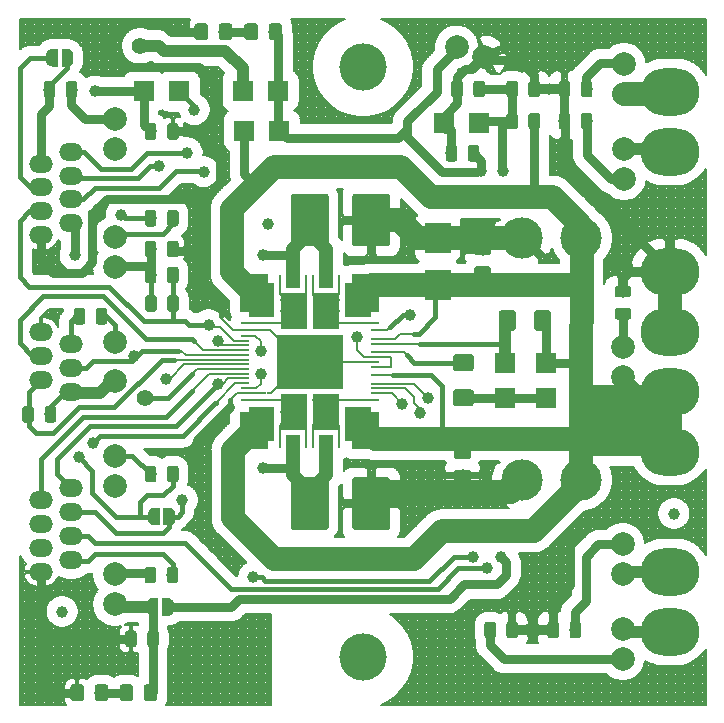
<source format=gbr>
G04 #@! TF.GenerationSoftware,KiCad,Pcbnew,5.0.0-fee4fd1~66~ubuntu16.04.1*
G04 #@! TF.CreationDate,2018-10-18T20:33:51-03:00*
G04 #@! TF.ProjectId,pap,7061702E6B696361645F706362000000,1.0*
G04 #@! TF.SameCoordinates,Original*
G04 #@! TF.FileFunction,Copper,L2,Bot,Signal*
G04 #@! TF.FilePolarity,Positive*
%FSLAX46Y46*%
G04 Gerber Fmt 4.6, Leading zero omitted, Abs format (unit mm)*
G04 Created by KiCad (PCBNEW 5.0.0-fee4fd1~66~ubuntu16.04.1) date Thu Oct 18 20:33:51 2018*
%MOMM*%
%LPD*%
G01*
G04 APERTURE LIST*
G04 #@! TA.AperFunction,ComponentPad*
%ADD10C,2.000000*%
G04 #@! TD*
G04 #@! TA.AperFunction,Conductor*
%ADD11C,0.100000*%
G04 #@! TD*
G04 #@! TA.AperFunction,SMDPad,CuDef*
%ADD12C,0.975000*%
G04 #@! TD*
G04 #@! TA.AperFunction,SMDPad,CuDef*
%ADD13C,1.150000*%
G04 #@! TD*
G04 #@! TA.AperFunction,ComponentPad*
%ADD14O,5.000000X4.000000*%
G04 #@! TD*
G04 #@! TA.AperFunction,BGAPad,CuDef*
%ADD15C,1.000000*%
G04 #@! TD*
G04 #@! TA.AperFunction,SMDPad,CuDef*
%ADD16C,0.500000*%
G04 #@! TD*
G04 #@! TA.AperFunction,Conductor*
%ADD17R,0.200000X0.200000*%
G04 #@! TD*
G04 #@! TA.AperFunction,SMDPad,CuDef*
%ADD18R,1.800000X1.800000*%
G04 #@! TD*
G04 #@! TA.AperFunction,SMDPad,CuDef*
%ADD19C,1.425000*%
G04 #@! TD*
G04 #@! TA.AperFunction,ComponentPad*
%ADD20C,4.000000*%
G04 #@! TD*
G04 #@! TA.AperFunction,SMDPad,CuDef*
%ADD21C,3.200000*%
G04 #@! TD*
G04 #@! TA.AperFunction,SMDPad,CuDef*
%ADD22R,2.200000X2.500000*%
G04 #@! TD*
G04 #@! TA.AperFunction,ComponentPad*
%ADD23O,2.000000X1.500000*%
G04 #@! TD*
G04 #@! TA.AperFunction,ComponentPad*
%ADD24C,3.500000*%
G04 #@! TD*
G04 #@! TA.AperFunction,SMDPad,CuDef*
%ADD25C,1.500000*%
G04 #@! TD*
G04 #@! TA.AperFunction,SMDPad,CuDef*
%ADD26R,2.300000X3.010000*%
G04 #@! TD*
G04 #@! TA.AperFunction,SMDPad,CuDef*
%ADD27R,0.200000X0.800000*%
G04 #@! TD*
G04 #@! TA.AperFunction,SMDPad,CuDef*
%ADD28R,0.800000X0.200000*%
G04 #@! TD*
G04 #@! TA.AperFunction,SMDPad,CuDef*
%ADD29R,5.580000X4.680000*%
G04 #@! TD*
G04 #@! TA.AperFunction,SMDPad,CuDef*
%ADD30R,1.160000X1.200000*%
G04 #@! TD*
G04 #@! TA.AperFunction,ViaPad*
%ADD31C,1.000000*%
G04 #@! TD*
G04 #@! TA.AperFunction,ViaPad*
%ADD32C,1.400000*%
G04 #@! TD*
G04 #@! TA.AperFunction,Conductor*
%ADD33C,0.200000*%
G04 #@! TD*
G04 #@! TA.AperFunction,Conductor*
%ADD34C,0.800000*%
G04 #@! TD*
G04 #@! TA.AperFunction,Conductor*
%ADD35C,0.400000*%
G04 #@! TD*
G04 #@! TA.AperFunction,Conductor*
%ADD36C,1.000000*%
G04 #@! TD*
G04 #@! TA.AperFunction,Conductor*
%ADD37C,2.000000*%
G04 #@! TD*
G04 #@! TA.AperFunction,Conductor*
%ADD38C,1.150000*%
G04 #@! TD*
%ADD39C,0.200000*%
G04 APERTURE END LIST*
D10*
G04 #@! TO.P,D9,1*
G04 #@! TO.N,Net-(D9-Pad1)*
X101500000Y-110810000D03*
G04 #@! TO.P,D9,2*
G04 #@! TO.N,3V3*
X101500000Y-114110000D03*
G04 #@! TD*
G04 #@! TO.P,D6,2*
G04 #@! TO.N,3V3*
X101500000Y-123000000D03*
G04 #@! TO.P,D6,1*
G04 #@! TO.N,Net-(D6-Pad1)*
X101500000Y-120460000D03*
G04 #@! TD*
G04 #@! TO.P,D5,2*
G04 #@! TO.N,3V3*
X101500000Y-104500000D03*
G04 #@! TO.P,D5,1*
G04 #@! TO.N,Net-(D5-Pad1)*
X101500000Y-101960000D03*
G04 #@! TD*
G04 #@! TO.P,D13,2*
G04 #@! TO.N,3V3*
X101500000Y-94500000D03*
G04 #@! TO.P,D13,1*
G04 #@! TO.N,Net-(D13-Pad1)*
X101500000Y-91960000D03*
G04 #@! TD*
G04 #@! TO.P,D4,2*
G04 #@! TO.N,3V3*
X101500000Y-133040000D03*
G04 #@! TO.P,D4,1*
G04 #@! TO.N,Net-(D4-Pad1)*
X101500000Y-130500000D03*
G04 #@! TD*
G04 #@! TO.P,D7,1*
G04 #@! TO.N,Net-(D7-Pad1)*
X144500000Y-137640000D03*
G04 #@! TO.P,D7,2*
G04 #@! TO.N,/connector/MotorB2*
X144500000Y-135100000D03*
G04 #@! TD*
G04 #@! TO.P,D10,1*
G04 #@! TO.N,/connector/MotorA2*
X144600000Y-89840000D03*
G04 #@! TO.P,D10,2*
G04 #@! TO.N,Net-(D10-Pad2)*
X144600000Y-87300000D03*
G04 #@! TD*
G04 #@! TO.P,D8,1*
G04 #@! TO.N,/connector/MotorB1*
X144500000Y-130500000D03*
G04 #@! TO.P,D8,2*
G04 #@! TO.N,Net-(D8-Pad2)*
X144500000Y-127960000D03*
G04 #@! TD*
G04 #@! TO.P,D11,1*
G04 #@! TO.N,Net-(D11-Pad1)*
X144600000Y-97000000D03*
G04 #@! TO.P,D11,2*
G04 #@! TO.N,/connector/MotorA1*
X144600000Y-94460000D03*
G04 #@! TD*
G04 #@! TO.P,D14,1*
G04 #@! TO.N,85v*
X144500000Y-113749079D03*
G04 #@! TO.P,D14,2*
G04 #@! TO.N,Net-(D14-Pad2)*
X144500000Y-111209079D03*
G04 #@! TD*
D11*
G04 #@! TO.N,Net-(D13-Pad1)*
G04 #@! TO.C,R17*
G36*
X98097952Y-88750253D02*
X98121613Y-88753763D01*
X98144817Y-88759575D01*
X98167339Y-88767633D01*
X98188963Y-88777861D01*
X98209480Y-88790158D01*
X98228693Y-88804408D01*
X98246417Y-88820472D01*
X98262481Y-88838196D01*
X98276731Y-88857409D01*
X98289028Y-88877926D01*
X98299256Y-88899550D01*
X98307314Y-88922072D01*
X98313126Y-88945276D01*
X98316636Y-88968937D01*
X98317810Y-88992829D01*
X98317810Y-89905329D01*
X98316636Y-89929221D01*
X98313126Y-89952882D01*
X98307314Y-89976086D01*
X98299256Y-89998608D01*
X98289028Y-90020232D01*
X98276731Y-90040749D01*
X98262481Y-90059962D01*
X98246417Y-90077686D01*
X98228693Y-90093750D01*
X98209480Y-90108000D01*
X98188963Y-90120297D01*
X98167339Y-90130525D01*
X98144817Y-90138583D01*
X98121613Y-90144395D01*
X98097952Y-90147905D01*
X98074060Y-90149079D01*
X97586560Y-90149079D01*
X97562668Y-90147905D01*
X97539007Y-90144395D01*
X97515803Y-90138583D01*
X97493281Y-90130525D01*
X97471657Y-90120297D01*
X97451140Y-90108000D01*
X97431927Y-90093750D01*
X97414203Y-90077686D01*
X97398139Y-90059962D01*
X97383889Y-90040749D01*
X97371592Y-90020232D01*
X97361364Y-89998608D01*
X97353306Y-89976086D01*
X97347494Y-89952882D01*
X97343984Y-89929221D01*
X97342810Y-89905329D01*
X97342810Y-88992829D01*
X97343984Y-88968937D01*
X97347494Y-88945276D01*
X97353306Y-88922072D01*
X97361364Y-88899550D01*
X97371592Y-88877926D01*
X97383889Y-88857409D01*
X97398139Y-88838196D01*
X97414203Y-88820472D01*
X97431927Y-88804408D01*
X97451140Y-88790158D01*
X97471657Y-88777861D01*
X97493281Y-88767633D01*
X97515803Y-88759575D01*
X97539007Y-88753763D01*
X97562668Y-88750253D01*
X97586560Y-88749079D01*
X98074060Y-88749079D01*
X98097952Y-88750253D01*
X98097952Y-88750253D01*
G37*
D12*
G04 #@! TD*
G04 #@! TO.P,R17,2*
G04 #@! TO.N,Net-(D13-Pad1)*
X97830310Y-89449079D03*
D11*
G04 #@! TO.N,/connector/SDO*
G04 #@! TO.C,R17*
G36*
X96222952Y-88750253D02*
X96246613Y-88753763D01*
X96269817Y-88759575D01*
X96292339Y-88767633D01*
X96313963Y-88777861D01*
X96334480Y-88790158D01*
X96353693Y-88804408D01*
X96371417Y-88820472D01*
X96387481Y-88838196D01*
X96401731Y-88857409D01*
X96414028Y-88877926D01*
X96424256Y-88899550D01*
X96432314Y-88922072D01*
X96438126Y-88945276D01*
X96441636Y-88968937D01*
X96442810Y-88992829D01*
X96442810Y-89905329D01*
X96441636Y-89929221D01*
X96438126Y-89952882D01*
X96432314Y-89976086D01*
X96424256Y-89998608D01*
X96414028Y-90020232D01*
X96401731Y-90040749D01*
X96387481Y-90059962D01*
X96371417Y-90077686D01*
X96353693Y-90093750D01*
X96334480Y-90108000D01*
X96313963Y-90120297D01*
X96292339Y-90130525D01*
X96269817Y-90138583D01*
X96246613Y-90144395D01*
X96222952Y-90147905D01*
X96199060Y-90149079D01*
X95711560Y-90149079D01*
X95687668Y-90147905D01*
X95664007Y-90144395D01*
X95640803Y-90138583D01*
X95618281Y-90130525D01*
X95596657Y-90120297D01*
X95576140Y-90108000D01*
X95556927Y-90093750D01*
X95539203Y-90077686D01*
X95523139Y-90059962D01*
X95508889Y-90040749D01*
X95496592Y-90020232D01*
X95486364Y-89998608D01*
X95478306Y-89976086D01*
X95472494Y-89952882D01*
X95468984Y-89929221D01*
X95467810Y-89905329D01*
X95467810Y-88992829D01*
X95468984Y-88968937D01*
X95472494Y-88945276D01*
X95478306Y-88922072D01*
X95486364Y-88899550D01*
X95496592Y-88877926D01*
X95508889Y-88857409D01*
X95523139Y-88838196D01*
X95539203Y-88820472D01*
X95556927Y-88804408D01*
X95576140Y-88790158D01*
X95596657Y-88777861D01*
X95618281Y-88767633D01*
X95640803Y-88759575D01*
X95664007Y-88753763D01*
X95687668Y-88750253D01*
X95711560Y-88749079D01*
X96199060Y-88749079D01*
X96222952Y-88750253D01*
X96222952Y-88750253D01*
G37*
D12*
G04 #@! TD*
G04 #@! TO.P,R17,1*
G04 #@! TO.N,/connector/SDO*
X95955310Y-89449079D03*
D11*
G04 #@! TO.N,G85V*
G04 #@! TO.C,C7*
G36*
X130260452Y-94150253D02*
X130284113Y-94153763D01*
X130307317Y-94159575D01*
X130329839Y-94167633D01*
X130351463Y-94177861D01*
X130371980Y-94190158D01*
X130391193Y-94204408D01*
X130408917Y-94220472D01*
X130424981Y-94238196D01*
X130439231Y-94257409D01*
X130451528Y-94277926D01*
X130461756Y-94299550D01*
X130469814Y-94322072D01*
X130475626Y-94345276D01*
X130479136Y-94368937D01*
X130480310Y-94392829D01*
X130480310Y-95305329D01*
X130479136Y-95329221D01*
X130475626Y-95352882D01*
X130469814Y-95376086D01*
X130461756Y-95398608D01*
X130451528Y-95420232D01*
X130439231Y-95440749D01*
X130424981Y-95459962D01*
X130408917Y-95477686D01*
X130391193Y-95493750D01*
X130371980Y-95508000D01*
X130351463Y-95520297D01*
X130329839Y-95530525D01*
X130307317Y-95538583D01*
X130284113Y-95544395D01*
X130260452Y-95547905D01*
X130236560Y-95549079D01*
X129749060Y-95549079D01*
X129725168Y-95547905D01*
X129701507Y-95544395D01*
X129678303Y-95538583D01*
X129655781Y-95530525D01*
X129634157Y-95520297D01*
X129613640Y-95508000D01*
X129594427Y-95493750D01*
X129576703Y-95477686D01*
X129560639Y-95459962D01*
X129546389Y-95440749D01*
X129534092Y-95420232D01*
X129523864Y-95398608D01*
X129515806Y-95376086D01*
X129509994Y-95352882D01*
X129506484Y-95329221D01*
X129505310Y-95305329D01*
X129505310Y-94392829D01*
X129506484Y-94368937D01*
X129509994Y-94345276D01*
X129515806Y-94322072D01*
X129523864Y-94299550D01*
X129534092Y-94277926D01*
X129546389Y-94257409D01*
X129560639Y-94238196D01*
X129576703Y-94220472D01*
X129594427Y-94204408D01*
X129613640Y-94190158D01*
X129634157Y-94177861D01*
X129655781Y-94167633D01*
X129678303Y-94159575D01*
X129701507Y-94153763D01*
X129725168Y-94150253D01*
X129749060Y-94149079D01*
X130236560Y-94149079D01*
X130260452Y-94150253D01*
X130260452Y-94150253D01*
G37*
D12*
G04 #@! TD*
G04 #@! TO.P,C7,1*
G04 #@! TO.N,G85V*
X129992810Y-94849079D03*
D11*
G04 #@! TO.N,15v*
G04 #@! TO.C,C7*
G36*
X132135452Y-94150253D02*
X132159113Y-94153763D01*
X132182317Y-94159575D01*
X132204839Y-94167633D01*
X132226463Y-94177861D01*
X132246980Y-94190158D01*
X132266193Y-94204408D01*
X132283917Y-94220472D01*
X132299981Y-94238196D01*
X132314231Y-94257409D01*
X132326528Y-94277926D01*
X132336756Y-94299550D01*
X132344814Y-94322072D01*
X132350626Y-94345276D01*
X132354136Y-94368937D01*
X132355310Y-94392829D01*
X132355310Y-95305329D01*
X132354136Y-95329221D01*
X132350626Y-95352882D01*
X132344814Y-95376086D01*
X132336756Y-95398608D01*
X132326528Y-95420232D01*
X132314231Y-95440749D01*
X132299981Y-95459962D01*
X132283917Y-95477686D01*
X132266193Y-95493750D01*
X132246980Y-95508000D01*
X132226463Y-95520297D01*
X132204839Y-95530525D01*
X132182317Y-95538583D01*
X132159113Y-95544395D01*
X132135452Y-95547905D01*
X132111560Y-95549079D01*
X131624060Y-95549079D01*
X131600168Y-95547905D01*
X131576507Y-95544395D01*
X131553303Y-95538583D01*
X131530781Y-95530525D01*
X131509157Y-95520297D01*
X131488640Y-95508000D01*
X131469427Y-95493750D01*
X131451703Y-95477686D01*
X131435639Y-95459962D01*
X131421389Y-95440749D01*
X131409092Y-95420232D01*
X131398864Y-95398608D01*
X131390806Y-95376086D01*
X131384994Y-95352882D01*
X131381484Y-95329221D01*
X131380310Y-95305329D01*
X131380310Y-94392829D01*
X131381484Y-94368937D01*
X131384994Y-94345276D01*
X131390806Y-94322072D01*
X131398864Y-94299550D01*
X131409092Y-94277926D01*
X131421389Y-94257409D01*
X131435639Y-94238196D01*
X131451703Y-94220472D01*
X131469427Y-94204408D01*
X131488640Y-94190158D01*
X131509157Y-94177861D01*
X131530781Y-94167633D01*
X131553303Y-94159575D01*
X131576507Y-94153763D01*
X131600168Y-94150253D01*
X131624060Y-94149079D01*
X132111560Y-94149079D01*
X132135452Y-94150253D01*
X132135452Y-94150253D01*
G37*
D12*
G04 #@! TD*
G04 #@! TO.P,C7,2*
G04 #@! TO.N,15v*
X131867810Y-94849079D03*
D11*
G04 #@! TO.N,3V3*
G04 #@! TO.C,R15*
G36*
X96297952Y-116250253D02*
X96321613Y-116253763D01*
X96344817Y-116259575D01*
X96367339Y-116267633D01*
X96388963Y-116277861D01*
X96409480Y-116290158D01*
X96428693Y-116304408D01*
X96446417Y-116320472D01*
X96462481Y-116338196D01*
X96476731Y-116357409D01*
X96489028Y-116377926D01*
X96499256Y-116399550D01*
X96507314Y-116422072D01*
X96513126Y-116445276D01*
X96516636Y-116468937D01*
X96517810Y-116492829D01*
X96517810Y-117405329D01*
X96516636Y-117429221D01*
X96513126Y-117452882D01*
X96507314Y-117476086D01*
X96499256Y-117498608D01*
X96489028Y-117520232D01*
X96476731Y-117540749D01*
X96462481Y-117559962D01*
X96446417Y-117577686D01*
X96428693Y-117593750D01*
X96409480Y-117608000D01*
X96388963Y-117620297D01*
X96367339Y-117630525D01*
X96344817Y-117638583D01*
X96321613Y-117644395D01*
X96297952Y-117647905D01*
X96274060Y-117649079D01*
X95786560Y-117649079D01*
X95762668Y-117647905D01*
X95739007Y-117644395D01*
X95715803Y-117638583D01*
X95693281Y-117630525D01*
X95671657Y-117620297D01*
X95651140Y-117608000D01*
X95631927Y-117593750D01*
X95614203Y-117577686D01*
X95598139Y-117559962D01*
X95583889Y-117540749D01*
X95571592Y-117520232D01*
X95561364Y-117498608D01*
X95553306Y-117476086D01*
X95547494Y-117452882D01*
X95543984Y-117429221D01*
X95542810Y-117405329D01*
X95542810Y-116492829D01*
X95543984Y-116468937D01*
X95547494Y-116445276D01*
X95553306Y-116422072D01*
X95561364Y-116399550D01*
X95571592Y-116377926D01*
X95583889Y-116357409D01*
X95598139Y-116338196D01*
X95614203Y-116320472D01*
X95631927Y-116304408D01*
X95651140Y-116290158D01*
X95671657Y-116277861D01*
X95693281Y-116267633D01*
X95715803Y-116259575D01*
X95739007Y-116253763D01*
X95762668Y-116250253D01*
X95786560Y-116249079D01*
X96274060Y-116249079D01*
X96297952Y-116250253D01*
X96297952Y-116250253D01*
G37*
D12*
G04 #@! TD*
G04 #@! TO.P,R15,2*
G04 #@! TO.N,3V3*
X96030310Y-116949079D03*
D11*
G04 #@! TO.N,/connector/Busy*
G04 #@! TO.C,R15*
G36*
X94422952Y-116250253D02*
X94446613Y-116253763D01*
X94469817Y-116259575D01*
X94492339Y-116267633D01*
X94513963Y-116277861D01*
X94534480Y-116290158D01*
X94553693Y-116304408D01*
X94571417Y-116320472D01*
X94587481Y-116338196D01*
X94601731Y-116357409D01*
X94614028Y-116377926D01*
X94624256Y-116399550D01*
X94632314Y-116422072D01*
X94638126Y-116445276D01*
X94641636Y-116468937D01*
X94642810Y-116492829D01*
X94642810Y-117405329D01*
X94641636Y-117429221D01*
X94638126Y-117452882D01*
X94632314Y-117476086D01*
X94624256Y-117498608D01*
X94614028Y-117520232D01*
X94601731Y-117540749D01*
X94587481Y-117559962D01*
X94571417Y-117577686D01*
X94553693Y-117593750D01*
X94534480Y-117608000D01*
X94513963Y-117620297D01*
X94492339Y-117630525D01*
X94469817Y-117638583D01*
X94446613Y-117644395D01*
X94422952Y-117647905D01*
X94399060Y-117649079D01*
X93911560Y-117649079D01*
X93887668Y-117647905D01*
X93864007Y-117644395D01*
X93840803Y-117638583D01*
X93818281Y-117630525D01*
X93796657Y-117620297D01*
X93776140Y-117608000D01*
X93756927Y-117593750D01*
X93739203Y-117577686D01*
X93723139Y-117559962D01*
X93708889Y-117540749D01*
X93696592Y-117520232D01*
X93686364Y-117498608D01*
X93678306Y-117476086D01*
X93672494Y-117452882D01*
X93668984Y-117429221D01*
X93667810Y-117405329D01*
X93667810Y-116492829D01*
X93668984Y-116468937D01*
X93672494Y-116445276D01*
X93678306Y-116422072D01*
X93686364Y-116399550D01*
X93696592Y-116377926D01*
X93708889Y-116357409D01*
X93723139Y-116338196D01*
X93739203Y-116320472D01*
X93756927Y-116304408D01*
X93776140Y-116290158D01*
X93796657Y-116277861D01*
X93818281Y-116267633D01*
X93840803Y-116259575D01*
X93864007Y-116253763D01*
X93887668Y-116250253D01*
X93911560Y-116249079D01*
X94399060Y-116249079D01*
X94422952Y-116250253D01*
X94422952Y-116250253D01*
G37*
D12*
G04 #@! TD*
G04 #@! TO.P,R15,1*
G04 #@! TO.N,/connector/Busy*
X94155310Y-116949079D03*
D11*
G04 #@! TO.N,Net-(D9-Pad1)*
G04 #@! TO.C,R16*
G36*
X100635452Y-107950253D02*
X100659113Y-107953763D01*
X100682317Y-107959575D01*
X100704839Y-107967633D01*
X100726463Y-107977861D01*
X100746980Y-107990158D01*
X100766193Y-108004408D01*
X100783917Y-108020472D01*
X100799981Y-108038196D01*
X100814231Y-108057409D01*
X100826528Y-108077926D01*
X100836756Y-108099550D01*
X100844814Y-108122072D01*
X100850626Y-108145276D01*
X100854136Y-108168937D01*
X100855310Y-108192829D01*
X100855310Y-109105329D01*
X100854136Y-109129221D01*
X100850626Y-109152882D01*
X100844814Y-109176086D01*
X100836756Y-109198608D01*
X100826528Y-109220232D01*
X100814231Y-109240749D01*
X100799981Y-109259962D01*
X100783917Y-109277686D01*
X100766193Y-109293750D01*
X100746980Y-109308000D01*
X100726463Y-109320297D01*
X100704839Y-109330525D01*
X100682317Y-109338583D01*
X100659113Y-109344395D01*
X100635452Y-109347905D01*
X100611560Y-109349079D01*
X100124060Y-109349079D01*
X100100168Y-109347905D01*
X100076507Y-109344395D01*
X100053303Y-109338583D01*
X100030781Y-109330525D01*
X100009157Y-109320297D01*
X99988640Y-109308000D01*
X99969427Y-109293750D01*
X99951703Y-109277686D01*
X99935639Y-109259962D01*
X99921389Y-109240749D01*
X99909092Y-109220232D01*
X99898864Y-109198608D01*
X99890806Y-109176086D01*
X99884994Y-109152882D01*
X99881484Y-109129221D01*
X99880310Y-109105329D01*
X99880310Y-108192829D01*
X99881484Y-108168937D01*
X99884994Y-108145276D01*
X99890806Y-108122072D01*
X99898864Y-108099550D01*
X99909092Y-108077926D01*
X99921389Y-108057409D01*
X99935639Y-108038196D01*
X99951703Y-108020472D01*
X99969427Y-108004408D01*
X99988640Y-107990158D01*
X100009157Y-107977861D01*
X100030781Y-107967633D01*
X100053303Y-107959575D01*
X100076507Y-107953763D01*
X100100168Y-107950253D01*
X100124060Y-107949079D01*
X100611560Y-107949079D01*
X100635452Y-107950253D01*
X100635452Y-107950253D01*
G37*
D12*
G04 #@! TD*
G04 #@! TO.P,R16,2*
G04 #@! TO.N,Net-(D9-Pad1)*
X100367810Y-108649079D03*
D11*
G04 #@! TO.N,/connector/Switch*
G04 #@! TO.C,R16*
G36*
X98760452Y-107950253D02*
X98784113Y-107953763D01*
X98807317Y-107959575D01*
X98829839Y-107967633D01*
X98851463Y-107977861D01*
X98871980Y-107990158D01*
X98891193Y-108004408D01*
X98908917Y-108020472D01*
X98924981Y-108038196D01*
X98939231Y-108057409D01*
X98951528Y-108077926D01*
X98961756Y-108099550D01*
X98969814Y-108122072D01*
X98975626Y-108145276D01*
X98979136Y-108168937D01*
X98980310Y-108192829D01*
X98980310Y-109105329D01*
X98979136Y-109129221D01*
X98975626Y-109152882D01*
X98969814Y-109176086D01*
X98961756Y-109198608D01*
X98951528Y-109220232D01*
X98939231Y-109240749D01*
X98924981Y-109259962D01*
X98908917Y-109277686D01*
X98891193Y-109293750D01*
X98871980Y-109308000D01*
X98851463Y-109320297D01*
X98829839Y-109330525D01*
X98807317Y-109338583D01*
X98784113Y-109344395D01*
X98760452Y-109347905D01*
X98736560Y-109349079D01*
X98249060Y-109349079D01*
X98225168Y-109347905D01*
X98201507Y-109344395D01*
X98178303Y-109338583D01*
X98155781Y-109330525D01*
X98134157Y-109320297D01*
X98113640Y-109308000D01*
X98094427Y-109293750D01*
X98076703Y-109277686D01*
X98060639Y-109259962D01*
X98046389Y-109240749D01*
X98034092Y-109220232D01*
X98023864Y-109198608D01*
X98015806Y-109176086D01*
X98009994Y-109152882D01*
X98006484Y-109129221D01*
X98005310Y-109105329D01*
X98005310Y-108192829D01*
X98006484Y-108168937D01*
X98009994Y-108145276D01*
X98015806Y-108122072D01*
X98023864Y-108099550D01*
X98034092Y-108077926D01*
X98046389Y-108057409D01*
X98060639Y-108038196D01*
X98076703Y-108020472D01*
X98094427Y-108004408D01*
X98113640Y-107990158D01*
X98134157Y-107977861D01*
X98155781Y-107967633D01*
X98178303Y-107959575D01*
X98201507Y-107953763D01*
X98225168Y-107950253D01*
X98249060Y-107949079D01*
X98736560Y-107949079D01*
X98760452Y-107950253D01*
X98760452Y-107950253D01*
G37*
D12*
G04 #@! TD*
G04 #@! TO.P,R16,1*
G04 #@! TO.N,/connector/Switch*
X98492810Y-108649079D03*
D11*
G04 #@! TO.N,/connector/Reset*
G04 #@! TO.C,C9*
G36*
X106697952Y-106850253D02*
X106721613Y-106853763D01*
X106744817Y-106859575D01*
X106767339Y-106867633D01*
X106788963Y-106877861D01*
X106809480Y-106890158D01*
X106828693Y-106904408D01*
X106846417Y-106920472D01*
X106862481Y-106938196D01*
X106876731Y-106957409D01*
X106889028Y-106977926D01*
X106899256Y-106999550D01*
X106907314Y-107022072D01*
X106913126Y-107045276D01*
X106916636Y-107068937D01*
X106917810Y-107092829D01*
X106917810Y-108005329D01*
X106916636Y-108029221D01*
X106913126Y-108052882D01*
X106907314Y-108076086D01*
X106899256Y-108098608D01*
X106889028Y-108120232D01*
X106876731Y-108140749D01*
X106862481Y-108159962D01*
X106846417Y-108177686D01*
X106828693Y-108193750D01*
X106809480Y-108208000D01*
X106788963Y-108220297D01*
X106767339Y-108230525D01*
X106744817Y-108238583D01*
X106721613Y-108244395D01*
X106697952Y-108247905D01*
X106674060Y-108249079D01*
X106186560Y-108249079D01*
X106162668Y-108247905D01*
X106139007Y-108244395D01*
X106115803Y-108238583D01*
X106093281Y-108230525D01*
X106071657Y-108220297D01*
X106051140Y-108208000D01*
X106031927Y-108193750D01*
X106014203Y-108177686D01*
X105998139Y-108159962D01*
X105983889Y-108140749D01*
X105971592Y-108120232D01*
X105961364Y-108098608D01*
X105953306Y-108076086D01*
X105947494Y-108052882D01*
X105943984Y-108029221D01*
X105942810Y-108005329D01*
X105942810Y-107092829D01*
X105943984Y-107068937D01*
X105947494Y-107045276D01*
X105953306Y-107022072D01*
X105961364Y-106999550D01*
X105971592Y-106977926D01*
X105983889Y-106957409D01*
X105998139Y-106938196D01*
X106014203Y-106920472D01*
X106031927Y-106904408D01*
X106051140Y-106890158D01*
X106071657Y-106877861D01*
X106093281Y-106867633D01*
X106115803Y-106859575D01*
X106139007Y-106853763D01*
X106162668Y-106850253D01*
X106186560Y-106849079D01*
X106674060Y-106849079D01*
X106697952Y-106850253D01*
X106697952Y-106850253D01*
G37*
D12*
G04 #@! TD*
G04 #@! TO.P,C9,1*
G04 #@! TO.N,/connector/Reset*
X106430310Y-107549079D03*
D11*
G04 #@! TO.N,3V3*
G04 #@! TO.C,C9*
G36*
X104822952Y-106850253D02*
X104846613Y-106853763D01*
X104869817Y-106859575D01*
X104892339Y-106867633D01*
X104913963Y-106877861D01*
X104934480Y-106890158D01*
X104953693Y-106904408D01*
X104971417Y-106920472D01*
X104987481Y-106938196D01*
X105001731Y-106957409D01*
X105014028Y-106977926D01*
X105024256Y-106999550D01*
X105032314Y-107022072D01*
X105038126Y-107045276D01*
X105041636Y-107068937D01*
X105042810Y-107092829D01*
X105042810Y-108005329D01*
X105041636Y-108029221D01*
X105038126Y-108052882D01*
X105032314Y-108076086D01*
X105024256Y-108098608D01*
X105014028Y-108120232D01*
X105001731Y-108140749D01*
X104987481Y-108159962D01*
X104971417Y-108177686D01*
X104953693Y-108193750D01*
X104934480Y-108208000D01*
X104913963Y-108220297D01*
X104892339Y-108230525D01*
X104869817Y-108238583D01*
X104846613Y-108244395D01*
X104822952Y-108247905D01*
X104799060Y-108249079D01*
X104311560Y-108249079D01*
X104287668Y-108247905D01*
X104264007Y-108244395D01*
X104240803Y-108238583D01*
X104218281Y-108230525D01*
X104196657Y-108220297D01*
X104176140Y-108208000D01*
X104156927Y-108193750D01*
X104139203Y-108177686D01*
X104123139Y-108159962D01*
X104108889Y-108140749D01*
X104096592Y-108120232D01*
X104086364Y-108098608D01*
X104078306Y-108076086D01*
X104072494Y-108052882D01*
X104068984Y-108029221D01*
X104067810Y-108005329D01*
X104067810Y-107092829D01*
X104068984Y-107068937D01*
X104072494Y-107045276D01*
X104078306Y-107022072D01*
X104086364Y-106999550D01*
X104096592Y-106977926D01*
X104108889Y-106957409D01*
X104123139Y-106938196D01*
X104139203Y-106920472D01*
X104156927Y-106904408D01*
X104176140Y-106890158D01*
X104196657Y-106877861D01*
X104218281Y-106867633D01*
X104240803Y-106859575D01*
X104264007Y-106853763D01*
X104287668Y-106850253D01*
X104311560Y-106849079D01*
X104799060Y-106849079D01*
X104822952Y-106850253D01*
X104822952Y-106850253D01*
G37*
D12*
G04 #@! TD*
G04 #@! TO.P,C9,2*
G04 #@! TO.N,3V3*
X104555310Y-107549079D03*
D11*
G04 #@! TO.N,3V3*
G04 #@! TO.C,R1*
G36*
X104792642Y-104450253D02*
X104816303Y-104453763D01*
X104839507Y-104459575D01*
X104862029Y-104467633D01*
X104883653Y-104477861D01*
X104904170Y-104490158D01*
X104923383Y-104504408D01*
X104941107Y-104520472D01*
X104957171Y-104538196D01*
X104971421Y-104557409D01*
X104983718Y-104577926D01*
X104993946Y-104599550D01*
X105002004Y-104622072D01*
X105007816Y-104645276D01*
X105011326Y-104668937D01*
X105012500Y-104692829D01*
X105012500Y-105605329D01*
X105011326Y-105629221D01*
X105007816Y-105652882D01*
X105002004Y-105676086D01*
X104993946Y-105698608D01*
X104983718Y-105720232D01*
X104971421Y-105740749D01*
X104957171Y-105759962D01*
X104941107Y-105777686D01*
X104923383Y-105793750D01*
X104904170Y-105808000D01*
X104883653Y-105820297D01*
X104862029Y-105830525D01*
X104839507Y-105838583D01*
X104816303Y-105844395D01*
X104792642Y-105847905D01*
X104768750Y-105849079D01*
X104281250Y-105849079D01*
X104257358Y-105847905D01*
X104233697Y-105844395D01*
X104210493Y-105838583D01*
X104187971Y-105830525D01*
X104166347Y-105820297D01*
X104145830Y-105808000D01*
X104126617Y-105793750D01*
X104108893Y-105777686D01*
X104092829Y-105759962D01*
X104078579Y-105740749D01*
X104066282Y-105720232D01*
X104056054Y-105698608D01*
X104047996Y-105676086D01*
X104042184Y-105652882D01*
X104038674Y-105629221D01*
X104037500Y-105605329D01*
X104037500Y-104692829D01*
X104038674Y-104668937D01*
X104042184Y-104645276D01*
X104047996Y-104622072D01*
X104056054Y-104599550D01*
X104066282Y-104577926D01*
X104078579Y-104557409D01*
X104092829Y-104538196D01*
X104108893Y-104520472D01*
X104126617Y-104504408D01*
X104145830Y-104490158D01*
X104166347Y-104477861D01*
X104187971Y-104467633D01*
X104210493Y-104459575D01*
X104233697Y-104453763D01*
X104257358Y-104450253D01*
X104281250Y-104449079D01*
X104768750Y-104449079D01*
X104792642Y-104450253D01*
X104792642Y-104450253D01*
G37*
D12*
G04 #@! TD*
G04 #@! TO.P,R1,2*
G04 #@! TO.N,3V3*
X104525000Y-105149079D03*
D11*
G04 #@! TO.N,/connector/Reset*
G04 #@! TO.C,R1*
G36*
X106667642Y-104450253D02*
X106691303Y-104453763D01*
X106714507Y-104459575D01*
X106737029Y-104467633D01*
X106758653Y-104477861D01*
X106779170Y-104490158D01*
X106798383Y-104504408D01*
X106816107Y-104520472D01*
X106832171Y-104538196D01*
X106846421Y-104557409D01*
X106858718Y-104577926D01*
X106868946Y-104599550D01*
X106877004Y-104622072D01*
X106882816Y-104645276D01*
X106886326Y-104668937D01*
X106887500Y-104692829D01*
X106887500Y-105605329D01*
X106886326Y-105629221D01*
X106882816Y-105652882D01*
X106877004Y-105676086D01*
X106868946Y-105698608D01*
X106858718Y-105720232D01*
X106846421Y-105740749D01*
X106832171Y-105759962D01*
X106816107Y-105777686D01*
X106798383Y-105793750D01*
X106779170Y-105808000D01*
X106758653Y-105820297D01*
X106737029Y-105830525D01*
X106714507Y-105838583D01*
X106691303Y-105844395D01*
X106667642Y-105847905D01*
X106643750Y-105849079D01*
X106156250Y-105849079D01*
X106132358Y-105847905D01*
X106108697Y-105844395D01*
X106085493Y-105838583D01*
X106062971Y-105830525D01*
X106041347Y-105820297D01*
X106020830Y-105808000D01*
X106001617Y-105793750D01*
X105983893Y-105777686D01*
X105967829Y-105759962D01*
X105953579Y-105740749D01*
X105941282Y-105720232D01*
X105931054Y-105698608D01*
X105922996Y-105676086D01*
X105917184Y-105652882D01*
X105913674Y-105629221D01*
X105912500Y-105605329D01*
X105912500Y-104692829D01*
X105913674Y-104668937D01*
X105917184Y-104645276D01*
X105922996Y-104622072D01*
X105931054Y-104599550D01*
X105941282Y-104577926D01*
X105953579Y-104557409D01*
X105967829Y-104538196D01*
X105983893Y-104520472D01*
X106001617Y-104504408D01*
X106020830Y-104490158D01*
X106041347Y-104477861D01*
X106062971Y-104467633D01*
X106085493Y-104459575D01*
X106108697Y-104453763D01*
X106132358Y-104450253D01*
X106156250Y-104449079D01*
X106643750Y-104449079D01*
X106667642Y-104450253D01*
X106667642Y-104450253D01*
G37*
D12*
G04 #@! TD*
G04 #@! TO.P,R1,1*
G04 #@! TO.N,/connector/Reset*
X106400000Y-105149079D03*
D11*
G04 #@! TO.N,G3V3*
G04 #@! TO.C,C8*
G36*
X106672952Y-102250253D02*
X106696613Y-102253763D01*
X106719817Y-102259575D01*
X106742339Y-102267633D01*
X106763963Y-102277861D01*
X106784480Y-102290158D01*
X106803693Y-102304408D01*
X106821417Y-102320472D01*
X106837481Y-102338196D01*
X106851731Y-102357409D01*
X106864028Y-102377926D01*
X106874256Y-102399550D01*
X106882314Y-102422072D01*
X106888126Y-102445276D01*
X106891636Y-102468937D01*
X106892810Y-102492829D01*
X106892810Y-103405329D01*
X106891636Y-103429221D01*
X106888126Y-103452882D01*
X106882314Y-103476086D01*
X106874256Y-103498608D01*
X106864028Y-103520232D01*
X106851731Y-103540749D01*
X106837481Y-103559962D01*
X106821417Y-103577686D01*
X106803693Y-103593750D01*
X106784480Y-103608000D01*
X106763963Y-103620297D01*
X106742339Y-103630525D01*
X106719817Y-103638583D01*
X106696613Y-103644395D01*
X106672952Y-103647905D01*
X106649060Y-103649079D01*
X106161560Y-103649079D01*
X106137668Y-103647905D01*
X106114007Y-103644395D01*
X106090803Y-103638583D01*
X106068281Y-103630525D01*
X106046657Y-103620297D01*
X106026140Y-103608000D01*
X106006927Y-103593750D01*
X105989203Y-103577686D01*
X105973139Y-103559962D01*
X105958889Y-103540749D01*
X105946592Y-103520232D01*
X105936364Y-103498608D01*
X105928306Y-103476086D01*
X105922494Y-103452882D01*
X105918984Y-103429221D01*
X105917810Y-103405329D01*
X105917810Y-102492829D01*
X105918984Y-102468937D01*
X105922494Y-102445276D01*
X105928306Y-102422072D01*
X105936364Y-102399550D01*
X105946592Y-102377926D01*
X105958889Y-102357409D01*
X105973139Y-102338196D01*
X105989203Y-102320472D01*
X106006927Y-102304408D01*
X106026140Y-102290158D01*
X106046657Y-102277861D01*
X106068281Y-102267633D01*
X106090803Y-102259575D01*
X106114007Y-102253763D01*
X106137668Y-102250253D01*
X106161560Y-102249079D01*
X106649060Y-102249079D01*
X106672952Y-102250253D01*
X106672952Y-102250253D01*
G37*
D12*
G04 #@! TD*
G04 #@! TO.P,C8,1*
G04 #@! TO.N,G3V3*
X106405310Y-102949079D03*
D11*
G04 #@! TO.N,3V3*
G04 #@! TO.C,C8*
G36*
X104797952Y-102250253D02*
X104821613Y-102253763D01*
X104844817Y-102259575D01*
X104867339Y-102267633D01*
X104888963Y-102277861D01*
X104909480Y-102290158D01*
X104928693Y-102304408D01*
X104946417Y-102320472D01*
X104962481Y-102338196D01*
X104976731Y-102357409D01*
X104989028Y-102377926D01*
X104999256Y-102399550D01*
X105007314Y-102422072D01*
X105013126Y-102445276D01*
X105016636Y-102468937D01*
X105017810Y-102492829D01*
X105017810Y-103405329D01*
X105016636Y-103429221D01*
X105013126Y-103452882D01*
X105007314Y-103476086D01*
X104999256Y-103498608D01*
X104989028Y-103520232D01*
X104976731Y-103540749D01*
X104962481Y-103559962D01*
X104946417Y-103577686D01*
X104928693Y-103593750D01*
X104909480Y-103608000D01*
X104888963Y-103620297D01*
X104867339Y-103630525D01*
X104844817Y-103638583D01*
X104821613Y-103644395D01*
X104797952Y-103647905D01*
X104774060Y-103649079D01*
X104286560Y-103649079D01*
X104262668Y-103647905D01*
X104239007Y-103644395D01*
X104215803Y-103638583D01*
X104193281Y-103630525D01*
X104171657Y-103620297D01*
X104151140Y-103608000D01*
X104131927Y-103593750D01*
X104114203Y-103577686D01*
X104098139Y-103559962D01*
X104083889Y-103540749D01*
X104071592Y-103520232D01*
X104061364Y-103498608D01*
X104053306Y-103476086D01*
X104047494Y-103452882D01*
X104043984Y-103429221D01*
X104042810Y-103405329D01*
X104042810Y-102492829D01*
X104043984Y-102468937D01*
X104047494Y-102445276D01*
X104053306Y-102422072D01*
X104061364Y-102399550D01*
X104071592Y-102377926D01*
X104083889Y-102357409D01*
X104098139Y-102338196D01*
X104114203Y-102320472D01*
X104131927Y-102304408D01*
X104151140Y-102290158D01*
X104171657Y-102277861D01*
X104193281Y-102267633D01*
X104215803Y-102259575D01*
X104239007Y-102253763D01*
X104262668Y-102250253D01*
X104286560Y-102249079D01*
X104774060Y-102249079D01*
X104797952Y-102250253D01*
X104797952Y-102250253D01*
G37*
D12*
G04 #@! TD*
G04 #@! TO.P,C8,2*
G04 #@! TO.N,3V3*
X104530310Y-102949079D03*
D11*
G04 #@! TO.N,G85V*
G04 #@! TO.C,C11*
G36*
X133110452Y-102525253D02*
X133134113Y-102528763D01*
X133157317Y-102534575D01*
X133179839Y-102542633D01*
X133201463Y-102552861D01*
X133221980Y-102565158D01*
X133241193Y-102579408D01*
X133258917Y-102595472D01*
X133274981Y-102613196D01*
X133289231Y-102632409D01*
X133301528Y-102652926D01*
X133311756Y-102674550D01*
X133319814Y-102697072D01*
X133325626Y-102720276D01*
X133329136Y-102743937D01*
X133330310Y-102767829D01*
X133330310Y-103255329D01*
X133329136Y-103279221D01*
X133325626Y-103302882D01*
X133319814Y-103326086D01*
X133311756Y-103348608D01*
X133301528Y-103370232D01*
X133289231Y-103390749D01*
X133274981Y-103409962D01*
X133258917Y-103427686D01*
X133241193Y-103443750D01*
X133221980Y-103458000D01*
X133201463Y-103470297D01*
X133179839Y-103480525D01*
X133157317Y-103488583D01*
X133134113Y-103494395D01*
X133110452Y-103497905D01*
X133086560Y-103499079D01*
X132174060Y-103499079D01*
X132150168Y-103497905D01*
X132126507Y-103494395D01*
X132103303Y-103488583D01*
X132080781Y-103480525D01*
X132059157Y-103470297D01*
X132038640Y-103458000D01*
X132019427Y-103443750D01*
X132001703Y-103427686D01*
X131985639Y-103409962D01*
X131971389Y-103390749D01*
X131959092Y-103370232D01*
X131948864Y-103348608D01*
X131940806Y-103326086D01*
X131934994Y-103302882D01*
X131931484Y-103279221D01*
X131930310Y-103255329D01*
X131930310Y-102767829D01*
X131931484Y-102743937D01*
X131934994Y-102720276D01*
X131940806Y-102697072D01*
X131948864Y-102674550D01*
X131959092Y-102652926D01*
X131971389Y-102632409D01*
X131985639Y-102613196D01*
X132001703Y-102595472D01*
X132019427Y-102579408D01*
X132038640Y-102565158D01*
X132059157Y-102552861D01*
X132080781Y-102542633D01*
X132103303Y-102534575D01*
X132126507Y-102528763D01*
X132150168Y-102525253D01*
X132174060Y-102524079D01*
X133086560Y-102524079D01*
X133110452Y-102525253D01*
X133110452Y-102525253D01*
G37*
D12*
G04 #@! TD*
G04 #@! TO.P,C11,1*
G04 #@! TO.N,G85V*
X132630310Y-103011579D03*
D11*
G04 #@! TO.N,85v*
G04 #@! TO.C,C11*
G36*
X133110452Y-104400253D02*
X133134113Y-104403763D01*
X133157317Y-104409575D01*
X133179839Y-104417633D01*
X133201463Y-104427861D01*
X133221980Y-104440158D01*
X133241193Y-104454408D01*
X133258917Y-104470472D01*
X133274981Y-104488196D01*
X133289231Y-104507409D01*
X133301528Y-104527926D01*
X133311756Y-104549550D01*
X133319814Y-104572072D01*
X133325626Y-104595276D01*
X133329136Y-104618937D01*
X133330310Y-104642829D01*
X133330310Y-105130329D01*
X133329136Y-105154221D01*
X133325626Y-105177882D01*
X133319814Y-105201086D01*
X133311756Y-105223608D01*
X133301528Y-105245232D01*
X133289231Y-105265749D01*
X133274981Y-105284962D01*
X133258917Y-105302686D01*
X133241193Y-105318750D01*
X133221980Y-105333000D01*
X133201463Y-105345297D01*
X133179839Y-105355525D01*
X133157317Y-105363583D01*
X133134113Y-105369395D01*
X133110452Y-105372905D01*
X133086560Y-105374079D01*
X132174060Y-105374079D01*
X132150168Y-105372905D01*
X132126507Y-105369395D01*
X132103303Y-105363583D01*
X132080781Y-105355525D01*
X132059157Y-105345297D01*
X132038640Y-105333000D01*
X132019427Y-105318750D01*
X132001703Y-105302686D01*
X131985639Y-105284962D01*
X131971389Y-105265749D01*
X131959092Y-105245232D01*
X131948864Y-105223608D01*
X131940806Y-105201086D01*
X131934994Y-105177882D01*
X131931484Y-105154221D01*
X131930310Y-105130329D01*
X131930310Y-104642829D01*
X131931484Y-104618937D01*
X131934994Y-104595276D01*
X131940806Y-104572072D01*
X131948864Y-104549550D01*
X131959092Y-104527926D01*
X131971389Y-104507409D01*
X131985639Y-104488196D01*
X132001703Y-104470472D01*
X132019427Y-104454408D01*
X132038640Y-104440158D01*
X132059157Y-104427861D01*
X132080781Y-104417633D01*
X132103303Y-104409575D01*
X132126507Y-104403763D01*
X132150168Y-104400253D01*
X132174060Y-104399079D01*
X133086560Y-104399079D01*
X133110452Y-104400253D01*
X133110452Y-104400253D01*
G37*
D12*
G04 #@! TD*
G04 #@! TO.P,C11,2*
G04 #@! TO.N,85v*
X132630310Y-104886579D03*
D10*
G04 #@! TO.P,C3,1*
G04 #@! TO.N,G85V*
X132779542Y-86704129D03*
G04 #@! TO.P,C3,2*
G04 #@! TO.N,15v*
X130430310Y-85849079D03*
G04 #@! TD*
D11*
G04 #@! TO.N,G85V*
G04 #@! TO.C,C10*
G36*
X131410452Y-121637753D02*
X131434113Y-121641263D01*
X131457317Y-121647075D01*
X131479839Y-121655133D01*
X131501463Y-121665361D01*
X131521980Y-121677658D01*
X131541193Y-121691908D01*
X131558917Y-121707972D01*
X131574981Y-121725696D01*
X131589231Y-121744909D01*
X131601528Y-121765426D01*
X131611756Y-121787050D01*
X131619814Y-121809572D01*
X131625626Y-121832776D01*
X131629136Y-121856437D01*
X131630310Y-121880329D01*
X131630310Y-122367829D01*
X131629136Y-122391721D01*
X131625626Y-122415382D01*
X131619814Y-122438586D01*
X131611756Y-122461108D01*
X131601528Y-122482732D01*
X131589231Y-122503249D01*
X131574981Y-122522462D01*
X131558917Y-122540186D01*
X131541193Y-122556250D01*
X131521980Y-122570500D01*
X131501463Y-122582797D01*
X131479839Y-122593025D01*
X131457317Y-122601083D01*
X131434113Y-122606895D01*
X131410452Y-122610405D01*
X131386560Y-122611579D01*
X130474060Y-122611579D01*
X130450168Y-122610405D01*
X130426507Y-122606895D01*
X130403303Y-122601083D01*
X130380781Y-122593025D01*
X130359157Y-122582797D01*
X130338640Y-122570500D01*
X130319427Y-122556250D01*
X130301703Y-122540186D01*
X130285639Y-122522462D01*
X130271389Y-122503249D01*
X130259092Y-122482732D01*
X130248864Y-122461108D01*
X130240806Y-122438586D01*
X130234994Y-122415382D01*
X130231484Y-122391721D01*
X130230310Y-122367829D01*
X130230310Y-121880329D01*
X130231484Y-121856437D01*
X130234994Y-121832776D01*
X130240806Y-121809572D01*
X130248864Y-121787050D01*
X130259092Y-121765426D01*
X130271389Y-121744909D01*
X130285639Y-121725696D01*
X130301703Y-121707972D01*
X130319427Y-121691908D01*
X130338640Y-121677658D01*
X130359157Y-121665361D01*
X130380781Y-121655133D01*
X130403303Y-121647075D01*
X130426507Y-121641263D01*
X130450168Y-121637753D01*
X130474060Y-121636579D01*
X131386560Y-121636579D01*
X131410452Y-121637753D01*
X131410452Y-121637753D01*
G37*
D12*
G04 #@! TD*
G04 #@! TO.P,C10,1*
G04 #@! TO.N,G85V*
X130930310Y-122124079D03*
D11*
G04 #@! TO.N,85v*
G04 #@! TO.C,C10*
G36*
X131410452Y-119762753D02*
X131434113Y-119766263D01*
X131457317Y-119772075D01*
X131479839Y-119780133D01*
X131501463Y-119790361D01*
X131521980Y-119802658D01*
X131541193Y-119816908D01*
X131558917Y-119832972D01*
X131574981Y-119850696D01*
X131589231Y-119869909D01*
X131601528Y-119890426D01*
X131611756Y-119912050D01*
X131619814Y-119934572D01*
X131625626Y-119957776D01*
X131629136Y-119981437D01*
X131630310Y-120005329D01*
X131630310Y-120492829D01*
X131629136Y-120516721D01*
X131625626Y-120540382D01*
X131619814Y-120563586D01*
X131611756Y-120586108D01*
X131601528Y-120607732D01*
X131589231Y-120628249D01*
X131574981Y-120647462D01*
X131558917Y-120665186D01*
X131541193Y-120681250D01*
X131521980Y-120695500D01*
X131501463Y-120707797D01*
X131479839Y-120718025D01*
X131457317Y-120726083D01*
X131434113Y-120731895D01*
X131410452Y-120735405D01*
X131386560Y-120736579D01*
X130474060Y-120736579D01*
X130450168Y-120735405D01*
X130426507Y-120731895D01*
X130403303Y-120726083D01*
X130380781Y-120718025D01*
X130359157Y-120707797D01*
X130338640Y-120695500D01*
X130319427Y-120681250D01*
X130301703Y-120665186D01*
X130285639Y-120647462D01*
X130271389Y-120628249D01*
X130259092Y-120607732D01*
X130248864Y-120586108D01*
X130240806Y-120563586D01*
X130234994Y-120540382D01*
X130231484Y-120516721D01*
X130230310Y-120492829D01*
X130230310Y-120005329D01*
X130231484Y-119981437D01*
X130234994Y-119957776D01*
X130240806Y-119934572D01*
X130248864Y-119912050D01*
X130259092Y-119890426D01*
X130271389Y-119869909D01*
X130285639Y-119850696D01*
X130301703Y-119832972D01*
X130319427Y-119816908D01*
X130338640Y-119802658D01*
X130359157Y-119790361D01*
X130380781Y-119780133D01*
X130403303Y-119772075D01*
X130426507Y-119766263D01*
X130450168Y-119762753D01*
X130474060Y-119761579D01*
X131386560Y-119761579D01*
X131410452Y-119762753D01*
X131410452Y-119762753D01*
G37*
D12*
G04 #@! TD*
G04 #@! TO.P,C10,2*
G04 #@! TO.N,85v*
X130930310Y-120249079D03*
D11*
G04 #@! TO.N,G3V3*
G04 #@! TO.C,C2*
G36*
X103122952Y-135250253D02*
X103146613Y-135253763D01*
X103169817Y-135259575D01*
X103192339Y-135267633D01*
X103213963Y-135277861D01*
X103234480Y-135290158D01*
X103253693Y-135304408D01*
X103271417Y-135320472D01*
X103287481Y-135338196D01*
X103301731Y-135357409D01*
X103314028Y-135377926D01*
X103324256Y-135399550D01*
X103332314Y-135422072D01*
X103338126Y-135445276D01*
X103341636Y-135468937D01*
X103342810Y-135492829D01*
X103342810Y-136405329D01*
X103341636Y-136429221D01*
X103338126Y-136452882D01*
X103332314Y-136476086D01*
X103324256Y-136498608D01*
X103314028Y-136520232D01*
X103301731Y-136540749D01*
X103287481Y-136559962D01*
X103271417Y-136577686D01*
X103253693Y-136593750D01*
X103234480Y-136608000D01*
X103213963Y-136620297D01*
X103192339Y-136630525D01*
X103169817Y-136638583D01*
X103146613Y-136644395D01*
X103122952Y-136647905D01*
X103099060Y-136649079D01*
X102611560Y-136649079D01*
X102587668Y-136647905D01*
X102564007Y-136644395D01*
X102540803Y-136638583D01*
X102518281Y-136630525D01*
X102496657Y-136620297D01*
X102476140Y-136608000D01*
X102456927Y-136593750D01*
X102439203Y-136577686D01*
X102423139Y-136559962D01*
X102408889Y-136540749D01*
X102396592Y-136520232D01*
X102386364Y-136498608D01*
X102378306Y-136476086D01*
X102372494Y-136452882D01*
X102368984Y-136429221D01*
X102367810Y-136405329D01*
X102367810Y-135492829D01*
X102368984Y-135468937D01*
X102372494Y-135445276D01*
X102378306Y-135422072D01*
X102386364Y-135399550D01*
X102396592Y-135377926D01*
X102408889Y-135357409D01*
X102423139Y-135338196D01*
X102439203Y-135320472D01*
X102456927Y-135304408D01*
X102476140Y-135290158D01*
X102496657Y-135277861D01*
X102518281Y-135267633D01*
X102540803Y-135259575D01*
X102564007Y-135253763D01*
X102587668Y-135250253D01*
X102611560Y-135249079D01*
X103099060Y-135249079D01*
X103122952Y-135250253D01*
X103122952Y-135250253D01*
G37*
D12*
G04 #@! TD*
G04 #@! TO.P,C2,1*
G04 #@! TO.N,G3V3*
X102855310Y-135949079D03*
D11*
G04 #@! TO.N,3V3*
G04 #@! TO.C,C2*
G36*
X104997952Y-135250253D02*
X105021613Y-135253763D01*
X105044817Y-135259575D01*
X105067339Y-135267633D01*
X105088963Y-135277861D01*
X105109480Y-135290158D01*
X105128693Y-135304408D01*
X105146417Y-135320472D01*
X105162481Y-135338196D01*
X105176731Y-135357409D01*
X105189028Y-135377926D01*
X105199256Y-135399550D01*
X105207314Y-135422072D01*
X105213126Y-135445276D01*
X105216636Y-135468937D01*
X105217810Y-135492829D01*
X105217810Y-136405329D01*
X105216636Y-136429221D01*
X105213126Y-136452882D01*
X105207314Y-136476086D01*
X105199256Y-136498608D01*
X105189028Y-136520232D01*
X105176731Y-136540749D01*
X105162481Y-136559962D01*
X105146417Y-136577686D01*
X105128693Y-136593750D01*
X105109480Y-136608000D01*
X105088963Y-136620297D01*
X105067339Y-136630525D01*
X105044817Y-136638583D01*
X105021613Y-136644395D01*
X104997952Y-136647905D01*
X104974060Y-136649079D01*
X104486560Y-136649079D01*
X104462668Y-136647905D01*
X104439007Y-136644395D01*
X104415803Y-136638583D01*
X104393281Y-136630525D01*
X104371657Y-136620297D01*
X104351140Y-136608000D01*
X104331927Y-136593750D01*
X104314203Y-136577686D01*
X104298139Y-136559962D01*
X104283889Y-136540749D01*
X104271592Y-136520232D01*
X104261364Y-136498608D01*
X104253306Y-136476086D01*
X104247494Y-136452882D01*
X104243984Y-136429221D01*
X104242810Y-136405329D01*
X104242810Y-135492829D01*
X104243984Y-135468937D01*
X104247494Y-135445276D01*
X104253306Y-135422072D01*
X104261364Y-135399550D01*
X104271592Y-135377926D01*
X104283889Y-135357409D01*
X104298139Y-135338196D01*
X104314203Y-135320472D01*
X104331927Y-135304408D01*
X104351140Y-135290158D01*
X104371657Y-135277861D01*
X104393281Y-135267633D01*
X104415803Y-135259575D01*
X104439007Y-135253763D01*
X104462668Y-135250253D01*
X104486560Y-135249079D01*
X104974060Y-135249079D01*
X104997952Y-135250253D01*
X104997952Y-135250253D01*
G37*
D12*
G04 #@! TD*
G04 #@! TO.P,C2,2*
G04 #@! TO.N,3V3*
X104730310Y-135949079D03*
D11*
G04 #@! TO.N,Net-(D18-Pad2)*
G04 #@! TO.C,D18*
G36*
X102817394Y-139811389D02*
X102841619Y-139814982D01*
X102865375Y-139820933D01*
X102888433Y-139829183D01*
X102910571Y-139839654D01*
X102931577Y-139852244D01*
X102951247Y-139866832D01*
X102969392Y-139883279D01*
X102985839Y-139901424D01*
X103000427Y-139921094D01*
X103013017Y-139942100D01*
X103023488Y-139964238D01*
X103031738Y-139987296D01*
X103037689Y-140011052D01*
X103041282Y-140035277D01*
X103042484Y-140059737D01*
X103042484Y-140960637D01*
X103041282Y-140985097D01*
X103037689Y-141009322D01*
X103031738Y-141033078D01*
X103023488Y-141056136D01*
X103013017Y-141078274D01*
X103000427Y-141099280D01*
X102985839Y-141118950D01*
X102969392Y-141137095D01*
X102951247Y-141153542D01*
X102931577Y-141168130D01*
X102910571Y-141180720D01*
X102888433Y-141191191D01*
X102865375Y-141199441D01*
X102841619Y-141205392D01*
X102817394Y-141208985D01*
X102792934Y-141210187D01*
X102142034Y-141210187D01*
X102117574Y-141208985D01*
X102093349Y-141205392D01*
X102069593Y-141199441D01*
X102046535Y-141191191D01*
X102024397Y-141180720D01*
X102003391Y-141168130D01*
X101983721Y-141153542D01*
X101965576Y-141137095D01*
X101949129Y-141118950D01*
X101934541Y-141099280D01*
X101921951Y-141078274D01*
X101911480Y-141056136D01*
X101903230Y-141033078D01*
X101897279Y-141009322D01*
X101893686Y-140985097D01*
X101892484Y-140960637D01*
X101892484Y-140059737D01*
X101893686Y-140035277D01*
X101897279Y-140011052D01*
X101903230Y-139987296D01*
X101911480Y-139964238D01*
X101921951Y-139942100D01*
X101934541Y-139921094D01*
X101949129Y-139901424D01*
X101965576Y-139883279D01*
X101983721Y-139866832D01*
X102003391Y-139852244D01*
X102024397Y-139839654D01*
X102046535Y-139829183D01*
X102069593Y-139820933D01*
X102093349Y-139814982D01*
X102117574Y-139811389D01*
X102142034Y-139810187D01*
X102792934Y-139810187D01*
X102817394Y-139811389D01*
X102817394Y-139811389D01*
G37*
D13*
G04 #@! TD*
G04 #@! TO.P,D18,2*
G04 #@! TO.N,Net-(D18-Pad2)*
X102467484Y-140510187D03*
D11*
G04 #@! TO.N,3V3*
G04 #@! TO.C,D18*
G36*
X104867394Y-139811389D02*
X104891619Y-139814982D01*
X104915375Y-139820933D01*
X104938433Y-139829183D01*
X104960571Y-139839654D01*
X104981577Y-139852244D01*
X105001247Y-139866832D01*
X105019392Y-139883279D01*
X105035839Y-139901424D01*
X105050427Y-139921094D01*
X105063017Y-139942100D01*
X105073488Y-139964238D01*
X105081738Y-139987296D01*
X105087689Y-140011052D01*
X105091282Y-140035277D01*
X105092484Y-140059737D01*
X105092484Y-140960637D01*
X105091282Y-140985097D01*
X105087689Y-141009322D01*
X105081738Y-141033078D01*
X105073488Y-141056136D01*
X105063017Y-141078274D01*
X105050427Y-141099280D01*
X105035839Y-141118950D01*
X105019392Y-141137095D01*
X105001247Y-141153542D01*
X104981577Y-141168130D01*
X104960571Y-141180720D01*
X104938433Y-141191191D01*
X104915375Y-141199441D01*
X104891619Y-141205392D01*
X104867394Y-141208985D01*
X104842934Y-141210187D01*
X104192034Y-141210187D01*
X104167574Y-141208985D01*
X104143349Y-141205392D01*
X104119593Y-141199441D01*
X104096535Y-141191191D01*
X104074397Y-141180720D01*
X104053391Y-141168130D01*
X104033721Y-141153542D01*
X104015576Y-141137095D01*
X103999129Y-141118950D01*
X103984541Y-141099280D01*
X103971951Y-141078274D01*
X103961480Y-141056136D01*
X103953230Y-141033078D01*
X103947279Y-141009322D01*
X103943686Y-140985097D01*
X103942484Y-140960637D01*
X103942484Y-140059737D01*
X103943686Y-140035277D01*
X103947279Y-140011052D01*
X103953230Y-139987296D01*
X103961480Y-139964238D01*
X103971951Y-139942100D01*
X103984541Y-139921094D01*
X103999129Y-139901424D01*
X104015576Y-139883279D01*
X104033721Y-139866832D01*
X104053391Y-139852244D01*
X104074397Y-139839654D01*
X104096535Y-139829183D01*
X104119593Y-139820933D01*
X104143349Y-139814982D01*
X104167574Y-139811389D01*
X104192034Y-139810187D01*
X104842934Y-139810187D01*
X104867394Y-139811389D01*
X104867394Y-139811389D01*
G37*
D13*
G04 #@! TD*
G04 #@! TO.P,D18,1*
G04 #@! TO.N,3V3*
X104517484Y-140510187D03*
D11*
G04 #@! TO.N,Net-(D1-Pad2)*
G04 #@! TO.C,D1*
G36*
X113380220Y-83850281D02*
X113404445Y-83853874D01*
X113428201Y-83859825D01*
X113451259Y-83868075D01*
X113473397Y-83878546D01*
X113494403Y-83891136D01*
X113514073Y-83905724D01*
X113532218Y-83922171D01*
X113548665Y-83940316D01*
X113563253Y-83959986D01*
X113575843Y-83980992D01*
X113586314Y-84003130D01*
X113594564Y-84026188D01*
X113600515Y-84049944D01*
X113604108Y-84074169D01*
X113605310Y-84098629D01*
X113605310Y-84999529D01*
X113604108Y-85023989D01*
X113600515Y-85048214D01*
X113594564Y-85071970D01*
X113586314Y-85095028D01*
X113575843Y-85117166D01*
X113563253Y-85138172D01*
X113548665Y-85157842D01*
X113532218Y-85175987D01*
X113514073Y-85192434D01*
X113494403Y-85207022D01*
X113473397Y-85219612D01*
X113451259Y-85230083D01*
X113428201Y-85238333D01*
X113404445Y-85244284D01*
X113380220Y-85247877D01*
X113355760Y-85249079D01*
X112704860Y-85249079D01*
X112680400Y-85247877D01*
X112656175Y-85244284D01*
X112632419Y-85238333D01*
X112609361Y-85230083D01*
X112587223Y-85219612D01*
X112566217Y-85207022D01*
X112546547Y-85192434D01*
X112528402Y-85175987D01*
X112511955Y-85157842D01*
X112497367Y-85138172D01*
X112484777Y-85117166D01*
X112474306Y-85095028D01*
X112466056Y-85071970D01*
X112460105Y-85048214D01*
X112456512Y-85023989D01*
X112455310Y-84999529D01*
X112455310Y-84098629D01*
X112456512Y-84074169D01*
X112460105Y-84049944D01*
X112466056Y-84026188D01*
X112474306Y-84003130D01*
X112484777Y-83980992D01*
X112497367Y-83959986D01*
X112511955Y-83940316D01*
X112528402Y-83922171D01*
X112546547Y-83905724D01*
X112566217Y-83891136D01*
X112587223Y-83878546D01*
X112609361Y-83868075D01*
X112632419Y-83859825D01*
X112656175Y-83853874D01*
X112680400Y-83850281D01*
X112704860Y-83849079D01*
X113355760Y-83849079D01*
X113380220Y-83850281D01*
X113380220Y-83850281D01*
G37*
D13*
G04 #@! TD*
G04 #@! TO.P,D1,2*
G04 #@! TO.N,Net-(D1-Pad2)*
X113030310Y-84549079D03*
D11*
G04 #@! TO.N,15v*
G04 #@! TO.C,D1*
G36*
X115430220Y-83850281D02*
X115454445Y-83853874D01*
X115478201Y-83859825D01*
X115501259Y-83868075D01*
X115523397Y-83878546D01*
X115544403Y-83891136D01*
X115564073Y-83905724D01*
X115582218Y-83922171D01*
X115598665Y-83940316D01*
X115613253Y-83959986D01*
X115625843Y-83980992D01*
X115636314Y-84003130D01*
X115644564Y-84026188D01*
X115650515Y-84049944D01*
X115654108Y-84074169D01*
X115655310Y-84098629D01*
X115655310Y-84999529D01*
X115654108Y-85023989D01*
X115650515Y-85048214D01*
X115644564Y-85071970D01*
X115636314Y-85095028D01*
X115625843Y-85117166D01*
X115613253Y-85138172D01*
X115598665Y-85157842D01*
X115582218Y-85175987D01*
X115564073Y-85192434D01*
X115544403Y-85207022D01*
X115523397Y-85219612D01*
X115501259Y-85230083D01*
X115478201Y-85238333D01*
X115454445Y-85244284D01*
X115430220Y-85247877D01*
X115405760Y-85249079D01*
X114754860Y-85249079D01*
X114730400Y-85247877D01*
X114706175Y-85244284D01*
X114682419Y-85238333D01*
X114659361Y-85230083D01*
X114637223Y-85219612D01*
X114616217Y-85207022D01*
X114596547Y-85192434D01*
X114578402Y-85175987D01*
X114561955Y-85157842D01*
X114547367Y-85138172D01*
X114534777Y-85117166D01*
X114524306Y-85095028D01*
X114516056Y-85071970D01*
X114510105Y-85048214D01*
X114506512Y-85023989D01*
X114505310Y-84999529D01*
X114505310Y-84098629D01*
X114506512Y-84074169D01*
X114510105Y-84049944D01*
X114516056Y-84026188D01*
X114524306Y-84003130D01*
X114534777Y-83980992D01*
X114547367Y-83959986D01*
X114561955Y-83940316D01*
X114578402Y-83922171D01*
X114596547Y-83905724D01*
X114616217Y-83891136D01*
X114637223Y-83878546D01*
X114659361Y-83868075D01*
X114682419Y-83859825D01*
X114706175Y-83853874D01*
X114730400Y-83850281D01*
X114754860Y-83849079D01*
X115405760Y-83849079D01*
X115430220Y-83850281D01*
X115430220Y-83850281D01*
G37*
D13*
G04 #@! TD*
G04 #@! TO.P,D1,1*
G04 #@! TO.N,15v*
X115080310Y-84549079D03*
D11*
G04 #@! TO.N,Net-(D1-Pad2)*
G04 #@! TO.C,R2*
G36*
X111205220Y-83850281D02*
X111229445Y-83853874D01*
X111253201Y-83859825D01*
X111276259Y-83868075D01*
X111298397Y-83878546D01*
X111319403Y-83891136D01*
X111339073Y-83905724D01*
X111357218Y-83922171D01*
X111373665Y-83940316D01*
X111388253Y-83959986D01*
X111400843Y-83980992D01*
X111411314Y-84003130D01*
X111419564Y-84026188D01*
X111425515Y-84049944D01*
X111429108Y-84074169D01*
X111430310Y-84098629D01*
X111430310Y-84999529D01*
X111429108Y-85023989D01*
X111425515Y-85048214D01*
X111419564Y-85071970D01*
X111411314Y-85095028D01*
X111400843Y-85117166D01*
X111388253Y-85138172D01*
X111373665Y-85157842D01*
X111357218Y-85175987D01*
X111339073Y-85192434D01*
X111319403Y-85207022D01*
X111298397Y-85219612D01*
X111276259Y-85230083D01*
X111253201Y-85238333D01*
X111229445Y-85244284D01*
X111205220Y-85247877D01*
X111180760Y-85249079D01*
X110529860Y-85249079D01*
X110505400Y-85247877D01*
X110481175Y-85244284D01*
X110457419Y-85238333D01*
X110434361Y-85230083D01*
X110412223Y-85219612D01*
X110391217Y-85207022D01*
X110371547Y-85192434D01*
X110353402Y-85175987D01*
X110336955Y-85157842D01*
X110322367Y-85138172D01*
X110309777Y-85117166D01*
X110299306Y-85095028D01*
X110291056Y-85071970D01*
X110285105Y-85048214D01*
X110281512Y-85023989D01*
X110280310Y-84999529D01*
X110280310Y-84098629D01*
X110281512Y-84074169D01*
X110285105Y-84049944D01*
X110291056Y-84026188D01*
X110299306Y-84003130D01*
X110309777Y-83980992D01*
X110322367Y-83959986D01*
X110336955Y-83940316D01*
X110353402Y-83922171D01*
X110371547Y-83905724D01*
X110391217Y-83891136D01*
X110412223Y-83878546D01*
X110434361Y-83868075D01*
X110457419Y-83859825D01*
X110481175Y-83853874D01*
X110505400Y-83850281D01*
X110529860Y-83849079D01*
X111180760Y-83849079D01*
X111205220Y-83850281D01*
X111205220Y-83850281D01*
G37*
D13*
G04 #@! TD*
G04 #@! TO.P,R2,2*
G04 #@! TO.N,Net-(D1-Pad2)*
X110855310Y-84549079D03*
D11*
G04 #@! TO.N,G3V3*
G04 #@! TO.C,R2*
G36*
X109155220Y-83850281D02*
X109179445Y-83853874D01*
X109203201Y-83859825D01*
X109226259Y-83868075D01*
X109248397Y-83878546D01*
X109269403Y-83891136D01*
X109289073Y-83905724D01*
X109307218Y-83922171D01*
X109323665Y-83940316D01*
X109338253Y-83959986D01*
X109350843Y-83980992D01*
X109361314Y-84003130D01*
X109369564Y-84026188D01*
X109375515Y-84049944D01*
X109379108Y-84074169D01*
X109380310Y-84098629D01*
X109380310Y-84999529D01*
X109379108Y-85023989D01*
X109375515Y-85048214D01*
X109369564Y-85071970D01*
X109361314Y-85095028D01*
X109350843Y-85117166D01*
X109338253Y-85138172D01*
X109323665Y-85157842D01*
X109307218Y-85175987D01*
X109289073Y-85192434D01*
X109269403Y-85207022D01*
X109248397Y-85219612D01*
X109226259Y-85230083D01*
X109203201Y-85238333D01*
X109179445Y-85244284D01*
X109155220Y-85247877D01*
X109130760Y-85249079D01*
X108479860Y-85249079D01*
X108455400Y-85247877D01*
X108431175Y-85244284D01*
X108407419Y-85238333D01*
X108384361Y-85230083D01*
X108362223Y-85219612D01*
X108341217Y-85207022D01*
X108321547Y-85192434D01*
X108303402Y-85175987D01*
X108286955Y-85157842D01*
X108272367Y-85138172D01*
X108259777Y-85117166D01*
X108249306Y-85095028D01*
X108241056Y-85071970D01*
X108235105Y-85048214D01*
X108231512Y-85023989D01*
X108230310Y-84999529D01*
X108230310Y-84098629D01*
X108231512Y-84074169D01*
X108235105Y-84049944D01*
X108241056Y-84026188D01*
X108249306Y-84003130D01*
X108259777Y-83980992D01*
X108272367Y-83959986D01*
X108286955Y-83940316D01*
X108303402Y-83922171D01*
X108321547Y-83905724D01*
X108341217Y-83891136D01*
X108362223Y-83878546D01*
X108384361Y-83868075D01*
X108407419Y-83859825D01*
X108431175Y-83853874D01*
X108455400Y-83850281D01*
X108479860Y-83849079D01*
X109130760Y-83849079D01*
X109155220Y-83850281D01*
X109155220Y-83850281D01*
G37*
D13*
G04 #@! TD*
G04 #@! TO.P,R2,1*
G04 #@! TO.N,G3V3*
X108805310Y-84549079D03*
D11*
G04 #@! TO.N,Net-(D18-Pad2)*
G04 #@! TO.C,R5*
G36*
X100704894Y-139811389D02*
X100729119Y-139814982D01*
X100752875Y-139820933D01*
X100775933Y-139829183D01*
X100798071Y-139839654D01*
X100819077Y-139852244D01*
X100838747Y-139866832D01*
X100856892Y-139883279D01*
X100873339Y-139901424D01*
X100887927Y-139921094D01*
X100900517Y-139942100D01*
X100910988Y-139964238D01*
X100919238Y-139987296D01*
X100925189Y-140011052D01*
X100928782Y-140035277D01*
X100929984Y-140059737D01*
X100929984Y-140960637D01*
X100928782Y-140985097D01*
X100925189Y-141009322D01*
X100919238Y-141033078D01*
X100910988Y-141056136D01*
X100900517Y-141078274D01*
X100887927Y-141099280D01*
X100873339Y-141118950D01*
X100856892Y-141137095D01*
X100838747Y-141153542D01*
X100819077Y-141168130D01*
X100798071Y-141180720D01*
X100775933Y-141191191D01*
X100752875Y-141199441D01*
X100729119Y-141205392D01*
X100704894Y-141208985D01*
X100680434Y-141210187D01*
X100029534Y-141210187D01*
X100005074Y-141208985D01*
X99980849Y-141205392D01*
X99957093Y-141199441D01*
X99934035Y-141191191D01*
X99911897Y-141180720D01*
X99890891Y-141168130D01*
X99871221Y-141153542D01*
X99853076Y-141137095D01*
X99836629Y-141118950D01*
X99822041Y-141099280D01*
X99809451Y-141078274D01*
X99798980Y-141056136D01*
X99790730Y-141033078D01*
X99784779Y-141009322D01*
X99781186Y-140985097D01*
X99779984Y-140960637D01*
X99779984Y-140059737D01*
X99781186Y-140035277D01*
X99784779Y-140011052D01*
X99790730Y-139987296D01*
X99798980Y-139964238D01*
X99809451Y-139942100D01*
X99822041Y-139921094D01*
X99836629Y-139901424D01*
X99853076Y-139883279D01*
X99871221Y-139866832D01*
X99890891Y-139852244D01*
X99911897Y-139839654D01*
X99934035Y-139829183D01*
X99957093Y-139820933D01*
X99980849Y-139814982D01*
X100005074Y-139811389D01*
X100029534Y-139810187D01*
X100680434Y-139810187D01*
X100704894Y-139811389D01*
X100704894Y-139811389D01*
G37*
D13*
G04 #@! TD*
G04 #@! TO.P,R5,2*
G04 #@! TO.N,Net-(D18-Pad2)*
X100354984Y-140510187D03*
D11*
G04 #@! TO.N,G3V3*
G04 #@! TO.C,R5*
G36*
X98654894Y-139811389D02*
X98679119Y-139814982D01*
X98702875Y-139820933D01*
X98725933Y-139829183D01*
X98748071Y-139839654D01*
X98769077Y-139852244D01*
X98788747Y-139866832D01*
X98806892Y-139883279D01*
X98823339Y-139901424D01*
X98837927Y-139921094D01*
X98850517Y-139942100D01*
X98860988Y-139964238D01*
X98869238Y-139987296D01*
X98875189Y-140011052D01*
X98878782Y-140035277D01*
X98879984Y-140059737D01*
X98879984Y-140960637D01*
X98878782Y-140985097D01*
X98875189Y-141009322D01*
X98869238Y-141033078D01*
X98860988Y-141056136D01*
X98850517Y-141078274D01*
X98837927Y-141099280D01*
X98823339Y-141118950D01*
X98806892Y-141137095D01*
X98788747Y-141153542D01*
X98769077Y-141168130D01*
X98748071Y-141180720D01*
X98725933Y-141191191D01*
X98702875Y-141199441D01*
X98679119Y-141205392D01*
X98654894Y-141208985D01*
X98630434Y-141210187D01*
X97979534Y-141210187D01*
X97955074Y-141208985D01*
X97930849Y-141205392D01*
X97907093Y-141199441D01*
X97884035Y-141191191D01*
X97861897Y-141180720D01*
X97840891Y-141168130D01*
X97821221Y-141153542D01*
X97803076Y-141137095D01*
X97786629Y-141118950D01*
X97772041Y-141099280D01*
X97759451Y-141078274D01*
X97748980Y-141056136D01*
X97740730Y-141033078D01*
X97734779Y-141009322D01*
X97731186Y-140985097D01*
X97729984Y-140960637D01*
X97729984Y-140059737D01*
X97731186Y-140035277D01*
X97734779Y-140011052D01*
X97740730Y-139987296D01*
X97748980Y-139964238D01*
X97759451Y-139942100D01*
X97772041Y-139921094D01*
X97786629Y-139901424D01*
X97803076Y-139883279D01*
X97821221Y-139866832D01*
X97840891Y-139852244D01*
X97861897Y-139839654D01*
X97884035Y-139829183D01*
X97907093Y-139820933D01*
X97930849Y-139814982D01*
X97955074Y-139811389D01*
X97979534Y-139810187D01*
X98630434Y-139810187D01*
X98654894Y-139811389D01*
X98654894Y-139811389D01*
G37*
D13*
G04 #@! TD*
G04 #@! TO.P,R5,1*
G04 #@! TO.N,G3V3*
X98304984Y-140510187D03*
D14*
G04 #@! TO.P,J53,2*
G04 #@! TO.N,/connector/MotorA2*
X148500000Y-89640000D03*
G04 #@! TO.P,J53,1*
G04 #@! TO.N,/connector/MotorA1*
X148500000Y-94720000D03*
G04 #@! TD*
D15*
G04 #@! TO.P,F2,~*
G04 #@! TO.N,N/C*
X97030310Y-133649079D03*
G04 #@! TD*
G04 #@! TO.P,F3,~*
G04 #@! TO.N,N/C*
X114430310Y-100849079D03*
G04 #@! TD*
G04 #@! TO.P,F1,~*
G04 #@! TO.N,N/C*
X148830310Y-125349079D03*
G04 #@! TD*
D16*
G04 #@! TO.P,JP2,1*
G04 #@! TO.N,3V3*
X104680310Y-133249079D03*
D11*
G04 #@! TD*
G04 #@! TO.N,3V3*
G04 #@! TO.C,JP2*
G36*
X105180310Y-133999079D02*
X104680310Y-133999079D01*
X104680310Y-133998477D01*
X104655776Y-133998477D01*
X104606945Y-133993667D01*
X104558820Y-133984095D01*
X104511865Y-133969851D01*
X104466532Y-133951074D01*
X104423259Y-133927943D01*
X104382460Y-133900683D01*
X104344531Y-133869555D01*
X104309834Y-133834858D01*
X104278706Y-133796929D01*
X104251446Y-133756130D01*
X104228315Y-133712857D01*
X104209538Y-133667524D01*
X104195294Y-133620569D01*
X104185722Y-133572444D01*
X104180912Y-133523613D01*
X104180912Y-133499079D01*
X104180310Y-133499079D01*
X104180310Y-132999079D01*
X104180912Y-132999079D01*
X104180912Y-132974545D01*
X104185722Y-132925714D01*
X104195294Y-132877589D01*
X104209538Y-132830634D01*
X104228315Y-132785301D01*
X104251446Y-132742028D01*
X104278706Y-132701229D01*
X104309834Y-132663300D01*
X104344531Y-132628603D01*
X104382460Y-132597475D01*
X104423259Y-132570215D01*
X104466532Y-132547084D01*
X104511865Y-132528307D01*
X104558820Y-132514063D01*
X104606945Y-132504491D01*
X104655776Y-132499681D01*
X104680310Y-132499681D01*
X104680310Y-132499079D01*
X105180310Y-132499079D01*
X105180310Y-133999079D01*
X105180310Y-133999079D01*
G37*
D16*
G04 #@! TO.P,JP2,2*
G04 #@! TO.N,Vreg*
X105980310Y-133249079D03*
D11*
G04 #@! TD*
G04 #@! TO.N,Vreg*
G04 #@! TO.C,JP2*
G36*
X105980310Y-132499681D02*
X106004844Y-132499681D01*
X106053675Y-132504491D01*
X106101800Y-132514063D01*
X106148755Y-132528307D01*
X106194088Y-132547084D01*
X106237361Y-132570215D01*
X106278160Y-132597475D01*
X106316089Y-132628603D01*
X106350786Y-132663300D01*
X106381914Y-132701229D01*
X106409174Y-132742028D01*
X106432305Y-132785301D01*
X106451082Y-132830634D01*
X106465326Y-132877589D01*
X106474898Y-132925714D01*
X106479708Y-132974545D01*
X106479708Y-132999079D01*
X106480310Y-132999079D01*
X106480310Y-133499079D01*
X106479708Y-133499079D01*
X106479708Y-133523613D01*
X106474898Y-133572444D01*
X106465326Y-133620569D01*
X106451082Y-133667524D01*
X106432305Y-133712857D01*
X106409174Y-133756130D01*
X106381914Y-133796929D01*
X106350786Y-133834858D01*
X106316089Y-133869555D01*
X106278160Y-133900683D01*
X106237361Y-133927943D01*
X106194088Y-133951074D01*
X106148755Y-133969851D01*
X106101800Y-133984095D01*
X106053675Y-133993667D01*
X106004844Y-133998477D01*
X105980310Y-133998477D01*
X105980310Y-133999079D01*
X105480310Y-133999079D01*
X105480310Y-132499079D01*
X105980310Y-132499079D01*
X105980310Y-132499681D01*
X105980310Y-132499681D01*
G37*
D17*
G04 #@! TO.N,G3V3*
G04 #@! TO.C,NT52*
X114030310Y-109849079D03*
G04 #@! TO.N,G85V*
X114230310Y-109849079D03*
G04 #@! TD*
G04 #@! TO.N,G3V3*
G04 #@! TO.C,NT51*
X114230310Y-115149079D03*
G04 #@! TO.N,G85V*
X114430310Y-115149079D03*
G04 #@! TD*
D18*
G04 #@! TO.P,D15,1*
G04 #@! TO.N,15v*
X115330310Y-89549079D03*
G04 #@! TO.P,D15,2*
G04 #@! TO.N,3V3*
X112330310Y-89549079D03*
G04 #@! TD*
G04 #@! TO.P,D16,1*
G04 #@! TO.N,85v*
X112430310Y-92949079D03*
G04 #@! TO.P,D16,2*
G04 #@! TO.N,15v*
X115430310Y-92949079D03*
G04 #@! TD*
D11*
G04 #@! TO.N,/motor/Vboot*
G04 #@! TO.C,C4*
G36*
X135217314Y-108126204D02*
X135241583Y-108129804D01*
X135265381Y-108135765D01*
X135288481Y-108144030D01*
X135310659Y-108154520D01*
X135331703Y-108167133D01*
X135351408Y-108181747D01*
X135369587Y-108198223D01*
X135386063Y-108216402D01*
X135400677Y-108236107D01*
X135413290Y-108257151D01*
X135423780Y-108279329D01*
X135432045Y-108302429D01*
X135438006Y-108326227D01*
X135441606Y-108350496D01*
X135442810Y-108375000D01*
X135442810Y-109625000D01*
X135441606Y-109649504D01*
X135438006Y-109673773D01*
X135432045Y-109697571D01*
X135423780Y-109720671D01*
X135413290Y-109742849D01*
X135400677Y-109763893D01*
X135386063Y-109783598D01*
X135369587Y-109801777D01*
X135351408Y-109818253D01*
X135331703Y-109832867D01*
X135310659Y-109845480D01*
X135288481Y-109855970D01*
X135265381Y-109864235D01*
X135241583Y-109870196D01*
X135217314Y-109873796D01*
X135192810Y-109875000D01*
X134267810Y-109875000D01*
X134243306Y-109873796D01*
X134219037Y-109870196D01*
X134195239Y-109864235D01*
X134172139Y-109855970D01*
X134149961Y-109845480D01*
X134128917Y-109832867D01*
X134109212Y-109818253D01*
X134091033Y-109801777D01*
X134074557Y-109783598D01*
X134059943Y-109763893D01*
X134047330Y-109742849D01*
X134036840Y-109720671D01*
X134028575Y-109697571D01*
X134022614Y-109673773D01*
X134019014Y-109649504D01*
X134017810Y-109625000D01*
X134017810Y-108375000D01*
X134019014Y-108350496D01*
X134022614Y-108326227D01*
X134028575Y-108302429D01*
X134036840Y-108279329D01*
X134047330Y-108257151D01*
X134059943Y-108236107D01*
X134074557Y-108216402D01*
X134091033Y-108198223D01*
X134109212Y-108181747D01*
X134128917Y-108167133D01*
X134149961Y-108154520D01*
X134172139Y-108144030D01*
X134195239Y-108135765D01*
X134219037Y-108129804D01*
X134243306Y-108126204D01*
X134267810Y-108125000D01*
X135192810Y-108125000D01*
X135217314Y-108126204D01*
X135217314Y-108126204D01*
G37*
D19*
G04 #@! TD*
G04 #@! TO.P,C4,1*
G04 #@! TO.N,/motor/Vboot*
X134730310Y-109000000D03*
D11*
G04 #@! TO.N,85v*
G04 #@! TO.C,C4*
G36*
X138192314Y-108126204D02*
X138216583Y-108129804D01*
X138240381Y-108135765D01*
X138263481Y-108144030D01*
X138285659Y-108154520D01*
X138306703Y-108167133D01*
X138326408Y-108181747D01*
X138344587Y-108198223D01*
X138361063Y-108216402D01*
X138375677Y-108236107D01*
X138388290Y-108257151D01*
X138398780Y-108279329D01*
X138407045Y-108302429D01*
X138413006Y-108326227D01*
X138416606Y-108350496D01*
X138417810Y-108375000D01*
X138417810Y-109625000D01*
X138416606Y-109649504D01*
X138413006Y-109673773D01*
X138407045Y-109697571D01*
X138398780Y-109720671D01*
X138388290Y-109742849D01*
X138375677Y-109763893D01*
X138361063Y-109783598D01*
X138344587Y-109801777D01*
X138326408Y-109818253D01*
X138306703Y-109832867D01*
X138285659Y-109845480D01*
X138263481Y-109855970D01*
X138240381Y-109864235D01*
X138216583Y-109870196D01*
X138192314Y-109873796D01*
X138167810Y-109875000D01*
X137242810Y-109875000D01*
X137218306Y-109873796D01*
X137194037Y-109870196D01*
X137170239Y-109864235D01*
X137147139Y-109855970D01*
X137124961Y-109845480D01*
X137103917Y-109832867D01*
X137084212Y-109818253D01*
X137066033Y-109801777D01*
X137049557Y-109783598D01*
X137034943Y-109763893D01*
X137022330Y-109742849D01*
X137011840Y-109720671D01*
X137003575Y-109697571D01*
X136997614Y-109673773D01*
X136994014Y-109649504D01*
X136992810Y-109625000D01*
X136992810Y-108375000D01*
X136994014Y-108350496D01*
X136997614Y-108326227D01*
X137003575Y-108302429D01*
X137011840Y-108279329D01*
X137022330Y-108257151D01*
X137034943Y-108236107D01*
X137049557Y-108216402D01*
X137066033Y-108198223D01*
X137084212Y-108181747D01*
X137103917Y-108167133D01*
X137124961Y-108154520D01*
X137147139Y-108144030D01*
X137170239Y-108135765D01*
X137194037Y-108129804D01*
X137218306Y-108126204D01*
X137242810Y-108125000D01*
X138167810Y-108125000D01*
X138192314Y-108126204D01*
X138192314Y-108126204D01*
G37*
D19*
G04 #@! TD*
G04 #@! TO.P,C4,2*
G04 #@! TO.N,85v*
X137705310Y-109000000D03*
D16*
G04 #@! TO.P,JP52,1*
G04 #@! TO.N,/connector/SDO*
X97480310Y-86749079D03*
D11*
G04 #@! TD*
G04 #@! TO.N,/connector/SDO*
G04 #@! TO.C,JP52*
G36*
X96980310Y-85999079D02*
X97480310Y-85999079D01*
X97480310Y-85999681D01*
X97504844Y-85999681D01*
X97553675Y-86004491D01*
X97601800Y-86014063D01*
X97648755Y-86028307D01*
X97694088Y-86047084D01*
X97737361Y-86070215D01*
X97778160Y-86097475D01*
X97816089Y-86128603D01*
X97850786Y-86163300D01*
X97881914Y-86201229D01*
X97909174Y-86242028D01*
X97932305Y-86285301D01*
X97951082Y-86330634D01*
X97965326Y-86377589D01*
X97974898Y-86425714D01*
X97979708Y-86474545D01*
X97979708Y-86499079D01*
X97980310Y-86499079D01*
X97980310Y-86999079D01*
X97979708Y-86999079D01*
X97979708Y-87023613D01*
X97974898Y-87072444D01*
X97965326Y-87120569D01*
X97951082Y-87167524D01*
X97932305Y-87212857D01*
X97909174Y-87256130D01*
X97881914Y-87296929D01*
X97850786Y-87334858D01*
X97816089Y-87369555D01*
X97778160Y-87400683D01*
X97737361Y-87427943D01*
X97694088Y-87451074D01*
X97648755Y-87469851D01*
X97601800Y-87484095D01*
X97553675Y-87493667D01*
X97504844Y-87498477D01*
X97480310Y-87498477D01*
X97480310Y-87499079D01*
X96980310Y-87499079D01*
X96980310Y-85999079D01*
X96980310Y-85999079D01*
G37*
D16*
G04 #@! TO.P,JP52,2*
G04 #@! TO.N,/connector/Sdo_Back*
X96180310Y-86749079D03*
D11*
G04 #@! TD*
G04 #@! TO.N,/connector/Sdo_Back*
G04 #@! TO.C,JP52*
G36*
X96180310Y-87498477D02*
X96155776Y-87498477D01*
X96106945Y-87493667D01*
X96058820Y-87484095D01*
X96011865Y-87469851D01*
X95966532Y-87451074D01*
X95923259Y-87427943D01*
X95882460Y-87400683D01*
X95844531Y-87369555D01*
X95809834Y-87334858D01*
X95778706Y-87296929D01*
X95751446Y-87256130D01*
X95728315Y-87212857D01*
X95709538Y-87167524D01*
X95695294Y-87120569D01*
X95685722Y-87072444D01*
X95680912Y-87023613D01*
X95680912Y-86999079D01*
X95680310Y-86999079D01*
X95680310Y-86499079D01*
X95680912Y-86499079D01*
X95680912Y-86474545D01*
X95685722Y-86425714D01*
X95695294Y-86377589D01*
X95709538Y-86330634D01*
X95728315Y-86285301D01*
X95751446Y-86242028D01*
X95778706Y-86201229D01*
X95809834Y-86163300D01*
X95844531Y-86128603D01*
X95882460Y-86097475D01*
X95923259Y-86070215D01*
X95966532Y-86047084D01*
X96011865Y-86028307D01*
X96058820Y-86014063D01*
X96106945Y-86004491D01*
X96155776Y-85999681D01*
X96180310Y-85999681D01*
X96180310Y-85999079D01*
X96680310Y-85999079D01*
X96680310Y-87499079D01*
X96180310Y-87499079D01*
X96180310Y-87498477D01*
X96180310Y-87498477D01*
G37*
G04 #@! TO.N,Net-(D4-Pad1)*
G04 #@! TO.C,R8*
G36*
X104760452Y-129850253D02*
X104784113Y-129853763D01*
X104807317Y-129859575D01*
X104829839Y-129867633D01*
X104851463Y-129877861D01*
X104871980Y-129890158D01*
X104891193Y-129904408D01*
X104908917Y-129920472D01*
X104924981Y-129938196D01*
X104939231Y-129957409D01*
X104951528Y-129977926D01*
X104961756Y-129999550D01*
X104969814Y-130022072D01*
X104975626Y-130045276D01*
X104979136Y-130068937D01*
X104980310Y-130092829D01*
X104980310Y-131005329D01*
X104979136Y-131029221D01*
X104975626Y-131052882D01*
X104969814Y-131076086D01*
X104961756Y-131098608D01*
X104951528Y-131120232D01*
X104939231Y-131140749D01*
X104924981Y-131159962D01*
X104908917Y-131177686D01*
X104891193Y-131193750D01*
X104871980Y-131208000D01*
X104851463Y-131220297D01*
X104829839Y-131230525D01*
X104807317Y-131238583D01*
X104784113Y-131244395D01*
X104760452Y-131247905D01*
X104736560Y-131249079D01*
X104249060Y-131249079D01*
X104225168Y-131247905D01*
X104201507Y-131244395D01*
X104178303Y-131238583D01*
X104155781Y-131230525D01*
X104134157Y-131220297D01*
X104113640Y-131208000D01*
X104094427Y-131193750D01*
X104076703Y-131177686D01*
X104060639Y-131159962D01*
X104046389Y-131140749D01*
X104034092Y-131120232D01*
X104023864Y-131098608D01*
X104015806Y-131076086D01*
X104009994Y-131052882D01*
X104006484Y-131029221D01*
X104005310Y-131005329D01*
X104005310Y-130092829D01*
X104006484Y-130068937D01*
X104009994Y-130045276D01*
X104015806Y-130022072D01*
X104023864Y-129999550D01*
X104034092Y-129977926D01*
X104046389Y-129957409D01*
X104060639Y-129938196D01*
X104076703Y-129920472D01*
X104094427Y-129904408D01*
X104113640Y-129890158D01*
X104134157Y-129877861D01*
X104155781Y-129867633D01*
X104178303Y-129859575D01*
X104201507Y-129853763D01*
X104225168Y-129850253D01*
X104249060Y-129849079D01*
X104736560Y-129849079D01*
X104760452Y-129850253D01*
X104760452Y-129850253D01*
G37*
D12*
G04 #@! TD*
G04 #@! TO.P,R8,2*
G04 #@! TO.N,Net-(D4-Pad1)*
X104492810Y-130549079D03*
D11*
G04 #@! TO.N,/connector/CS*
G04 #@! TO.C,R8*
G36*
X106635452Y-129850253D02*
X106659113Y-129853763D01*
X106682317Y-129859575D01*
X106704839Y-129867633D01*
X106726463Y-129877861D01*
X106746980Y-129890158D01*
X106766193Y-129904408D01*
X106783917Y-129920472D01*
X106799981Y-129938196D01*
X106814231Y-129957409D01*
X106826528Y-129977926D01*
X106836756Y-129999550D01*
X106844814Y-130022072D01*
X106850626Y-130045276D01*
X106854136Y-130068937D01*
X106855310Y-130092829D01*
X106855310Y-131005329D01*
X106854136Y-131029221D01*
X106850626Y-131052882D01*
X106844814Y-131076086D01*
X106836756Y-131098608D01*
X106826528Y-131120232D01*
X106814231Y-131140749D01*
X106799981Y-131159962D01*
X106783917Y-131177686D01*
X106766193Y-131193750D01*
X106746980Y-131208000D01*
X106726463Y-131220297D01*
X106704839Y-131230525D01*
X106682317Y-131238583D01*
X106659113Y-131244395D01*
X106635452Y-131247905D01*
X106611560Y-131249079D01*
X106124060Y-131249079D01*
X106100168Y-131247905D01*
X106076507Y-131244395D01*
X106053303Y-131238583D01*
X106030781Y-131230525D01*
X106009157Y-131220297D01*
X105988640Y-131208000D01*
X105969427Y-131193750D01*
X105951703Y-131177686D01*
X105935639Y-131159962D01*
X105921389Y-131140749D01*
X105909092Y-131120232D01*
X105898864Y-131098608D01*
X105890806Y-131076086D01*
X105884994Y-131052882D01*
X105881484Y-131029221D01*
X105880310Y-131005329D01*
X105880310Y-130092829D01*
X105881484Y-130068937D01*
X105884994Y-130045276D01*
X105890806Y-130022072D01*
X105898864Y-129999550D01*
X105909092Y-129977926D01*
X105921389Y-129957409D01*
X105935639Y-129938196D01*
X105951703Y-129920472D01*
X105969427Y-129904408D01*
X105988640Y-129890158D01*
X106009157Y-129877861D01*
X106030781Y-129867633D01*
X106053303Y-129859575D01*
X106076507Y-129853763D01*
X106100168Y-129850253D01*
X106124060Y-129849079D01*
X106611560Y-129849079D01*
X106635452Y-129850253D01*
X106635452Y-129850253D01*
G37*
D12*
G04 #@! TD*
G04 #@! TO.P,R8,1*
G04 #@! TO.N,/connector/CS*
X106367810Y-130549079D03*
D11*
G04 #@! TO.N,Net-(D5-Pad1)*
G04 #@! TO.C,R9*
G36*
X106667642Y-99650253D02*
X106691303Y-99653763D01*
X106714507Y-99659575D01*
X106737029Y-99667633D01*
X106758653Y-99677861D01*
X106779170Y-99690158D01*
X106798383Y-99704408D01*
X106816107Y-99720472D01*
X106832171Y-99738196D01*
X106846421Y-99757409D01*
X106858718Y-99777926D01*
X106868946Y-99799550D01*
X106877004Y-99822072D01*
X106882816Y-99845276D01*
X106886326Y-99868937D01*
X106887500Y-99892829D01*
X106887500Y-100805329D01*
X106886326Y-100829221D01*
X106882816Y-100852882D01*
X106877004Y-100876086D01*
X106868946Y-100898608D01*
X106858718Y-100920232D01*
X106846421Y-100940749D01*
X106832171Y-100959962D01*
X106816107Y-100977686D01*
X106798383Y-100993750D01*
X106779170Y-101008000D01*
X106758653Y-101020297D01*
X106737029Y-101030525D01*
X106714507Y-101038583D01*
X106691303Y-101044395D01*
X106667642Y-101047905D01*
X106643750Y-101049079D01*
X106156250Y-101049079D01*
X106132358Y-101047905D01*
X106108697Y-101044395D01*
X106085493Y-101038583D01*
X106062971Y-101030525D01*
X106041347Y-101020297D01*
X106020830Y-101008000D01*
X106001617Y-100993750D01*
X105983893Y-100977686D01*
X105967829Y-100959962D01*
X105953579Y-100940749D01*
X105941282Y-100920232D01*
X105931054Y-100898608D01*
X105922996Y-100876086D01*
X105917184Y-100852882D01*
X105913674Y-100829221D01*
X105912500Y-100805329D01*
X105912500Y-99892829D01*
X105913674Y-99868937D01*
X105917184Y-99845276D01*
X105922996Y-99822072D01*
X105931054Y-99799550D01*
X105941282Y-99777926D01*
X105953579Y-99757409D01*
X105967829Y-99738196D01*
X105983893Y-99720472D01*
X106001617Y-99704408D01*
X106020830Y-99690158D01*
X106041347Y-99677861D01*
X106062971Y-99667633D01*
X106085493Y-99659575D01*
X106108697Y-99653763D01*
X106132358Y-99650253D01*
X106156250Y-99649079D01*
X106643750Y-99649079D01*
X106667642Y-99650253D01*
X106667642Y-99650253D01*
G37*
D12*
G04 #@! TD*
G04 #@! TO.P,R9,2*
G04 #@! TO.N,Net-(D5-Pad1)*
X106400000Y-100349079D03*
D11*
G04 #@! TO.N,/connector/Flag*
G04 #@! TO.C,R9*
G36*
X104792642Y-99650253D02*
X104816303Y-99653763D01*
X104839507Y-99659575D01*
X104862029Y-99667633D01*
X104883653Y-99677861D01*
X104904170Y-99690158D01*
X104923383Y-99704408D01*
X104941107Y-99720472D01*
X104957171Y-99738196D01*
X104971421Y-99757409D01*
X104983718Y-99777926D01*
X104993946Y-99799550D01*
X105002004Y-99822072D01*
X105007816Y-99845276D01*
X105011326Y-99868937D01*
X105012500Y-99892829D01*
X105012500Y-100805329D01*
X105011326Y-100829221D01*
X105007816Y-100852882D01*
X105002004Y-100876086D01*
X104993946Y-100898608D01*
X104983718Y-100920232D01*
X104971421Y-100940749D01*
X104957171Y-100959962D01*
X104941107Y-100977686D01*
X104923383Y-100993750D01*
X104904170Y-101008000D01*
X104883653Y-101020297D01*
X104862029Y-101030525D01*
X104839507Y-101038583D01*
X104816303Y-101044395D01*
X104792642Y-101047905D01*
X104768750Y-101049079D01*
X104281250Y-101049079D01*
X104257358Y-101047905D01*
X104233697Y-101044395D01*
X104210493Y-101038583D01*
X104187971Y-101030525D01*
X104166347Y-101020297D01*
X104145830Y-101008000D01*
X104126617Y-100993750D01*
X104108893Y-100977686D01*
X104092829Y-100959962D01*
X104078579Y-100940749D01*
X104066282Y-100920232D01*
X104056054Y-100898608D01*
X104047996Y-100876086D01*
X104042184Y-100852882D01*
X104038674Y-100829221D01*
X104037500Y-100805329D01*
X104037500Y-99892829D01*
X104038674Y-99868937D01*
X104042184Y-99845276D01*
X104047996Y-99822072D01*
X104056054Y-99799550D01*
X104066282Y-99777926D01*
X104078579Y-99757409D01*
X104092829Y-99738196D01*
X104108893Y-99720472D01*
X104126617Y-99704408D01*
X104145830Y-99690158D01*
X104166347Y-99677861D01*
X104187971Y-99667633D01*
X104210493Y-99659575D01*
X104233697Y-99653763D01*
X104257358Y-99650253D01*
X104281250Y-99649079D01*
X104768750Y-99649079D01*
X104792642Y-99650253D01*
X104792642Y-99650253D01*
G37*
D12*
G04 #@! TD*
G04 #@! TO.P,R9,1*
G04 #@! TO.N,/connector/Flag*
X104525000Y-100349079D03*
D16*
G04 #@! TO.P,JP51,1*
G04 #@! TO.N,/connector/Busy_Out*
X106112500Y-125600000D03*
D11*
G04 #@! TD*
G04 #@! TO.N,/connector/Busy_Out*
G04 #@! TO.C,JP51*
G36*
X105612500Y-124850000D02*
X106112500Y-124850000D01*
X106112500Y-124850602D01*
X106137034Y-124850602D01*
X106185865Y-124855412D01*
X106233990Y-124864984D01*
X106280945Y-124879228D01*
X106326278Y-124898005D01*
X106369551Y-124921136D01*
X106410350Y-124948396D01*
X106448279Y-124979524D01*
X106482976Y-125014221D01*
X106514104Y-125052150D01*
X106541364Y-125092949D01*
X106564495Y-125136222D01*
X106583272Y-125181555D01*
X106597516Y-125228510D01*
X106607088Y-125276635D01*
X106611898Y-125325466D01*
X106611898Y-125350000D01*
X106612500Y-125350000D01*
X106612500Y-125850000D01*
X106611898Y-125850000D01*
X106611898Y-125874534D01*
X106607088Y-125923365D01*
X106597516Y-125971490D01*
X106583272Y-126018445D01*
X106564495Y-126063778D01*
X106541364Y-126107051D01*
X106514104Y-126147850D01*
X106482976Y-126185779D01*
X106448279Y-126220476D01*
X106410350Y-126251604D01*
X106369551Y-126278864D01*
X106326278Y-126301995D01*
X106280945Y-126320772D01*
X106233990Y-126335016D01*
X106185865Y-126344588D01*
X106137034Y-126349398D01*
X106112500Y-126349398D01*
X106112500Y-126350000D01*
X105612500Y-126350000D01*
X105612500Y-124850000D01*
X105612500Y-124850000D01*
G37*
D16*
G04 #@! TO.P,JP51,2*
G04 #@! TO.N,/connector/Busy*
X104812500Y-125600000D03*
D11*
G04 #@! TD*
G04 #@! TO.N,/connector/Busy*
G04 #@! TO.C,JP51*
G36*
X104812500Y-126349398D02*
X104787966Y-126349398D01*
X104739135Y-126344588D01*
X104691010Y-126335016D01*
X104644055Y-126320772D01*
X104598722Y-126301995D01*
X104555449Y-126278864D01*
X104514650Y-126251604D01*
X104476721Y-126220476D01*
X104442024Y-126185779D01*
X104410896Y-126147850D01*
X104383636Y-126107051D01*
X104360505Y-126063778D01*
X104341728Y-126018445D01*
X104327484Y-125971490D01*
X104317912Y-125923365D01*
X104313102Y-125874534D01*
X104313102Y-125850000D01*
X104312500Y-125850000D01*
X104312500Y-125350000D01*
X104313102Y-125350000D01*
X104313102Y-125325466D01*
X104317912Y-125276635D01*
X104327484Y-125228510D01*
X104341728Y-125181555D01*
X104360505Y-125136222D01*
X104383636Y-125092949D01*
X104410896Y-125052150D01*
X104442024Y-125014221D01*
X104476721Y-124979524D01*
X104514650Y-124948396D01*
X104555449Y-124921136D01*
X104598722Y-124898005D01*
X104644055Y-124879228D01*
X104691010Y-124864984D01*
X104739135Y-124855412D01*
X104787966Y-124850602D01*
X104812500Y-124850602D01*
X104812500Y-124850000D01*
X105312500Y-124850000D01*
X105312500Y-126350000D01*
X104812500Y-126350000D01*
X104812500Y-126349398D01*
X104812500Y-126349398D01*
G37*
D18*
G04 #@! TO.P,D2,1*
G04 #@! TO.N,/motor/Vboot*
X134500000Y-112562500D03*
G04 #@! TO.P,D2,2*
G04 #@! TO.N,Net-(C5-Pad2)*
X134500000Y-115562500D03*
G04 #@! TD*
D11*
G04 #@! TO.N,Net-(D11-Pad1)*
G04 #@! TO.C,R14*
G36*
X141705142Y-91426175D02*
X141728803Y-91429685D01*
X141752007Y-91435497D01*
X141774529Y-91443555D01*
X141796153Y-91453783D01*
X141816670Y-91466080D01*
X141835883Y-91480330D01*
X141853607Y-91496394D01*
X141869671Y-91514118D01*
X141883921Y-91533331D01*
X141896218Y-91553848D01*
X141906446Y-91575472D01*
X141914504Y-91597994D01*
X141920316Y-91621198D01*
X141923826Y-91644859D01*
X141925000Y-91668751D01*
X141925000Y-92581251D01*
X141923826Y-92605143D01*
X141920316Y-92628804D01*
X141914504Y-92652008D01*
X141906446Y-92674530D01*
X141896218Y-92696154D01*
X141883921Y-92716671D01*
X141869671Y-92735884D01*
X141853607Y-92753608D01*
X141835883Y-92769672D01*
X141816670Y-92783922D01*
X141796153Y-92796219D01*
X141774529Y-92806447D01*
X141752007Y-92814505D01*
X141728803Y-92820317D01*
X141705142Y-92823827D01*
X141681250Y-92825001D01*
X141193750Y-92825001D01*
X141169858Y-92823827D01*
X141146197Y-92820317D01*
X141122993Y-92814505D01*
X141100471Y-92806447D01*
X141078847Y-92796219D01*
X141058330Y-92783922D01*
X141039117Y-92769672D01*
X141021393Y-92753608D01*
X141005329Y-92735884D01*
X140991079Y-92716671D01*
X140978782Y-92696154D01*
X140968554Y-92674530D01*
X140960496Y-92652008D01*
X140954684Y-92628804D01*
X140951174Y-92605143D01*
X140950000Y-92581251D01*
X140950000Y-91668751D01*
X140951174Y-91644859D01*
X140954684Y-91621198D01*
X140960496Y-91597994D01*
X140968554Y-91575472D01*
X140978782Y-91553848D01*
X140991079Y-91533331D01*
X141005329Y-91514118D01*
X141021393Y-91496394D01*
X141039117Y-91480330D01*
X141058330Y-91466080D01*
X141078847Y-91453783D01*
X141100471Y-91443555D01*
X141122993Y-91435497D01*
X141146197Y-91429685D01*
X141169858Y-91426175D01*
X141193750Y-91425001D01*
X141681250Y-91425001D01*
X141705142Y-91426175D01*
X141705142Y-91426175D01*
G37*
D12*
G04 #@! TD*
G04 #@! TO.P,R14,2*
G04 #@! TO.N,Net-(D11-Pad1)*
X141437500Y-92125001D03*
D11*
G04 #@! TO.N,G85V*
G04 #@! TO.C,R14*
G36*
X139830142Y-91426175D02*
X139853803Y-91429685D01*
X139877007Y-91435497D01*
X139899529Y-91443555D01*
X139921153Y-91453783D01*
X139941670Y-91466080D01*
X139960883Y-91480330D01*
X139978607Y-91496394D01*
X139994671Y-91514118D01*
X140008921Y-91533331D01*
X140021218Y-91553848D01*
X140031446Y-91575472D01*
X140039504Y-91597994D01*
X140045316Y-91621198D01*
X140048826Y-91644859D01*
X140050000Y-91668751D01*
X140050000Y-92581251D01*
X140048826Y-92605143D01*
X140045316Y-92628804D01*
X140039504Y-92652008D01*
X140031446Y-92674530D01*
X140021218Y-92696154D01*
X140008921Y-92716671D01*
X139994671Y-92735884D01*
X139978607Y-92753608D01*
X139960883Y-92769672D01*
X139941670Y-92783922D01*
X139921153Y-92796219D01*
X139899529Y-92806447D01*
X139877007Y-92814505D01*
X139853803Y-92820317D01*
X139830142Y-92823827D01*
X139806250Y-92825001D01*
X139318750Y-92825001D01*
X139294858Y-92823827D01*
X139271197Y-92820317D01*
X139247993Y-92814505D01*
X139225471Y-92806447D01*
X139203847Y-92796219D01*
X139183330Y-92783922D01*
X139164117Y-92769672D01*
X139146393Y-92753608D01*
X139130329Y-92735884D01*
X139116079Y-92716671D01*
X139103782Y-92696154D01*
X139093554Y-92674530D01*
X139085496Y-92652008D01*
X139079684Y-92628804D01*
X139076174Y-92605143D01*
X139075000Y-92581251D01*
X139075000Y-91668751D01*
X139076174Y-91644859D01*
X139079684Y-91621198D01*
X139085496Y-91597994D01*
X139093554Y-91575472D01*
X139103782Y-91553848D01*
X139116079Y-91533331D01*
X139130329Y-91514118D01*
X139146393Y-91496394D01*
X139164117Y-91480330D01*
X139183330Y-91466080D01*
X139203847Y-91453783D01*
X139225471Y-91443555D01*
X139247993Y-91435497D01*
X139271197Y-91429685D01*
X139294858Y-91426175D01*
X139318750Y-91425001D01*
X139806250Y-91425001D01*
X139830142Y-91426175D01*
X139830142Y-91426175D01*
G37*
D12*
G04 #@! TD*
G04 #@! TO.P,R14,1*
G04 #@! TO.N,G85V*
X139562500Y-92125001D03*
D20*
G04 #@! TO.P,MH101,*
G04 #@! TO.N,*
X122500000Y-137500000D03*
G04 #@! TD*
G04 #@! TO.P,MH102,*
G04 #@! TO.N,*
X122500000Y-87500000D03*
G04 #@! TD*
D11*
G04 #@! TO.N,G85V*
G04 #@! TO.C,R3*
G36*
X124574504Y-122276204D02*
X124598773Y-122279804D01*
X124622571Y-122285765D01*
X124645671Y-122294030D01*
X124667849Y-122304520D01*
X124688893Y-122317133D01*
X124708598Y-122331747D01*
X124726777Y-122348223D01*
X124743253Y-122366402D01*
X124757867Y-122386107D01*
X124770480Y-122407151D01*
X124780970Y-122429329D01*
X124789235Y-122452429D01*
X124795196Y-122476227D01*
X124798796Y-122500496D01*
X124800000Y-122525000D01*
X124800000Y-126475000D01*
X124798796Y-126499504D01*
X124795196Y-126523773D01*
X124789235Y-126547571D01*
X124780970Y-126570671D01*
X124770480Y-126592849D01*
X124757867Y-126613893D01*
X124743253Y-126633598D01*
X124726777Y-126651777D01*
X124708598Y-126668253D01*
X124688893Y-126682867D01*
X124667849Y-126695480D01*
X124645671Y-126705970D01*
X124622571Y-126714235D01*
X124598773Y-126720196D01*
X124574504Y-126723796D01*
X124550000Y-126725000D01*
X121850000Y-126725000D01*
X121825496Y-126723796D01*
X121801227Y-126720196D01*
X121777429Y-126714235D01*
X121754329Y-126705970D01*
X121732151Y-126695480D01*
X121711107Y-126682867D01*
X121691402Y-126668253D01*
X121673223Y-126651777D01*
X121656747Y-126633598D01*
X121642133Y-126613893D01*
X121629520Y-126592849D01*
X121619030Y-126570671D01*
X121610765Y-126547571D01*
X121604804Y-126523773D01*
X121601204Y-126499504D01*
X121600000Y-126475000D01*
X121600000Y-122525000D01*
X121601204Y-122500496D01*
X121604804Y-122476227D01*
X121610765Y-122452429D01*
X121619030Y-122429329D01*
X121629520Y-122407151D01*
X121642133Y-122386107D01*
X121656747Y-122366402D01*
X121673223Y-122348223D01*
X121691402Y-122331747D01*
X121711107Y-122317133D01*
X121732151Y-122304520D01*
X121754329Y-122294030D01*
X121777429Y-122285765D01*
X121801227Y-122279804D01*
X121825496Y-122276204D01*
X121850000Y-122275000D01*
X124550000Y-122275000D01*
X124574504Y-122276204D01*
X124574504Y-122276204D01*
G37*
D21*
G04 #@! TD*
G04 #@! TO.P,R3,2*
G04 #@! TO.N,G85V*
X123200000Y-124500000D03*
D11*
G04 #@! TO.N,/motor/SenseB*
G04 #@! TO.C,R3*
G36*
X119374504Y-122276204D02*
X119398773Y-122279804D01*
X119422571Y-122285765D01*
X119445671Y-122294030D01*
X119467849Y-122304520D01*
X119488893Y-122317133D01*
X119508598Y-122331747D01*
X119526777Y-122348223D01*
X119543253Y-122366402D01*
X119557867Y-122386107D01*
X119570480Y-122407151D01*
X119580970Y-122429329D01*
X119589235Y-122452429D01*
X119595196Y-122476227D01*
X119598796Y-122500496D01*
X119600000Y-122525000D01*
X119600000Y-126475000D01*
X119598796Y-126499504D01*
X119595196Y-126523773D01*
X119589235Y-126547571D01*
X119580970Y-126570671D01*
X119570480Y-126592849D01*
X119557867Y-126613893D01*
X119543253Y-126633598D01*
X119526777Y-126651777D01*
X119508598Y-126668253D01*
X119488893Y-126682867D01*
X119467849Y-126695480D01*
X119445671Y-126705970D01*
X119422571Y-126714235D01*
X119398773Y-126720196D01*
X119374504Y-126723796D01*
X119350000Y-126725000D01*
X116650000Y-126725000D01*
X116625496Y-126723796D01*
X116601227Y-126720196D01*
X116577429Y-126714235D01*
X116554329Y-126705970D01*
X116532151Y-126695480D01*
X116511107Y-126682867D01*
X116491402Y-126668253D01*
X116473223Y-126651777D01*
X116456747Y-126633598D01*
X116442133Y-126613893D01*
X116429520Y-126592849D01*
X116419030Y-126570671D01*
X116410765Y-126547571D01*
X116404804Y-126523773D01*
X116401204Y-126499504D01*
X116400000Y-126475000D01*
X116400000Y-122525000D01*
X116401204Y-122500496D01*
X116404804Y-122476227D01*
X116410765Y-122452429D01*
X116419030Y-122429329D01*
X116429520Y-122407151D01*
X116442133Y-122386107D01*
X116456747Y-122366402D01*
X116473223Y-122348223D01*
X116491402Y-122331747D01*
X116511107Y-122317133D01*
X116532151Y-122304520D01*
X116554329Y-122294030D01*
X116577429Y-122285765D01*
X116601227Y-122279804D01*
X116625496Y-122276204D01*
X116650000Y-122275000D01*
X119350000Y-122275000D01*
X119374504Y-122276204D01*
X119374504Y-122276204D01*
G37*
D21*
G04 #@! TD*
G04 #@! TO.P,R3,1*
G04 #@! TO.N,/motor/SenseB*
X118000000Y-124500000D03*
D11*
G04 #@! TO.N,G85V*
G04 #@! TO.C,R4*
G36*
X124574504Y-98276204D02*
X124598773Y-98279804D01*
X124622571Y-98285765D01*
X124645671Y-98294030D01*
X124667849Y-98304520D01*
X124688893Y-98317133D01*
X124708598Y-98331747D01*
X124726777Y-98348223D01*
X124743253Y-98366402D01*
X124757867Y-98386107D01*
X124770480Y-98407151D01*
X124780970Y-98429329D01*
X124789235Y-98452429D01*
X124795196Y-98476227D01*
X124798796Y-98500496D01*
X124800000Y-98525000D01*
X124800000Y-102475000D01*
X124798796Y-102499504D01*
X124795196Y-102523773D01*
X124789235Y-102547571D01*
X124780970Y-102570671D01*
X124770480Y-102592849D01*
X124757867Y-102613893D01*
X124743253Y-102633598D01*
X124726777Y-102651777D01*
X124708598Y-102668253D01*
X124688893Y-102682867D01*
X124667849Y-102695480D01*
X124645671Y-102705970D01*
X124622571Y-102714235D01*
X124598773Y-102720196D01*
X124574504Y-102723796D01*
X124550000Y-102725000D01*
X121850000Y-102725000D01*
X121825496Y-102723796D01*
X121801227Y-102720196D01*
X121777429Y-102714235D01*
X121754329Y-102705970D01*
X121732151Y-102695480D01*
X121711107Y-102682867D01*
X121691402Y-102668253D01*
X121673223Y-102651777D01*
X121656747Y-102633598D01*
X121642133Y-102613893D01*
X121629520Y-102592849D01*
X121619030Y-102570671D01*
X121610765Y-102547571D01*
X121604804Y-102523773D01*
X121601204Y-102499504D01*
X121600000Y-102475000D01*
X121600000Y-98525000D01*
X121601204Y-98500496D01*
X121604804Y-98476227D01*
X121610765Y-98452429D01*
X121619030Y-98429329D01*
X121629520Y-98407151D01*
X121642133Y-98386107D01*
X121656747Y-98366402D01*
X121673223Y-98348223D01*
X121691402Y-98331747D01*
X121711107Y-98317133D01*
X121732151Y-98304520D01*
X121754329Y-98294030D01*
X121777429Y-98285765D01*
X121801227Y-98279804D01*
X121825496Y-98276204D01*
X121850000Y-98275000D01*
X124550000Y-98275000D01*
X124574504Y-98276204D01*
X124574504Y-98276204D01*
G37*
D21*
G04 #@! TD*
G04 #@! TO.P,R4,2*
G04 #@! TO.N,G85V*
X123200000Y-100500000D03*
D11*
G04 #@! TO.N,/motor/SenseA*
G04 #@! TO.C,R4*
G36*
X119374504Y-98276204D02*
X119398773Y-98279804D01*
X119422571Y-98285765D01*
X119445671Y-98294030D01*
X119467849Y-98304520D01*
X119488893Y-98317133D01*
X119508598Y-98331747D01*
X119526777Y-98348223D01*
X119543253Y-98366402D01*
X119557867Y-98386107D01*
X119570480Y-98407151D01*
X119580970Y-98429329D01*
X119589235Y-98452429D01*
X119595196Y-98476227D01*
X119598796Y-98500496D01*
X119600000Y-98525000D01*
X119600000Y-102475000D01*
X119598796Y-102499504D01*
X119595196Y-102523773D01*
X119589235Y-102547571D01*
X119580970Y-102570671D01*
X119570480Y-102592849D01*
X119557867Y-102613893D01*
X119543253Y-102633598D01*
X119526777Y-102651777D01*
X119508598Y-102668253D01*
X119488893Y-102682867D01*
X119467849Y-102695480D01*
X119445671Y-102705970D01*
X119422571Y-102714235D01*
X119398773Y-102720196D01*
X119374504Y-102723796D01*
X119350000Y-102725000D01*
X116650000Y-102725000D01*
X116625496Y-102723796D01*
X116601227Y-102720196D01*
X116577429Y-102714235D01*
X116554329Y-102705970D01*
X116532151Y-102695480D01*
X116511107Y-102682867D01*
X116491402Y-102668253D01*
X116473223Y-102651777D01*
X116456747Y-102633598D01*
X116442133Y-102613893D01*
X116429520Y-102592849D01*
X116419030Y-102570671D01*
X116410765Y-102547571D01*
X116404804Y-102523773D01*
X116401204Y-102499504D01*
X116400000Y-102475000D01*
X116400000Y-98525000D01*
X116401204Y-98500496D01*
X116404804Y-98476227D01*
X116410765Y-98452429D01*
X116419030Y-98429329D01*
X116429520Y-98407151D01*
X116442133Y-98386107D01*
X116456747Y-98366402D01*
X116473223Y-98348223D01*
X116491402Y-98331747D01*
X116511107Y-98317133D01*
X116532151Y-98304520D01*
X116554329Y-98294030D01*
X116577429Y-98285765D01*
X116601227Y-98279804D01*
X116625496Y-98276204D01*
X116650000Y-98275000D01*
X119350000Y-98275000D01*
X119374504Y-98276204D01*
X119374504Y-98276204D01*
G37*
D21*
G04 #@! TD*
G04 #@! TO.P,R4,1*
G04 #@! TO.N,/motor/SenseA*
X118000000Y-100500000D03*
D11*
G04 #@! TO.N,Net-(D6-Pad1)*
G04 #@! TO.C,R10*
G36*
X104792642Y-121301174D02*
X104816303Y-121304684D01*
X104839507Y-121310496D01*
X104862029Y-121318554D01*
X104883653Y-121328782D01*
X104904170Y-121341079D01*
X104923383Y-121355329D01*
X104941107Y-121371393D01*
X104957171Y-121389117D01*
X104971421Y-121408330D01*
X104983718Y-121428847D01*
X104993946Y-121450471D01*
X105002004Y-121472993D01*
X105007816Y-121496197D01*
X105011326Y-121519858D01*
X105012500Y-121543750D01*
X105012500Y-122456250D01*
X105011326Y-122480142D01*
X105007816Y-122503803D01*
X105002004Y-122527007D01*
X104993946Y-122549529D01*
X104983718Y-122571153D01*
X104971421Y-122591670D01*
X104957171Y-122610883D01*
X104941107Y-122628607D01*
X104923383Y-122644671D01*
X104904170Y-122658921D01*
X104883653Y-122671218D01*
X104862029Y-122681446D01*
X104839507Y-122689504D01*
X104816303Y-122695316D01*
X104792642Y-122698826D01*
X104768750Y-122700000D01*
X104281250Y-122700000D01*
X104257358Y-122698826D01*
X104233697Y-122695316D01*
X104210493Y-122689504D01*
X104187971Y-122681446D01*
X104166347Y-122671218D01*
X104145830Y-122658921D01*
X104126617Y-122644671D01*
X104108893Y-122628607D01*
X104092829Y-122610883D01*
X104078579Y-122591670D01*
X104066282Y-122571153D01*
X104056054Y-122549529D01*
X104047996Y-122527007D01*
X104042184Y-122503803D01*
X104038674Y-122480142D01*
X104037500Y-122456250D01*
X104037500Y-121543750D01*
X104038674Y-121519858D01*
X104042184Y-121496197D01*
X104047996Y-121472993D01*
X104056054Y-121450471D01*
X104066282Y-121428847D01*
X104078579Y-121408330D01*
X104092829Y-121389117D01*
X104108893Y-121371393D01*
X104126617Y-121355329D01*
X104145830Y-121341079D01*
X104166347Y-121328782D01*
X104187971Y-121318554D01*
X104210493Y-121310496D01*
X104233697Y-121304684D01*
X104257358Y-121301174D01*
X104281250Y-121300000D01*
X104768750Y-121300000D01*
X104792642Y-121301174D01*
X104792642Y-121301174D01*
G37*
D12*
G04 #@! TD*
G04 #@! TO.P,R10,2*
G04 #@! TO.N,Net-(D6-Pad1)*
X104525000Y-122000000D03*
D11*
G04 #@! TO.N,/connector/Busy*
G04 #@! TO.C,R10*
G36*
X106667642Y-121301174D02*
X106691303Y-121304684D01*
X106714507Y-121310496D01*
X106737029Y-121318554D01*
X106758653Y-121328782D01*
X106779170Y-121341079D01*
X106798383Y-121355329D01*
X106816107Y-121371393D01*
X106832171Y-121389117D01*
X106846421Y-121408330D01*
X106858718Y-121428847D01*
X106868946Y-121450471D01*
X106877004Y-121472993D01*
X106882816Y-121496197D01*
X106886326Y-121519858D01*
X106887500Y-121543750D01*
X106887500Y-122456250D01*
X106886326Y-122480142D01*
X106882816Y-122503803D01*
X106877004Y-122527007D01*
X106868946Y-122549529D01*
X106858718Y-122571153D01*
X106846421Y-122591670D01*
X106832171Y-122610883D01*
X106816107Y-122628607D01*
X106798383Y-122644671D01*
X106779170Y-122658921D01*
X106758653Y-122671218D01*
X106737029Y-122681446D01*
X106714507Y-122689504D01*
X106691303Y-122695316D01*
X106667642Y-122698826D01*
X106643750Y-122700000D01*
X106156250Y-122700000D01*
X106132358Y-122698826D01*
X106108697Y-122695316D01*
X106085493Y-122689504D01*
X106062971Y-122681446D01*
X106041347Y-122671218D01*
X106020830Y-122658921D01*
X106001617Y-122644671D01*
X105983893Y-122628607D01*
X105967829Y-122610883D01*
X105953579Y-122591670D01*
X105941282Y-122571153D01*
X105931054Y-122549529D01*
X105922996Y-122527007D01*
X105917184Y-122503803D01*
X105913674Y-122480142D01*
X105912500Y-122456250D01*
X105912500Y-121543750D01*
X105913674Y-121519858D01*
X105917184Y-121496197D01*
X105922996Y-121472993D01*
X105931054Y-121450471D01*
X105941282Y-121428847D01*
X105953579Y-121408330D01*
X105967829Y-121389117D01*
X105983893Y-121371393D01*
X106001617Y-121355329D01*
X106020830Y-121341079D01*
X106041347Y-121328782D01*
X106062971Y-121318554D01*
X106085493Y-121310496D01*
X106108697Y-121304684D01*
X106132358Y-121301174D01*
X106156250Y-121300000D01*
X106643750Y-121300000D01*
X106667642Y-121301174D01*
X106667642Y-121301174D01*
G37*
D12*
G04 #@! TD*
G04 #@! TO.P,R10,1*
G04 #@! TO.N,/connector/Busy*
X106400000Y-122000000D03*
D11*
G04 #@! TO.N,/motor/Adc*
G04 #@! TO.C,R6*
G36*
X135392642Y-91426175D02*
X135416303Y-91429685D01*
X135439507Y-91435497D01*
X135462029Y-91443555D01*
X135483653Y-91453783D01*
X135504170Y-91466080D01*
X135523383Y-91480330D01*
X135541107Y-91496394D01*
X135557171Y-91514118D01*
X135571421Y-91533331D01*
X135583718Y-91553848D01*
X135593946Y-91575472D01*
X135602004Y-91597994D01*
X135607816Y-91621198D01*
X135611326Y-91644859D01*
X135612500Y-91668751D01*
X135612500Y-92581251D01*
X135611326Y-92605143D01*
X135607816Y-92628804D01*
X135602004Y-92652008D01*
X135593946Y-92674530D01*
X135583718Y-92696154D01*
X135571421Y-92716671D01*
X135557171Y-92735884D01*
X135541107Y-92753608D01*
X135523383Y-92769672D01*
X135504170Y-92783922D01*
X135483653Y-92796219D01*
X135462029Y-92806447D01*
X135439507Y-92814505D01*
X135416303Y-92820317D01*
X135392642Y-92823827D01*
X135368750Y-92825001D01*
X134881250Y-92825001D01*
X134857358Y-92823827D01*
X134833697Y-92820317D01*
X134810493Y-92814505D01*
X134787971Y-92806447D01*
X134766347Y-92796219D01*
X134745830Y-92783922D01*
X134726617Y-92769672D01*
X134708893Y-92753608D01*
X134692829Y-92735884D01*
X134678579Y-92716671D01*
X134666282Y-92696154D01*
X134656054Y-92674530D01*
X134647996Y-92652008D01*
X134642184Y-92628804D01*
X134638674Y-92605143D01*
X134637500Y-92581251D01*
X134637500Y-91668751D01*
X134638674Y-91644859D01*
X134642184Y-91621198D01*
X134647996Y-91597994D01*
X134656054Y-91575472D01*
X134666282Y-91553848D01*
X134678579Y-91533331D01*
X134692829Y-91514118D01*
X134708893Y-91496394D01*
X134726617Y-91480330D01*
X134745830Y-91466080D01*
X134766347Y-91453783D01*
X134787971Y-91443555D01*
X134810493Y-91435497D01*
X134833697Y-91429685D01*
X134857358Y-91426175D01*
X134881250Y-91425001D01*
X135368750Y-91425001D01*
X135392642Y-91426175D01*
X135392642Y-91426175D01*
G37*
D12*
G04 #@! TD*
G04 #@! TO.P,R6,2*
G04 #@! TO.N,/motor/Adc*
X135125000Y-92125001D03*
D11*
G04 #@! TO.N,85v*
G04 #@! TO.C,R6*
G36*
X137267642Y-91426175D02*
X137291303Y-91429685D01*
X137314507Y-91435497D01*
X137337029Y-91443555D01*
X137358653Y-91453783D01*
X137379170Y-91466080D01*
X137398383Y-91480330D01*
X137416107Y-91496394D01*
X137432171Y-91514118D01*
X137446421Y-91533331D01*
X137458718Y-91553848D01*
X137468946Y-91575472D01*
X137477004Y-91597994D01*
X137482816Y-91621198D01*
X137486326Y-91644859D01*
X137487500Y-91668751D01*
X137487500Y-92581251D01*
X137486326Y-92605143D01*
X137482816Y-92628804D01*
X137477004Y-92652008D01*
X137468946Y-92674530D01*
X137458718Y-92696154D01*
X137446421Y-92716671D01*
X137432171Y-92735884D01*
X137416107Y-92753608D01*
X137398383Y-92769672D01*
X137379170Y-92783922D01*
X137358653Y-92796219D01*
X137337029Y-92806447D01*
X137314507Y-92814505D01*
X137291303Y-92820317D01*
X137267642Y-92823827D01*
X137243750Y-92825001D01*
X136756250Y-92825001D01*
X136732358Y-92823827D01*
X136708697Y-92820317D01*
X136685493Y-92814505D01*
X136662971Y-92806447D01*
X136641347Y-92796219D01*
X136620830Y-92783922D01*
X136601617Y-92769672D01*
X136583893Y-92753608D01*
X136567829Y-92735884D01*
X136553579Y-92716671D01*
X136541282Y-92696154D01*
X136531054Y-92674530D01*
X136522996Y-92652008D01*
X136517184Y-92628804D01*
X136513674Y-92605143D01*
X136512500Y-92581251D01*
X136512500Y-91668751D01*
X136513674Y-91644859D01*
X136517184Y-91621198D01*
X136522996Y-91597994D01*
X136531054Y-91575472D01*
X136541282Y-91553848D01*
X136553579Y-91533331D01*
X136567829Y-91514118D01*
X136583893Y-91496394D01*
X136601617Y-91480330D01*
X136620830Y-91466080D01*
X136641347Y-91453783D01*
X136662971Y-91443555D01*
X136685493Y-91435497D01*
X136708697Y-91429685D01*
X136732358Y-91426175D01*
X136756250Y-91425001D01*
X137243750Y-91425001D01*
X137267642Y-91426175D01*
X137267642Y-91426175D01*
G37*
D12*
G04 #@! TD*
G04 #@! TO.P,R6,1*
G04 #@! TO.N,85v*
X137000000Y-92125001D03*
D11*
G04 #@! TO.N,G85V*
G04 #@! TO.C,R7*
G36*
X137267642Y-88701174D02*
X137291303Y-88704684D01*
X137314507Y-88710496D01*
X137337029Y-88718554D01*
X137358653Y-88728782D01*
X137379170Y-88741079D01*
X137398383Y-88755329D01*
X137416107Y-88771393D01*
X137432171Y-88789117D01*
X137446421Y-88808330D01*
X137458718Y-88828847D01*
X137468946Y-88850471D01*
X137477004Y-88872993D01*
X137482816Y-88896197D01*
X137486326Y-88919858D01*
X137487500Y-88943750D01*
X137487500Y-89856250D01*
X137486326Y-89880142D01*
X137482816Y-89903803D01*
X137477004Y-89927007D01*
X137468946Y-89949529D01*
X137458718Y-89971153D01*
X137446421Y-89991670D01*
X137432171Y-90010883D01*
X137416107Y-90028607D01*
X137398383Y-90044671D01*
X137379170Y-90058921D01*
X137358653Y-90071218D01*
X137337029Y-90081446D01*
X137314507Y-90089504D01*
X137291303Y-90095316D01*
X137267642Y-90098826D01*
X137243750Y-90100000D01*
X136756250Y-90100000D01*
X136732358Y-90098826D01*
X136708697Y-90095316D01*
X136685493Y-90089504D01*
X136662971Y-90081446D01*
X136641347Y-90071218D01*
X136620830Y-90058921D01*
X136601617Y-90044671D01*
X136583893Y-90028607D01*
X136567829Y-90010883D01*
X136553579Y-89991670D01*
X136541282Y-89971153D01*
X136531054Y-89949529D01*
X136522996Y-89927007D01*
X136517184Y-89903803D01*
X136513674Y-89880142D01*
X136512500Y-89856250D01*
X136512500Y-88943750D01*
X136513674Y-88919858D01*
X136517184Y-88896197D01*
X136522996Y-88872993D01*
X136531054Y-88850471D01*
X136541282Y-88828847D01*
X136553579Y-88808330D01*
X136567829Y-88789117D01*
X136583893Y-88771393D01*
X136601617Y-88755329D01*
X136620830Y-88741079D01*
X136641347Y-88728782D01*
X136662971Y-88718554D01*
X136685493Y-88710496D01*
X136708697Y-88704684D01*
X136732358Y-88701174D01*
X136756250Y-88700000D01*
X137243750Y-88700000D01*
X137267642Y-88701174D01*
X137267642Y-88701174D01*
G37*
D12*
G04 #@! TD*
G04 #@! TO.P,R7,2*
G04 #@! TO.N,G85V*
X137000000Y-89400000D03*
D11*
G04 #@! TO.N,/motor/Adc*
G04 #@! TO.C,R7*
G36*
X135392642Y-88701174D02*
X135416303Y-88704684D01*
X135439507Y-88710496D01*
X135462029Y-88718554D01*
X135483653Y-88728782D01*
X135504170Y-88741079D01*
X135523383Y-88755329D01*
X135541107Y-88771393D01*
X135557171Y-88789117D01*
X135571421Y-88808330D01*
X135583718Y-88828847D01*
X135593946Y-88850471D01*
X135602004Y-88872993D01*
X135607816Y-88896197D01*
X135611326Y-88919858D01*
X135612500Y-88943750D01*
X135612500Y-89856250D01*
X135611326Y-89880142D01*
X135607816Y-89903803D01*
X135602004Y-89927007D01*
X135593946Y-89949529D01*
X135583718Y-89971153D01*
X135571421Y-89991670D01*
X135557171Y-90010883D01*
X135541107Y-90028607D01*
X135523383Y-90044671D01*
X135504170Y-90058921D01*
X135483653Y-90071218D01*
X135462029Y-90081446D01*
X135439507Y-90089504D01*
X135416303Y-90095316D01*
X135392642Y-90098826D01*
X135368750Y-90100000D01*
X134881250Y-90100000D01*
X134857358Y-90098826D01*
X134833697Y-90095316D01*
X134810493Y-90089504D01*
X134787971Y-90081446D01*
X134766347Y-90071218D01*
X134745830Y-90058921D01*
X134726617Y-90044671D01*
X134708893Y-90028607D01*
X134692829Y-90010883D01*
X134678579Y-89991670D01*
X134666282Y-89971153D01*
X134656054Y-89949529D01*
X134647996Y-89927007D01*
X134642184Y-89903803D01*
X134638674Y-89880142D01*
X134637500Y-89856250D01*
X134637500Y-88943750D01*
X134638674Y-88919858D01*
X134642184Y-88896197D01*
X134647996Y-88872993D01*
X134656054Y-88850471D01*
X134666282Y-88828847D01*
X134678579Y-88808330D01*
X134692829Y-88789117D01*
X134708893Y-88771393D01*
X134726617Y-88755329D01*
X134745830Y-88741079D01*
X134766347Y-88728782D01*
X134787971Y-88718554D01*
X134810493Y-88710496D01*
X134833697Y-88704684D01*
X134857358Y-88701174D01*
X134881250Y-88700000D01*
X135368750Y-88700000D01*
X135392642Y-88701174D01*
X135392642Y-88701174D01*
G37*
D12*
G04 #@! TD*
G04 #@! TO.P,R7,1*
G04 #@! TO.N,/motor/Adc*
X135125000Y-89400000D03*
D11*
G04 #@! TO.N,Net-(D7-Pad1)*
G04 #@! TO.C,R11*
G36*
X133530142Y-134501174D02*
X133553803Y-134504684D01*
X133577007Y-134510496D01*
X133599529Y-134518554D01*
X133621153Y-134528782D01*
X133641670Y-134541079D01*
X133660883Y-134555329D01*
X133678607Y-134571393D01*
X133694671Y-134589117D01*
X133708921Y-134608330D01*
X133721218Y-134628847D01*
X133731446Y-134650471D01*
X133739504Y-134672993D01*
X133745316Y-134696197D01*
X133748826Y-134719858D01*
X133750000Y-134743750D01*
X133750000Y-135656250D01*
X133748826Y-135680142D01*
X133745316Y-135703803D01*
X133739504Y-135727007D01*
X133731446Y-135749529D01*
X133721218Y-135771153D01*
X133708921Y-135791670D01*
X133694671Y-135810883D01*
X133678607Y-135828607D01*
X133660883Y-135844671D01*
X133641670Y-135858921D01*
X133621153Y-135871218D01*
X133599529Y-135881446D01*
X133577007Y-135889504D01*
X133553803Y-135895316D01*
X133530142Y-135898826D01*
X133506250Y-135900000D01*
X133018750Y-135900000D01*
X132994858Y-135898826D01*
X132971197Y-135895316D01*
X132947993Y-135889504D01*
X132925471Y-135881446D01*
X132903847Y-135871218D01*
X132883330Y-135858921D01*
X132864117Y-135844671D01*
X132846393Y-135828607D01*
X132830329Y-135810883D01*
X132816079Y-135791670D01*
X132803782Y-135771153D01*
X132793554Y-135749529D01*
X132785496Y-135727007D01*
X132779684Y-135703803D01*
X132776174Y-135680142D01*
X132775000Y-135656250D01*
X132775000Y-134743750D01*
X132776174Y-134719858D01*
X132779684Y-134696197D01*
X132785496Y-134672993D01*
X132793554Y-134650471D01*
X132803782Y-134628847D01*
X132816079Y-134608330D01*
X132830329Y-134589117D01*
X132846393Y-134571393D01*
X132864117Y-134555329D01*
X132883330Y-134541079D01*
X132903847Y-134528782D01*
X132925471Y-134518554D01*
X132947993Y-134510496D01*
X132971197Y-134504684D01*
X132994858Y-134501174D01*
X133018750Y-134500000D01*
X133506250Y-134500000D01*
X133530142Y-134501174D01*
X133530142Y-134501174D01*
G37*
D12*
G04 #@! TD*
G04 #@! TO.P,R11,2*
G04 #@! TO.N,Net-(D7-Pad1)*
X133262500Y-135200000D03*
D11*
G04 #@! TO.N,G85V*
G04 #@! TO.C,R11*
G36*
X135405142Y-134501174D02*
X135428803Y-134504684D01*
X135452007Y-134510496D01*
X135474529Y-134518554D01*
X135496153Y-134528782D01*
X135516670Y-134541079D01*
X135535883Y-134555329D01*
X135553607Y-134571393D01*
X135569671Y-134589117D01*
X135583921Y-134608330D01*
X135596218Y-134628847D01*
X135606446Y-134650471D01*
X135614504Y-134672993D01*
X135620316Y-134696197D01*
X135623826Y-134719858D01*
X135625000Y-134743750D01*
X135625000Y-135656250D01*
X135623826Y-135680142D01*
X135620316Y-135703803D01*
X135614504Y-135727007D01*
X135606446Y-135749529D01*
X135596218Y-135771153D01*
X135583921Y-135791670D01*
X135569671Y-135810883D01*
X135553607Y-135828607D01*
X135535883Y-135844671D01*
X135516670Y-135858921D01*
X135496153Y-135871218D01*
X135474529Y-135881446D01*
X135452007Y-135889504D01*
X135428803Y-135895316D01*
X135405142Y-135898826D01*
X135381250Y-135900000D01*
X134893750Y-135900000D01*
X134869858Y-135898826D01*
X134846197Y-135895316D01*
X134822993Y-135889504D01*
X134800471Y-135881446D01*
X134778847Y-135871218D01*
X134758330Y-135858921D01*
X134739117Y-135844671D01*
X134721393Y-135828607D01*
X134705329Y-135810883D01*
X134691079Y-135791670D01*
X134678782Y-135771153D01*
X134668554Y-135749529D01*
X134660496Y-135727007D01*
X134654684Y-135703803D01*
X134651174Y-135680142D01*
X134650000Y-135656250D01*
X134650000Y-134743750D01*
X134651174Y-134719858D01*
X134654684Y-134696197D01*
X134660496Y-134672993D01*
X134668554Y-134650471D01*
X134678782Y-134628847D01*
X134691079Y-134608330D01*
X134705329Y-134589117D01*
X134721393Y-134571393D01*
X134739117Y-134555329D01*
X134758330Y-134541079D01*
X134778847Y-134528782D01*
X134800471Y-134518554D01*
X134822993Y-134510496D01*
X134846197Y-134504684D01*
X134869858Y-134501174D01*
X134893750Y-134500000D01*
X135381250Y-134500000D01*
X135405142Y-134501174D01*
X135405142Y-134501174D01*
G37*
D12*
G04 #@! TD*
G04 #@! TO.P,R11,1*
G04 #@! TO.N,G85V*
X135137500Y-135200000D03*
D11*
G04 #@! TO.N,Net-(D14-Pad2)*
G04 #@! TO.C,R18*
G36*
X144980142Y-107951174D02*
X145003803Y-107954684D01*
X145027007Y-107960496D01*
X145049529Y-107968554D01*
X145071153Y-107978782D01*
X145091670Y-107991079D01*
X145110883Y-108005329D01*
X145128607Y-108021393D01*
X145144671Y-108039117D01*
X145158921Y-108058330D01*
X145171218Y-108078847D01*
X145181446Y-108100471D01*
X145189504Y-108122993D01*
X145195316Y-108146197D01*
X145198826Y-108169858D01*
X145200000Y-108193750D01*
X145200000Y-108681250D01*
X145198826Y-108705142D01*
X145195316Y-108728803D01*
X145189504Y-108752007D01*
X145181446Y-108774529D01*
X145171218Y-108796153D01*
X145158921Y-108816670D01*
X145144671Y-108835883D01*
X145128607Y-108853607D01*
X145110883Y-108869671D01*
X145091670Y-108883921D01*
X145071153Y-108896218D01*
X145049529Y-108906446D01*
X145027007Y-108914504D01*
X145003803Y-108920316D01*
X144980142Y-108923826D01*
X144956250Y-108925000D01*
X144043750Y-108925000D01*
X144019858Y-108923826D01*
X143996197Y-108920316D01*
X143972993Y-108914504D01*
X143950471Y-108906446D01*
X143928847Y-108896218D01*
X143908330Y-108883921D01*
X143889117Y-108869671D01*
X143871393Y-108853607D01*
X143855329Y-108835883D01*
X143841079Y-108816670D01*
X143828782Y-108796153D01*
X143818554Y-108774529D01*
X143810496Y-108752007D01*
X143804684Y-108728803D01*
X143801174Y-108705142D01*
X143800000Y-108681250D01*
X143800000Y-108193750D01*
X143801174Y-108169858D01*
X143804684Y-108146197D01*
X143810496Y-108122993D01*
X143818554Y-108100471D01*
X143828782Y-108078847D01*
X143841079Y-108058330D01*
X143855329Y-108039117D01*
X143871393Y-108021393D01*
X143889117Y-108005329D01*
X143908330Y-107991079D01*
X143928847Y-107978782D01*
X143950471Y-107968554D01*
X143972993Y-107960496D01*
X143996197Y-107954684D01*
X144019858Y-107951174D01*
X144043750Y-107950000D01*
X144956250Y-107950000D01*
X144980142Y-107951174D01*
X144980142Y-107951174D01*
G37*
D12*
G04 #@! TD*
G04 #@! TO.P,R18,2*
G04 #@! TO.N,Net-(D14-Pad2)*
X144500000Y-108437500D03*
D11*
G04 #@! TO.N,G85V*
G04 #@! TO.C,R18*
G36*
X144980142Y-106076174D02*
X145003803Y-106079684D01*
X145027007Y-106085496D01*
X145049529Y-106093554D01*
X145071153Y-106103782D01*
X145091670Y-106116079D01*
X145110883Y-106130329D01*
X145128607Y-106146393D01*
X145144671Y-106164117D01*
X145158921Y-106183330D01*
X145171218Y-106203847D01*
X145181446Y-106225471D01*
X145189504Y-106247993D01*
X145195316Y-106271197D01*
X145198826Y-106294858D01*
X145200000Y-106318750D01*
X145200000Y-106806250D01*
X145198826Y-106830142D01*
X145195316Y-106853803D01*
X145189504Y-106877007D01*
X145181446Y-106899529D01*
X145171218Y-106921153D01*
X145158921Y-106941670D01*
X145144671Y-106960883D01*
X145128607Y-106978607D01*
X145110883Y-106994671D01*
X145091670Y-107008921D01*
X145071153Y-107021218D01*
X145049529Y-107031446D01*
X145027007Y-107039504D01*
X145003803Y-107045316D01*
X144980142Y-107048826D01*
X144956250Y-107050000D01*
X144043750Y-107050000D01*
X144019858Y-107048826D01*
X143996197Y-107045316D01*
X143972993Y-107039504D01*
X143950471Y-107031446D01*
X143928847Y-107021218D01*
X143908330Y-107008921D01*
X143889117Y-106994671D01*
X143871393Y-106978607D01*
X143855329Y-106960883D01*
X143841079Y-106941670D01*
X143828782Y-106921153D01*
X143818554Y-106899529D01*
X143810496Y-106877007D01*
X143804684Y-106853803D01*
X143801174Y-106830142D01*
X143800000Y-106806250D01*
X143800000Y-106318750D01*
X143801174Y-106294858D01*
X143804684Y-106271197D01*
X143810496Y-106247993D01*
X143818554Y-106225471D01*
X143828782Y-106203847D01*
X143841079Y-106183330D01*
X143855329Y-106164117D01*
X143871393Y-106146393D01*
X143889117Y-106130329D01*
X143908330Y-106116079D01*
X143928847Y-106103782D01*
X143950471Y-106093554D01*
X143972993Y-106085496D01*
X143996197Y-106079684D01*
X144019858Y-106076174D01*
X144043750Y-106075000D01*
X144956250Y-106075000D01*
X144980142Y-106076174D01*
X144980142Y-106076174D01*
G37*
D12*
G04 #@! TD*
G04 #@! TO.P,R18,1*
G04 #@! TO.N,G85V*
X144500000Y-106562500D03*
D11*
G04 #@! TO.N,Net-(D8-Pad2)*
G04 #@! TO.C,R12*
G36*
X140742642Y-134501174D02*
X140766303Y-134504684D01*
X140789507Y-134510496D01*
X140812029Y-134518554D01*
X140833653Y-134528782D01*
X140854170Y-134541079D01*
X140873383Y-134555329D01*
X140891107Y-134571393D01*
X140907171Y-134589117D01*
X140921421Y-134608330D01*
X140933718Y-134628847D01*
X140943946Y-134650471D01*
X140952004Y-134672993D01*
X140957816Y-134696197D01*
X140961326Y-134719858D01*
X140962500Y-134743750D01*
X140962500Y-135656250D01*
X140961326Y-135680142D01*
X140957816Y-135703803D01*
X140952004Y-135727007D01*
X140943946Y-135749529D01*
X140933718Y-135771153D01*
X140921421Y-135791670D01*
X140907171Y-135810883D01*
X140891107Y-135828607D01*
X140873383Y-135844671D01*
X140854170Y-135858921D01*
X140833653Y-135871218D01*
X140812029Y-135881446D01*
X140789507Y-135889504D01*
X140766303Y-135895316D01*
X140742642Y-135898826D01*
X140718750Y-135900000D01*
X140231250Y-135900000D01*
X140207358Y-135898826D01*
X140183697Y-135895316D01*
X140160493Y-135889504D01*
X140137971Y-135881446D01*
X140116347Y-135871218D01*
X140095830Y-135858921D01*
X140076617Y-135844671D01*
X140058893Y-135828607D01*
X140042829Y-135810883D01*
X140028579Y-135791670D01*
X140016282Y-135771153D01*
X140006054Y-135749529D01*
X139997996Y-135727007D01*
X139992184Y-135703803D01*
X139988674Y-135680142D01*
X139987500Y-135656250D01*
X139987500Y-134743750D01*
X139988674Y-134719858D01*
X139992184Y-134696197D01*
X139997996Y-134672993D01*
X140006054Y-134650471D01*
X140016282Y-134628847D01*
X140028579Y-134608330D01*
X140042829Y-134589117D01*
X140058893Y-134571393D01*
X140076617Y-134555329D01*
X140095830Y-134541079D01*
X140116347Y-134528782D01*
X140137971Y-134518554D01*
X140160493Y-134510496D01*
X140183697Y-134504684D01*
X140207358Y-134501174D01*
X140231250Y-134500000D01*
X140718750Y-134500000D01*
X140742642Y-134501174D01*
X140742642Y-134501174D01*
G37*
D12*
G04 #@! TD*
G04 #@! TO.P,R12,2*
G04 #@! TO.N,Net-(D8-Pad2)*
X140475000Y-135200000D03*
D11*
G04 #@! TO.N,G85V*
G04 #@! TO.C,R12*
G36*
X138867642Y-134501174D02*
X138891303Y-134504684D01*
X138914507Y-134510496D01*
X138937029Y-134518554D01*
X138958653Y-134528782D01*
X138979170Y-134541079D01*
X138998383Y-134555329D01*
X139016107Y-134571393D01*
X139032171Y-134589117D01*
X139046421Y-134608330D01*
X139058718Y-134628847D01*
X139068946Y-134650471D01*
X139077004Y-134672993D01*
X139082816Y-134696197D01*
X139086326Y-134719858D01*
X139087500Y-134743750D01*
X139087500Y-135656250D01*
X139086326Y-135680142D01*
X139082816Y-135703803D01*
X139077004Y-135727007D01*
X139068946Y-135749529D01*
X139058718Y-135771153D01*
X139046421Y-135791670D01*
X139032171Y-135810883D01*
X139016107Y-135828607D01*
X138998383Y-135844671D01*
X138979170Y-135858921D01*
X138958653Y-135871218D01*
X138937029Y-135881446D01*
X138914507Y-135889504D01*
X138891303Y-135895316D01*
X138867642Y-135898826D01*
X138843750Y-135900000D01*
X138356250Y-135900000D01*
X138332358Y-135898826D01*
X138308697Y-135895316D01*
X138285493Y-135889504D01*
X138262971Y-135881446D01*
X138241347Y-135871218D01*
X138220830Y-135858921D01*
X138201617Y-135844671D01*
X138183893Y-135828607D01*
X138167829Y-135810883D01*
X138153579Y-135791670D01*
X138141282Y-135771153D01*
X138131054Y-135749529D01*
X138122996Y-135727007D01*
X138117184Y-135703803D01*
X138113674Y-135680142D01*
X138112500Y-135656250D01*
X138112500Y-134743750D01*
X138113674Y-134719858D01*
X138117184Y-134696197D01*
X138122996Y-134672993D01*
X138131054Y-134650471D01*
X138141282Y-134628847D01*
X138153579Y-134608330D01*
X138167829Y-134589117D01*
X138183893Y-134571393D01*
X138201617Y-134555329D01*
X138220830Y-134541079D01*
X138241347Y-134528782D01*
X138262971Y-134518554D01*
X138285493Y-134510496D01*
X138308697Y-134504684D01*
X138332358Y-134501174D01*
X138356250Y-134500000D01*
X138843750Y-134500000D01*
X138867642Y-134501174D01*
X138867642Y-134501174D01*
G37*
D12*
G04 #@! TD*
G04 #@! TO.P,R12,1*
G04 #@! TO.N,G85V*
X138600000Y-135200000D03*
D11*
G04 #@! TO.N,Net-(D10-Pad2)*
G04 #@! TO.C,R13*
G36*
X141705142Y-88701174D02*
X141728803Y-88704684D01*
X141752007Y-88710496D01*
X141774529Y-88718554D01*
X141796153Y-88728782D01*
X141816670Y-88741079D01*
X141835883Y-88755329D01*
X141853607Y-88771393D01*
X141869671Y-88789117D01*
X141883921Y-88808330D01*
X141896218Y-88828847D01*
X141906446Y-88850471D01*
X141914504Y-88872993D01*
X141920316Y-88896197D01*
X141923826Y-88919858D01*
X141925000Y-88943750D01*
X141925000Y-89856250D01*
X141923826Y-89880142D01*
X141920316Y-89903803D01*
X141914504Y-89927007D01*
X141906446Y-89949529D01*
X141896218Y-89971153D01*
X141883921Y-89991670D01*
X141869671Y-90010883D01*
X141853607Y-90028607D01*
X141835883Y-90044671D01*
X141816670Y-90058921D01*
X141796153Y-90071218D01*
X141774529Y-90081446D01*
X141752007Y-90089504D01*
X141728803Y-90095316D01*
X141705142Y-90098826D01*
X141681250Y-90100000D01*
X141193750Y-90100000D01*
X141169858Y-90098826D01*
X141146197Y-90095316D01*
X141122993Y-90089504D01*
X141100471Y-90081446D01*
X141078847Y-90071218D01*
X141058330Y-90058921D01*
X141039117Y-90044671D01*
X141021393Y-90028607D01*
X141005329Y-90010883D01*
X140991079Y-89991670D01*
X140978782Y-89971153D01*
X140968554Y-89949529D01*
X140960496Y-89927007D01*
X140954684Y-89903803D01*
X140951174Y-89880142D01*
X140950000Y-89856250D01*
X140950000Y-88943750D01*
X140951174Y-88919858D01*
X140954684Y-88896197D01*
X140960496Y-88872993D01*
X140968554Y-88850471D01*
X140978782Y-88828847D01*
X140991079Y-88808330D01*
X141005329Y-88789117D01*
X141021393Y-88771393D01*
X141039117Y-88755329D01*
X141058330Y-88741079D01*
X141078847Y-88728782D01*
X141100471Y-88718554D01*
X141122993Y-88710496D01*
X141146197Y-88704684D01*
X141169858Y-88701174D01*
X141193750Y-88700000D01*
X141681250Y-88700000D01*
X141705142Y-88701174D01*
X141705142Y-88701174D01*
G37*
D12*
G04 #@! TD*
G04 #@! TO.P,R13,2*
G04 #@! TO.N,Net-(D10-Pad2)*
X141437500Y-89400000D03*
D11*
G04 #@! TO.N,G85V*
G04 #@! TO.C,R13*
G36*
X139830142Y-88701174D02*
X139853803Y-88704684D01*
X139877007Y-88710496D01*
X139899529Y-88718554D01*
X139921153Y-88728782D01*
X139941670Y-88741079D01*
X139960883Y-88755329D01*
X139978607Y-88771393D01*
X139994671Y-88789117D01*
X140008921Y-88808330D01*
X140021218Y-88828847D01*
X140031446Y-88850471D01*
X140039504Y-88872993D01*
X140045316Y-88896197D01*
X140048826Y-88919858D01*
X140050000Y-88943750D01*
X140050000Y-89856250D01*
X140048826Y-89880142D01*
X140045316Y-89903803D01*
X140039504Y-89927007D01*
X140031446Y-89949529D01*
X140021218Y-89971153D01*
X140008921Y-89991670D01*
X139994671Y-90010883D01*
X139978607Y-90028607D01*
X139960883Y-90044671D01*
X139941670Y-90058921D01*
X139921153Y-90071218D01*
X139899529Y-90081446D01*
X139877007Y-90089504D01*
X139853803Y-90095316D01*
X139830142Y-90098826D01*
X139806250Y-90100000D01*
X139318750Y-90100000D01*
X139294858Y-90098826D01*
X139271197Y-90095316D01*
X139247993Y-90089504D01*
X139225471Y-90081446D01*
X139203847Y-90071218D01*
X139183330Y-90058921D01*
X139164117Y-90044671D01*
X139146393Y-90028607D01*
X139130329Y-90010883D01*
X139116079Y-89991670D01*
X139103782Y-89971153D01*
X139093554Y-89949529D01*
X139085496Y-89927007D01*
X139079684Y-89903803D01*
X139076174Y-89880142D01*
X139075000Y-89856250D01*
X139075000Y-88943750D01*
X139076174Y-88919858D01*
X139079684Y-88896197D01*
X139085496Y-88872993D01*
X139093554Y-88850471D01*
X139103782Y-88828847D01*
X139116079Y-88808330D01*
X139130329Y-88789117D01*
X139146393Y-88771393D01*
X139164117Y-88755329D01*
X139183330Y-88741079D01*
X139203847Y-88728782D01*
X139225471Y-88718554D01*
X139247993Y-88710496D01*
X139271197Y-88704684D01*
X139294858Y-88701174D01*
X139318750Y-88700000D01*
X139806250Y-88700000D01*
X139830142Y-88701174D01*
X139830142Y-88701174D01*
G37*
D12*
G04 #@! TD*
G04 #@! TO.P,R13,1*
G04 #@! TO.N,G85V*
X139562500Y-89400000D03*
D11*
G04 #@! TO.N,G85V*
G04 #@! TO.C,C6*
G36*
X130730142Y-88701174D02*
X130753803Y-88704684D01*
X130777007Y-88710496D01*
X130799529Y-88718554D01*
X130821153Y-88728782D01*
X130841670Y-88741079D01*
X130860883Y-88755329D01*
X130878607Y-88771393D01*
X130894671Y-88789117D01*
X130908921Y-88808330D01*
X130921218Y-88828847D01*
X130931446Y-88850471D01*
X130939504Y-88872993D01*
X130945316Y-88896197D01*
X130948826Y-88919858D01*
X130950000Y-88943750D01*
X130950000Y-89856250D01*
X130948826Y-89880142D01*
X130945316Y-89903803D01*
X130939504Y-89927007D01*
X130931446Y-89949529D01*
X130921218Y-89971153D01*
X130908921Y-89991670D01*
X130894671Y-90010883D01*
X130878607Y-90028607D01*
X130860883Y-90044671D01*
X130841670Y-90058921D01*
X130821153Y-90071218D01*
X130799529Y-90081446D01*
X130777007Y-90089504D01*
X130753803Y-90095316D01*
X130730142Y-90098826D01*
X130706250Y-90100000D01*
X130218750Y-90100000D01*
X130194858Y-90098826D01*
X130171197Y-90095316D01*
X130147993Y-90089504D01*
X130125471Y-90081446D01*
X130103847Y-90071218D01*
X130083330Y-90058921D01*
X130064117Y-90044671D01*
X130046393Y-90028607D01*
X130030329Y-90010883D01*
X130016079Y-89991670D01*
X130003782Y-89971153D01*
X129993554Y-89949529D01*
X129985496Y-89927007D01*
X129979684Y-89903803D01*
X129976174Y-89880142D01*
X129975000Y-89856250D01*
X129975000Y-88943750D01*
X129976174Y-88919858D01*
X129979684Y-88896197D01*
X129985496Y-88872993D01*
X129993554Y-88850471D01*
X130003782Y-88828847D01*
X130016079Y-88808330D01*
X130030329Y-88789117D01*
X130046393Y-88771393D01*
X130064117Y-88755329D01*
X130083330Y-88741079D01*
X130103847Y-88728782D01*
X130125471Y-88718554D01*
X130147993Y-88710496D01*
X130171197Y-88704684D01*
X130194858Y-88701174D01*
X130218750Y-88700000D01*
X130706250Y-88700000D01*
X130730142Y-88701174D01*
X130730142Y-88701174D01*
G37*
D12*
G04 #@! TD*
G04 #@! TO.P,C6,1*
G04 #@! TO.N,G85V*
X130462500Y-89400000D03*
D11*
G04 #@! TO.N,/motor/Adc*
G04 #@! TO.C,C6*
G36*
X132605142Y-88701174D02*
X132628803Y-88704684D01*
X132652007Y-88710496D01*
X132674529Y-88718554D01*
X132696153Y-88728782D01*
X132716670Y-88741079D01*
X132735883Y-88755329D01*
X132753607Y-88771393D01*
X132769671Y-88789117D01*
X132783921Y-88808330D01*
X132796218Y-88828847D01*
X132806446Y-88850471D01*
X132814504Y-88872993D01*
X132820316Y-88896197D01*
X132823826Y-88919858D01*
X132825000Y-88943750D01*
X132825000Y-89856250D01*
X132823826Y-89880142D01*
X132820316Y-89903803D01*
X132814504Y-89927007D01*
X132806446Y-89949529D01*
X132796218Y-89971153D01*
X132783921Y-89991670D01*
X132769671Y-90010883D01*
X132753607Y-90028607D01*
X132735883Y-90044671D01*
X132716670Y-90058921D01*
X132696153Y-90071218D01*
X132674529Y-90081446D01*
X132652007Y-90089504D01*
X132628803Y-90095316D01*
X132605142Y-90098826D01*
X132581250Y-90100000D01*
X132093750Y-90100000D01*
X132069858Y-90098826D01*
X132046197Y-90095316D01*
X132022993Y-90089504D01*
X132000471Y-90081446D01*
X131978847Y-90071218D01*
X131958330Y-90058921D01*
X131939117Y-90044671D01*
X131921393Y-90028607D01*
X131905329Y-90010883D01*
X131891079Y-89991670D01*
X131878782Y-89971153D01*
X131868554Y-89949529D01*
X131860496Y-89927007D01*
X131854684Y-89903803D01*
X131851174Y-89880142D01*
X131850000Y-89856250D01*
X131850000Y-88943750D01*
X131851174Y-88919858D01*
X131854684Y-88896197D01*
X131860496Y-88872993D01*
X131868554Y-88850471D01*
X131878782Y-88828847D01*
X131891079Y-88808330D01*
X131905329Y-88789117D01*
X131921393Y-88771393D01*
X131939117Y-88755329D01*
X131958330Y-88741079D01*
X131978847Y-88728782D01*
X132000471Y-88718554D01*
X132022993Y-88710496D01*
X132046197Y-88704684D01*
X132069858Y-88701174D01*
X132093750Y-88700000D01*
X132581250Y-88700000D01*
X132605142Y-88701174D01*
X132605142Y-88701174D01*
G37*
D12*
G04 #@! TD*
G04 #@! TO.P,C6,2*
G04 #@! TO.N,/motor/Adc*
X132337500Y-89400000D03*
D11*
G04 #@! TO.N,/motor/Cpump*
G04 #@! TO.C,C5*
G36*
X131649504Y-111863704D02*
X131673773Y-111867304D01*
X131697571Y-111873265D01*
X131720671Y-111881530D01*
X131742849Y-111892020D01*
X131763893Y-111904633D01*
X131783598Y-111919247D01*
X131801777Y-111935723D01*
X131818253Y-111953902D01*
X131832867Y-111973607D01*
X131845480Y-111994651D01*
X131855970Y-112016829D01*
X131864235Y-112039929D01*
X131870196Y-112063727D01*
X131873796Y-112087996D01*
X131875000Y-112112500D01*
X131875000Y-113037500D01*
X131873796Y-113062004D01*
X131870196Y-113086273D01*
X131864235Y-113110071D01*
X131855970Y-113133171D01*
X131845480Y-113155349D01*
X131832867Y-113176393D01*
X131818253Y-113196098D01*
X131801777Y-113214277D01*
X131783598Y-113230753D01*
X131763893Y-113245367D01*
X131742849Y-113257980D01*
X131720671Y-113268470D01*
X131697571Y-113276735D01*
X131673773Y-113282696D01*
X131649504Y-113286296D01*
X131625000Y-113287500D01*
X130375000Y-113287500D01*
X130350496Y-113286296D01*
X130326227Y-113282696D01*
X130302429Y-113276735D01*
X130279329Y-113268470D01*
X130257151Y-113257980D01*
X130236107Y-113245367D01*
X130216402Y-113230753D01*
X130198223Y-113214277D01*
X130181747Y-113196098D01*
X130167133Y-113176393D01*
X130154520Y-113155349D01*
X130144030Y-113133171D01*
X130135765Y-113110071D01*
X130129804Y-113086273D01*
X130126204Y-113062004D01*
X130125000Y-113037500D01*
X130125000Y-112112500D01*
X130126204Y-112087996D01*
X130129804Y-112063727D01*
X130135765Y-112039929D01*
X130144030Y-112016829D01*
X130154520Y-111994651D01*
X130167133Y-111973607D01*
X130181747Y-111953902D01*
X130198223Y-111935723D01*
X130216402Y-111919247D01*
X130236107Y-111904633D01*
X130257151Y-111892020D01*
X130279329Y-111881530D01*
X130302429Y-111873265D01*
X130326227Y-111867304D01*
X130350496Y-111863704D01*
X130375000Y-111862500D01*
X131625000Y-111862500D01*
X131649504Y-111863704D01*
X131649504Y-111863704D01*
G37*
D19*
G04 #@! TD*
G04 #@! TO.P,C5,1*
G04 #@! TO.N,/motor/Cpump*
X131000000Y-112575000D03*
D11*
G04 #@! TO.N,Net-(C5-Pad2)*
G04 #@! TO.C,C5*
G36*
X131649504Y-114838704D02*
X131673773Y-114842304D01*
X131697571Y-114848265D01*
X131720671Y-114856530D01*
X131742849Y-114867020D01*
X131763893Y-114879633D01*
X131783598Y-114894247D01*
X131801777Y-114910723D01*
X131818253Y-114928902D01*
X131832867Y-114948607D01*
X131845480Y-114969651D01*
X131855970Y-114991829D01*
X131864235Y-115014929D01*
X131870196Y-115038727D01*
X131873796Y-115062996D01*
X131875000Y-115087500D01*
X131875000Y-116012500D01*
X131873796Y-116037004D01*
X131870196Y-116061273D01*
X131864235Y-116085071D01*
X131855970Y-116108171D01*
X131845480Y-116130349D01*
X131832867Y-116151393D01*
X131818253Y-116171098D01*
X131801777Y-116189277D01*
X131783598Y-116205753D01*
X131763893Y-116220367D01*
X131742849Y-116232980D01*
X131720671Y-116243470D01*
X131697571Y-116251735D01*
X131673773Y-116257696D01*
X131649504Y-116261296D01*
X131625000Y-116262500D01*
X130375000Y-116262500D01*
X130350496Y-116261296D01*
X130326227Y-116257696D01*
X130302429Y-116251735D01*
X130279329Y-116243470D01*
X130257151Y-116232980D01*
X130236107Y-116220367D01*
X130216402Y-116205753D01*
X130198223Y-116189277D01*
X130181747Y-116171098D01*
X130167133Y-116151393D01*
X130154520Y-116130349D01*
X130144030Y-116108171D01*
X130135765Y-116085071D01*
X130129804Y-116061273D01*
X130126204Y-116037004D01*
X130125000Y-116012500D01*
X130125000Y-115087500D01*
X130126204Y-115062996D01*
X130129804Y-115038727D01*
X130135765Y-115014929D01*
X130144030Y-114991829D01*
X130154520Y-114969651D01*
X130167133Y-114948607D01*
X130181747Y-114928902D01*
X130198223Y-114910723D01*
X130216402Y-114894247D01*
X130236107Y-114879633D01*
X130257151Y-114867020D01*
X130279329Y-114856530D01*
X130302429Y-114848265D01*
X130326227Y-114842304D01*
X130350496Y-114838704D01*
X130375000Y-114837500D01*
X131625000Y-114837500D01*
X131649504Y-114838704D01*
X131649504Y-114838704D01*
G37*
D19*
G04 #@! TD*
G04 #@! TO.P,C5,2*
G04 #@! TO.N,Net-(C5-Pad2)*
X131000000Y-115550000D03*
D11*
G04 #@! TO.N,G3V3*
G04 #@! TO.C,C1*
G36*
X106667642Y-92301174D02*
X106691303Y-92304684D01*
X106714507Y-92310496D01*
X106737029Y-92318554D01*
X106758653Y-92328782D01*
X106779170Y-92341079D01*
X106798383Y-92355329D01*
X106816107Y-92371393D01*
X106832171Y-92389117D01*
X106846421Y-92408330D01*
X106858718Y-92428847D01*
X106868946Y-92450471D01*
X106877004Y-92472993D01*
X106882816Y-92496197D01*
X106886326Y-92519858D01*
X106887500Y-92543750D01*
X106887500Y-93456250D01*
X106886326Y-93480142D01*
X106882816Y-93503803D01*
X106877004Y-93527007D01*
X106868946Y-93549529D01*
X106858718Y-93571153D01*
X106846421Y-93591670D01*
X106832171Y-93610883D01*
X106816107Y-93628607D01*
X106798383Y-93644671D01*
X106779170Y-93658921D01*
X106758653Y-93671218D01*
X106737029Y-93681446D01*
X106714507Y-93689504D01*
X106691303Y-93695316D01*
X106667642Y-93698826D01*
X106643750Y-93700000D01*
X106156250Y-93700000D01*
X106132358Y-93698826D01*
X106108697Y-93695316D01*
X106085493Y-93689504D01*
X106062971Y-93681446D01*
X106041347Y-93671218D01*
X106020830Y-93658921D01*
X106001617Y-93644671D01*
X105983893Y-93628607D01*
X105967829Y-93610883D01*
X105953579Y-93591670D01*
X105941282Y-93571153D01*
X105931054Y-93549529D01*
X105922996Y-93527007D01*
X105917184Y-93503803D01*
X105913674Y-93480142D01*
X105912500Y-93456250D01*
X105912500Y-92543750D01*
X105913674Y-92519858D01*
X105917184Y-92496197D01*
X105922996Y-92472993D01*
X105931054Y-92450471D01*
X105941282Y-92428847D01*
X105953579Y-92408330D01*
X105967829Y-92389117D01*
X105983893Y-92371393D01*
X106001617Y-92355329D01*
X106020830Y-92341079D01*
X106041347Y-92328782D01*
X106062971Y-92318554D01*
X106085493Y-92310496D01*
X106108697Y-92304684D01*
X106132358Y-92301174D01*
X106156250Y-92300000D01*
X106643750Y-92300000D01*
X106667642Y-92301174D01*
X106667642Y-92301174D01*
G37*
D12*
G04 #@! TD*
G04 #@! TO.P,C1,1*
G04 #@! TO.N,G3V3*
X106400000Y-93000000D03*
D11*
G04 #@! TO.N,/connector/Switch*
G04 #@! TO.C,C1*
G36*
X104792642Y-92301174D02*
X104816303Y-92304684D01*
X104839507Y-92310496D01*
X104862029Y-92318554D01*
X104883653Y-92328782D01*
X104904170Y-92341079D01*
X104923383Y-92355329D01*
X104941107Y-92371393D01*
X104957171Y-92389117D01*
X104971421Y-92408330D01*
X104983718Y-92428847D01*
X104993946Y-92450471D01*
X105002004Y-92472993D01*
X105007816Y-92496197D01*
X105011326Y-92519858D01*
X105012500Y-92543750D01*
X105012500Y-93456250D01*
X105011326Y-93480142D01*
X105007816Y-93503803D01*
X105002004Y-93527007D01*
X104993946Y-93549529D01*
X104983718Y-93571153D01*
X104971421Y-93591670D01*
X104957171Y-93610883D01*
X104941107Y-93628607D01*
X104923383Y-93644671D01*
X104904170Y-93658921D01*
X104883653Y-93671218D01*
X104862029Y-93681446D01*
X104839507Y-93689504D01*
X104816303Y-93695316D01*
X104792642Y-93698826D01*
X104768750Y-93700000D01*
X104281250Y-93700000D01*
X104257358Y-93698826D01*
X104233697Y-93695316D01*
X104210493Y-93689504D01*
X104187971Y-93681446D01*
X104166347Y-93671218D01*
X104145830Y-93658921D01*
X104126617Y-93644671D01*
X104108893Y-93628607D01*
X104092829Y-93610883D01*
X104078579Y-93591670D01*
X104066282Y-93571153D01*
X104056054Y-93549529D01*
X104047996Y-93527007D01*
X104042184Y-93503803D01*
X104038674Y-93480142D01*
X104037500Y-93456250D01*
X104037500Y-92543750D01*
X104038674Y-92519858D01*
X104042184Y-92496197D01*
X104047996Y-92472993D01*
X104056054Y-92450471D01*
X104066282Y-92428847D01*
X104078579Y-92408330D01*
X104092829Y-92389117D01*
X104108893Y-92371393D01*
X104126617Y-92355329D01*
X104145830Y-92341079D01*
X104166347Y-92328782D01*
X104187971Y-92318554D01*
X104210493Y-92310496D01*
X104233697Y-92304684D01*
X104257358Y-92301174D01*
X104281250Y-92300000D01*
X104768750Y-92300000D01*
X104792642Y-92301174D01*
X104792642Y-92301174D01*
G37*
D12*
G04 #@! TD*
G04 #@! TO.P,C1,2*
G04 #@! TO.N,/connector/Switch*
X104525000Y-93000000D03*
D18*
G04 #@! TO.P,D17,1*
G04 #@! TO.N,/connector/Switch*
X103962500Y-89600000D03*
G04 #@! TO.P,D17,2*
G04 #@! TO.N,/motor/Switch_Local*
X106962500Y-89600000D03*
G04 #@! TD*
G04 #@! TO.P,D12,1*
G04 #@! TO.N,/motor/Adc*
X132330310Y-92249079D03*
G04 #@! TO.P,D12,2*
G04 #@! TO.N,G85V*
X129330310Y-92249079D03*
G04 #@! TD*
G04 #@! TO.P,D3,1*
G04 #@! TO.N,Net-(C5-Pad2)*
X138000000Y-115562500D03*
G04 #@! TO.P,D3,2*
G04 #@! TO.N,85v*
X138000000Y-112562500D03*
G04 #@! TD*
D22*
G04 #@! TO.P,D51,2*
G04 #@! TO.N,G85V*
X128830310Y-102000000D03*
G04 #@! TO.P,D51,1*
G04 #@! TO.N,85v*
X128830310Y-106000000D03*
G04 #@! TD*
D23*
G04 #@! TO.P,J56,2*
G04 #@! TO.N,/connector/Busy*
X95250000Y-114038000D03*
G04 #@! TO.P,J56,1*
G04 #@! TO.N,3V3*
X97794660Y-115045460D03*
G04 #@! TO.P,J56,3*
G04 #@! TO.N,/connector/Flag*
X97794660Y-113016000D03*
G04 #@! TO.P,J56,4*
G04 #@! TO.N,/connector/Pulse*
X95250000Y-112000000D03*
G04 #@! TO.P,J56,5*
G04 #@! TO.N,/connector/Switch*
X97794660Y-110986540D03*
G04 #@! TO.P,J56,6*
G04 #@! TO.N,G3V3*
X95250000Y-109970540D03*
G04 #@! TD*
G04 #@! TO.P,J55,3*
G04 #@! TO.N,/connector/Reset*
X95220000Y-99770540D03*
G04 #@! TO.P,J55,1*
G04 #@! TO.N,G3V3*
X95220000Y-101800000D03*
G04 #@! TO.P,J55,2*
G04 #@! TO.N,/connector/CS*
X97764660Y-100786540D03*
G04 #@! TO.P,J55,4*
G04 #@! TO.N,/connector/Osc_Out*
X97764660Y-98757080D03*
G04 #@! TO.P,J55,5*
G04 #@! TO.N,/connector/Sdo_Back*
X95220000Y-97741080D03*
G04 #@! TO.P,J55,6*
G04 #@! TO.N,/connector/Busy_Out*
X97764660Y-96727620D03*
G04 #@! TO.P,J55,7*
G04 #@! TO.N,/connector/SDO*
X95220000Y-95711620D03*
G04 #@! TO.P,J55,8*
G04 #@! TO.N,/connector/CLK*
X97764660Y-94698160D03*
G04 #@! TD*
D14*
G04 #@! TO.P,J52,2*
G04 #@! TO.N,/connector/MotorB1*
X148500000Y-130280000D03*
G04 #@! TO.P,J52,1*
G04 #@! TO.N,/connector/MotorB2*
X148500000Y-135360000D03*
G04 #@! TD*
D24*
G04 #@! TO.P,C51,2*
G04 #@! TO.N,G85V*
X136000000Y-122500000D03*
G04 #@! TO.P,C51,1*
G04 #@! TO.N,85v*
X141000000Y-122500000D03*
G04 #@! TD*
G04 #@! TO.P,C52,2*
G04 #@! TO.N,G85V*
X136000000Y-102000000D03*
G04 #@! TO.P,C52,1*
G04 #@! TO.N,85v*
X141000000Y-102000000D03*
G04 #@! TD*
D25*
G04 #@! TO.P,U1,75*
G04 #@! TO.N,85v*
X122500000Y-118000000D03*
D11*
G04 #@! TD*
G04 #@! TO.N,85v*
G04 #@! TO.C,U1*
G36*
X121580000Y-119180000D02*
X121010000Y-119180000D01*
X121010000Y-116330000D01*
X123160000Y-116330000D01*
X123160000Y-116730000D01*
X123900000Y-116730000D01*
X123900000Y-118900000D01*
X123160000Y-118900000D01*
X123160000Y-119180000D01*
X123020000Y-119180000D01*
X123020000Y-119900000D01*
X121580000Y-119900000D01*
X121580000Y-119180000D01*
X121580000Y-119180000D01*
G37*
D25*
G04 #@! TO.P,U1,32*
G04 #@! TO.N,85v*
X113500000Y-107000000D03*
D11*
G04 #@! TD*
G04 #@! TO.N,85v*
G04 #@! TO.C,U1*
G36*
X114420000Y-105820000D02*
X114990000Y-105820000D01*
X114990000Y-108670000D01*
X112840000Y-108670000D01*
X112840000Y-108270000D01*
X112100000Y-108270000D01*
X112100000Y-106100000D01*
X112840000Y-106100000D01*
X112840000Y-105820000D01*
X112980000Y-105820000D01*
X112980000Y-105100000D01*
X114420000Y-105100000D01*
X114420000Y-105820000D01*
X114420000Y-105820000D01*
G37*
D25*
G04 #@! TO.P,U1,43*
G04 #@! TO.N,85v*
X122500000Y-107000000D03*
D11*
G04 #@! TD*
G04 #@! TO.N,85v*
G04 #@! TO.C,U1*
G36*
X121010000Y-105820000D02*
X121580000Y-105820000D01*
X121580000Y-105100000D01*
X123020000Y-105100000D01*
X123020000Y-105820000D01*
X123160000Y-105820000D01*
X123160000Y-106100000D01*
X123900000Y-106100000D01*
X123900000Y-108270000D01*
X123160000Y-108270000D01*
X123160000Y-108670000D01*
X121010000Y-108670000D01*
X121010000Y-105820000D01*
X121010000Y-105820000D01*
G37*
D25*
G04 #@! TO.P,U1,86*
G04 #@! TO.N,85v*
X113500000Y-118000000D03*
D11*
G04 #@! TD*
G04 #@! TO.N,85v*
G04 #@! TO.C,U1*
G36*
X114990000Y-119180000D02*
X114420000Y-119180000D01*
X114420000Y-119900000D01*
X112980000Y-119900000D01*
X112980000Y-119180000D01*
X112840000Y-119180000D01*
X112840000Y-118900000D01*
X112100000Y-118900000D01*
X112100000Y-116730000D01*
X112840000Y-116730000D01*
X112840000Y-116330000D01*
X114990000Y-116330000D01*
X114990000Y-119180000D01*
X114990000Y-119180000D01*
G37*
D26*
G04 #@! TO.P,U1,92*
G04 #@! TO.N,/connector/MotorA1*
X119370000Y-108240000D03*
G04 #@! TO.P,U1,91*
G04 #@! TO.N,/connector/MotorA2*
X116630000Y-108240000D03*
G04 #@! TO.P,U1,94*
G04 #@! TO.N,/connector/MotorB1*
X119370000Y-116760000D03*
G04 #@! TO.P,U1,90*
G04 #@! TO.N,/connector/MotorB2*
X116630000Y-116760000D03*
D27*
G04 #@! TO.P,U1,38*
G04 #@! TO.N,/connector/MotorA1*
X118310000Y-105500000D03*
G04 #@! TO.P,U1,42*
X120510000Y-105500000D03*
G04 #@! TO.P,U1,37*
G04 #@! TO.N,/connector/MotorA2*
X117690000Y-105500000D03*
G04 #@! TO.P,U1,33*
X115490000Y-105500000D03*
G04 #@! TO.P,U1,76*
G04 #@! TO.N,/connector/MotorB1*
X120510000Y-119500000D03*
G04 #@! TO.P,U1,80*
X118310000Y-119500000D03*
G04 #@! TO.P,U1,81*
G04 #@! TO.N,/connector/MotorB2*
X117690000Y-119500000D03*
G04 #@! TO.P,U1,85*
X115490000Y-119500000D03*
D28*
G04 #@! TO.P,U1,65*
G04 #@! TO.N,/connector/MotorB1*
X123500000Y-115750000D03*
G04 #@! TO.P,U1,64*
G04 #@! TO.N,/connector/Osc_Out*
X123500000Y-115150000D03*
G04 #@! TO.P,U1,63*
G04 #@! TO.N,/connector/Osc_In*
X123500000Y-114750000D03*
G04 #@! TO.P,U1,62*
G04 #@! TO.N,Vreg*
X123500000Y-114350000D03*
G04 #@! TO.P,U1,61*
G04 #@! TO.N,85v*
X123500000Y-113620000D03*
G04 #@! TO.P,U1,60*
G04 #@! TO.N,15v*
X123500000Y-112900000D03*
G04 #@! TO.P,U1,59*
G04 #@! TO.N,G85V*
X123500000Y-112500000D03*
G04 #@! TO.P,U1,58*
G04 #@! TO.N,15v*
X123500000Y-112100000D03*
G04 #@! TO.P,U1,57*
G04 #@! TO.N,/motor/Cpump*
X123500000Y-111700000D03*
G04 #@! TO.P,U1,56*
G04 #@! TO.N,/motor/Vboot*
X123500000Y-110980000D03*
G04 #@! TO.P,U1,55*
G04 #@! TO.N,85v*
X123500000Y-110580000D03*
G04 #@! TO.P,U1,54*
G04 #@! TO.N,/motor/Adc*
X123500000Y-109850000D03*
G04 #@! TO.P,U1,53*
G04 #@! TO.N,/connector/MotorA1*
X123500000Y-109250000D03*
G04 #@! TO.P,U1,22*
G04 #@! TO.N,/connector/MotorA2*
X112500000Y-109250000D03*
G04 #@! TO.P,U1,21*
G04 #@! TO.N,G3V3*
X112500000Y-109850000D03*
G04 #@! TO.P,U1,20*
G04 #@! TO.N,/motor/SenseA*
X112500000Y-110310000D03*
G04 #@! TO.P,U1,19*
G04 #@! TO.N,/connector/Reset*
X112500000Y-110710000D03*
G04 #@! TO.P,U1,18*
G04 #@! TO.N,/motor/Switch_Local*
X112500000Y-111110000D03*
G04 #@! TO.P,U1,17*
G04 #@! TO.N,/connector/Pulse*
X112500000Y-111510000D03*
G04 #@! TO.P,U1,16*
G04 #@! TO.N,/connector/Flag*
X112500000Y-111910000D03*
G04 #@! TO.P,U1,15*
G04 #@! TO.N,/connector/Busy*
X112500000Y-112310000D03*
G04 #@! TO.P,U1,14*
G04 #@! TO.N,/connector/SDO*
X112500000Y-112710000D03*
G04 #@! TO.P,U1,13*
G04 #@! TO.N,3V3*
X112500000Y-113110000D03*
G04 #@! TO.P,U1,12*
G04 #@! TO.N,/connector/SDI*
X112500000Y-113510000D03*
G04 #@! TO.P,U1,11*
G04 #@! TO.N,/connector/CLK*
X112500000Y-113910000D03*
G04 #@! TO.P,U1,10*
G04 #@! TO.N,/connector/CS*
X112500000Y-114310000D03*
G04 #@! TO.P,U1,9*
G04 #@! TO.N,/motor/SenseB*
X112500000Y-114710000D03*
G04 #@! TO.P,U1,8*
G04 #@! TO.N,G3V3*
X112500000Y-115150000D03*
G04 #@! TO.P,U1,7*
G04 #@! TO.N,/connector/MotorB2*
X112500000Y-115750000D03*
D29*
G04 #@! TO.P,U1,93*
G04 #@! TO.N,G85V*
X118000000Y-112500000D03*
D30*
G04 #@! TO.P,U1,78*
G04 #@! TO.N,/motor/SenseB*
X119410000Y-119300000D03*
G04 #@! TO.P,U1,83*
X116590000Y-119300000D03*
G04 #@! TO.P,U1,35*
G04 #@! TO.N,/motor/SenseA*
X116590000Y-105700000D03*
G04 #@! TO.P,U1,40*
X119410000Y-105700000D03*
G04 #@! TD*
D14*
G04 #@! TO.P,J51,4*
G04 #@! TO.N,G85V*
X148500000Y-104880000D03*
G04 #@! TO.P,J51,3*
X148500000Y-109960000D03*
G04 #@! TO.P,J51,2*
G04 #@! TO.N,85v*
X148500000Y-115040000D03*
G04 #@! TO.P,J51,1*
X148500000Y-120120000D03*
G04 #@! TD*
D23*
G04 #@! TO.P,J54,3*
G04 #@! TO.N,/connector/Reset*
X95255340Y-128272380D03*
G04 #@! TO.P,J54,1*
G04 #@! TO.N,G3V3*
X95255340Y-130301840D03*
G04 #@! TO.P,J54,2*
G04 #@! TO.N,/connector/CS*
X97800000Y-129288380D03*
G04 #@! TO.P,J54,4*
G04 #@! TO.N,/connector/Osc_In*
X97800000Y-127258920D03*
G04 #@! TO.P,J54,5*
G04 #@! TO.N,/connector/Sdo_Back*
X95255340Y-126242920D03*
G04 #@! TO.P,J54,6*
G04 #@! TO.N,/connector/Busy_Out*
X97800000Y-125229460D03*
G04 #@! TO.P,J54,7*
G04 #@! TO.N,/connector/SDI*
X95255340Y-124213460D03*
G04 #@! TO.P,J54,8*
G04 #@! TO.N,/connector/CLK*
X97800000Y-123200000D03*
G04 #@! TD*
D31*
G04 #@! TO.N,/connector/Switch*
X99800000Y-89600000D03*
G04 #@! TO.N,/connector/MotorA1*
X118775000Y-109225000D03*
X120025000Y-109225000D03*
X120025000Y-107250000D03*
X118775000Y-108225000D03*
X118750000Y-107250000D03*
X120025000Y-108225000D03*
G04 #@! TO.N,/connector/MotorA2*
X115975000Y-107250000D03*
X116000000Y-108225000D03*
X117250000Y-109225000D03*
X117250000Y-107250000D03*
X116000000Y-109225000D03*
X117250000Y-108225000D03*
G04 #@! TO.N,/connector/MotorB1*
X118725000Y-115775000D03*
X120000000Y-117750000D03*
X120000000Y-115775000D03*
X118750000Y-116750000D03*
X120000000Y-116750000D03*
X118750000Y-117750000D03*
G04 #@! TO.N,/connector/MotorB2*
X116000000Y-116750000D03*
X117250000Y-115775000D03*
X116000000Y-117750000D03*
X117250000Y-117750000D03*
X115975000Y-115775000D03*
X117250000Y-116750000D03*
G04 #@! TO.N,/connector/Busy*
X98430310Y-120549079D03*
G04 #@! TO.N,/connector/CLK*
X107600000Y-94800000D03*
X110230310Y-114349079D03*
G04 #@! TO.N,/connector/CS*
X99630310Y-119349079D03*
X98130310Y-103449079D03*
G04 #@! TO.N,/connector/SDO*
X105830310Y-113949079D03*
G04 #@! TO.N,15v*
X132530310Y-96349079D03*
X122000000Y-110400000D03*
G04 #@! TO.N,G85V*
X116000000Y-110975000D03*
X117000000Y-110975000D03*
X118000000Y-110975000D03*
X119000000Y-110975000D03*
X120000000Y-110975000D03*
X116000000Y-111975000D03*
X117000000Y-111975000D03*
X118000000Y-111975000D03*
X119000000Y-111975000D03*
X116000000Y-112975000D03*
X117000000Y-112975000D03*
X118000000Y-112975000D03*
X119000000Y-112975000D03*
X120000000Y-112975000D03*
X116000000Y-113975000D03*
X117000000Y-113975000D03*
X118000000Y-113975000D03*
X119000000Y-113975000D03*
X120000000Y-113975000D03*
X120000000Y-111975000D03*
X140000000Y-127500000D03*
X125580310Y-100499079D03*
G04 #@! TO.N,/connector/Reset*
X109430310Y-109349079D03*
G04 #@! TO.N,/connector/Osc_Out*
X131800000Y-129000000D03*
X109000000Y-96400000D03*
X125830310Y-116049079D03*
X113230310Y-130749058D03*
G04 #@! TO.N,/connector/Osc_In*
X133000000Y-130000000D03*
X127330310Y-116849079D03*
G04 #@! TO.N,/motor/Switch_Local*
X108230310Y-91149079D03*
X110230310Y-110749079D03*
D32*
G04 #@! TO.N,G3V3*
X108630310Y-105949079D03*
X108400000Y-120800000D03*
X107230310Y-137549079D03*
D31*
G04 #@! TO.N,/connector/Busy_Out*
X107200000Y-124200000D03*
X105230310Y-95949079D03*
G04 #@! TO.N,/motor/Adc*
X126500000Y-108500000D03*
X134330310Y-96349079D03*
G04 #@! TO.N,/motor/SenseA*
X114000000Y-103500000D03*
X113830310Y-111549079D03*
G04 #@! TO.N,/motor/SenseB*
X114000000Y-121500000D03*
X113830310Y-113549079D03*
G04 #@! TO.N,/connector/Flag*
X102030310Y-100049079D03*
X103130310Y-112049079D03*
D32*
G04 #@! TO.N,3V3*
X104030310Y-115549079D03*
X103630310Y-85749079D03*
D31*
G04 #@! TO.N,Vreg*
X134200000Y-129000000D03*
X128030310Y-115549079D03*
G04 #@! TD*
D33*
G04 #@! TO.N,/connector/Switch*
X97800000Y-110981200D02*
X97794660Y-110986540D01*
D34*
X99800000Y-89600000D02*
X103962500Y-89600000D01*
X103968763Y-92443763D02*
X104525000Y-93000000D01*
X103962500Y-89600000D02*
X103962500Y-92437500D01*
X103962500Y-92437500D02*
X103968763Y-92443763D01*
D35*
X98492810Y-108649079D02*
X98230310Y-108649079D01*
X98230310Y-108649079D02*
X97794660Y-109084729D01*
X97794660Y-109084729D02*
X97794660Y-110986540D01*
D33*
G04 #@! TO.N,Net-(C5-Pad2)*
X131012500Y-115562500D02*
X131000000Y-115550000D01*
D34*
X134500000Y-115562500D02*
X131012500Y-115562500D01*
X138000000Y-115562500D02*
X134500000Y-115562500D01*
G04 #@! TO.N,Net-(D4-Pad1)*
X101600000Y-130400000D02*
X101500000Y-130500000D01*
X104525000Y-130400000D02*
X101600000Y-130400000D01*
D35*
G04 #@! TO.N,Net-(D5-Pad1)*
X101510921Y-101949079D02*
X102230310Y-101949079D01*
X101500000Y-101960000D02*
X101510921Y-101949079D01*
X101500000Y-101960000D02*
X102019389Y-101960000D01*
X102330310Y-101649079D02*
X105530310Y-101649079D01*
X106400000Y-100779389D02*
X106400000Y-100349079D01*
X102019389Y-101960000D02*
X102330310Y-101649079D01*
X105530310Y-101649079D02*
X106400000Y-100779389D01*
D33*
G04 #@! TO.N,Net-(D6-Pad1)*
X101540000Y-120500000D02*
X101500000Y-120460000D01*
D35*
X102985000Y-120460000D02*
X104525000Y-122000000D01*
X101500000Y-120460000D02*
X102985000Y-120460000D01*
D34*
G04 #@! TO.N,Net-(D7-Pad1)*
X144500000Y-137640000D02*
X134440000Y-137640000D01*
X134440000Y-137640000D02*
X133262500Y-136462500D01*
X133262500Y-136462500D02*
X133262500Y-135200000D01*
D33*
G04 #@! TO.N,/connector/MotorA1*
X120050000Y-109250000D02*
X120025000Y-109225000D01*
X122350000Y-109250000D02*
X120050000Y-109250000D01*
X123500000Y-109250000D02*
X122350000Y-109250000D01*
X122350000Y-109250000D02*
X122250000Y-109250000D01*
D36*
X148240000Y-94460000D02*
X148500000Y-94720000D01*
X144800000Y-94460000D02*
X148240000Y-94460000D01*
D33*
X118310000Y-106810000D02*
X118750000Y-107250000D01*
X118310000Y-105500000D02*
X118310000Y-106810000D01*
X120510000Y-106765000D02*
X120025000Y-107250000D01*
X120510000Y-105500000D02*
X120510000Y-106765000D01*
G04 #@! TO.N,/connector/MotorA2*
X115975000Y-109250000D02*
X116000000Y-109225000D01*
X112500000Y-109250000D02*
X115975000Y-109250000D01*
D37*
X148300000Y-89840000D02*
X144600000Y-89840000D01*
X148500000Y-89640000D02*
X148300000Y-89840000D01*
D33*
X117690000Y-106810000D02*
X117250000Y-107250000D01*
X117690000Y-105500000D02*
X117690000Y-106810000D01*
X115490000Y-106765000D02*
X115975000Y-107250000D01*
X115490000Y-105500000D02*
X115490000Y-106765000D01*
G04 #@! TO.N,/connector/MotorB1*
X120025000Y-115750000D02*
X120000000Y-115775000D01*
X123500000Y-115750000D02*
X120025000Y-115750000D01*
D36*
X144720000Y-130280000D02*
X144500000Y-130500000D01*
X148500000Y-130280000D02*
X144720000Y-130280000D01*
D33*
X118310000Y-117820000D02*
X119370000Y-116760000D01*
X118310000Y-119500000D02*
X118310000Y-117820000D01*
X120510000Y-117900000D02*
X119370000Y-116760000D01*
X120510000Y-119500000D02*
X120510000Y-117900000D01*
G04 #@! TO.N,/connector/MotorB2*
X115950000Y-115750000D02*
X115975000Y-115775000D01*
X112500000Y-115750000D02*
X115950000Y-115750000D01*
D36*
X144760000Y-135360000D02*
X144500000Y-135100000D01*
X148500000Y-135360000D02*
X144760000Y-135360000D01*
D33*
X115490000Y-117900000D02*
X116630000Y-116760000D01*
X115490000Y-119500000D02*
X115490000Y-117900000D01*
X117690000Y-117820000D02*
X116630000Y-116760000D01*
X117690000Y-119500000D02*
X117690000Y-117820000D01*
D34*
G04 #@! TO.N,Net-(D11-Pad1)*
X141500000Y-92187501D02*
X141437500Y-92125001D01*
X143481231Y-97000000D02*
X141500000Y-95018769D01*
X141500000Y-94818769D02*
X141500000Y-92387501D01*
X144800000Y-97000000D02*
X143481231Y-97000000D01*
D33*
G04 #@! TO.N,/connector/Pulse*
X112500000Y-111510000D02*
X108991231Y-111510000D01*
X108991231Y-111510000D02*
X108230310Y-110749079D01*
D35*
X100530310Y-106949079D02*
X104130310Y-110549079D01*
X108030310Y-110549079D02*
X108230310Y-110749079D01*
X104130310Y-110549079D02*
X108030310Y-110549079D01*
X95250000Y-112000000D02*
X94500000Y-112000000D01*
X94500000Y-112000000D02*
X93430310Y-110930310D01*
X95430310Y-106949079D02*
X100530310Y-106949079D01*
X93430310Y-108949079D02*
X95430310Y-106949079D01*
X93430310Y-110930310D02*
X93430310Y-108949079D01*
G04 #@! TO.N,/connector/Busy*
X106400000Y-122000000D02*
X106400000Y-123000000D01*
X104200000Y-123800000D02*
X103600000Y-124400000D01*
X103600000Y-124400000D02*
X103600000Y-125600000D01*
X105600000Y-123800000D02*
X104200000Y-123800000D01*
X106400000Y-123000000D02*
X105600000Y-123800000D01*
X104812500Y-125600000D02*
X103600000Y-125600000D01*
D33*
X112500000Y-112310000D02*
X106469389Y-112310000D01*
D35*
X99600000Y-121718769D02*
X98430310Y-120549079D01*
X99600000Y-123600000D02*
X99600000Y-121718769D01*
X101600000Y-125600000D02*
X99600000Y-123600000D01*
X103600000Y-125600000D02*
X101600000Y-125600000D01*
X94230310Y-115057690D02*
X95250000Y-114038000D01*
X94230310Y-117949079D02*
X94230310Y-115057690D01*
X94830310Y-118549079D02*
X94230310Y-117949079D01*
X96230310Y-118549079D02*
X94830310Y-118549079D01*
X106469389Y-112310000D02*
X105469389Y-112310000D01*
X105469389Y-112310000D02*
X101430310Y-116349079D01*
X98430310Y-116349079D02*
X96230310Y-118549079D01*
X101430310Y-116349079D02*
X98430310Y-116349079D01*
D33*
G04 #@! TO.N,/connector/SDI*
X95500000Y-123968800D02*
X95255340Y-124213460D01*
X112500000Y-113510000D02*
X109469389Y-113510000D01*
X109469389Y-113510000D02*
X108030310Y-114949079D01*
D35*
X95255340Y-120724049D02*
X95255340Y-124213460D01*
X98830310Y-117149079D02*
X95255340Y-120724049D01*
X105830310Y-117149079D02*
X98830310Y-117149079D01*
X108030310Y-114949079D02*
X105830310Y-117149079D01*
D33*
G04 #@! TO.N,/connector/CLK*
X107000000Y-94800000D02*
X107600000Y-94800000D01*
X107000000Y-94800000D02*
X107200000Y-94800000D01*
X111069389Y-113910000D02*
X112500000Y-113910000D01*
X110630310Y-114349079D02*
X111069389Y-113910000D01*
X110230310Y-114349079D02*
X110630310Y-114349079D01*
D35*
X104200000Y-94800000D02*
X107000000Y-94800000D01*
X97764660Y-94698160D02*
X98898160Y-94698160D01*
X100349079Y-96149079D02*
X102850921Y-96149079D01*
X98898160Y-94698160D02*
X100349079Y-96149079D01*
X102850921Y-96149079D02*
X104200000Y-94800000D01*
X96630310Y-122030310D02*
X97800000Y-123200000D01*
X110230310Y-114349079D02*
X106630310Y-117949079D01*
X96630310Y-120749079D02*
X96630310Y-122030310D01*
X106630310Y-117949079D02*
X99430310Y-117949079D01*
X99430310Y-117949079D02*
X96630310Y-120749079D01*
D33*
G04 #@! TO.N,/connector/CS*
X110030310Y-115969690D02*
X111690000Y-114310000D01*
X111690000Y-114310000D02*
X112500000Y-114310000D01*
D34*
X97800000Y-100821880D02*
X97764660Y-100786540D01*
D35*
X106400000Y-130400000D02*
X106400000Y-129600000D01*
X97860699Y-129349079D02*
X97800000Y-129288380D01*
X106400000Y-129600000D02*
X105549079Y-128749079D01*
X99230310Y-129349079D02*
X97860699Y-129349079D01*
X99830310Y-128749079D02*
X99230310Y-129349079D01*
X105549079Y-128749079D02*
X99830310Y-128749079D01*
D34*
X98130310Y-103449079D02*
X98130310Y-101152190D01*
X98130310Y-101152190D02*
X97764660Y-100786540D01*
D35*
X110009699Y-115969690D02*
X110030310Y-115969690D01*
X100230310Y-118749079D02*
X107230310Y-118749079D01*
X107230310Y-118749079D02*
X110009699Y-115969690D01*
X99630310Y-119349079D02*
X100230310Y-118749079D01*
D34*
G04 #@! TO.N,/connector/SDO*
X95220000Y-91559389D02*
X95925000Y-90854389D01*
X95925000Y-90854389D02*
X95925000Y-89400000D01*
X95220000Y-95711620D02*
X95220000Y-91559389D01*
D35*
X97480310Y-86749079D02*
X97480310Y-87599079D01*
X97480310Y-87599079D02*
X95925000Y-89154389D01*
X95925000Y-89154389D02*
X95925000Y-89400000D01*
D33*
X106130310Y-113949079D02*
X105830310Y-113949079D01*
X107369389Y-112710000D02*
X106130310Y-113949079D01*
X112500000Y-112710000D02*
X107369389Y-112710000D01*
D37*
G04 #@! TO.N,85v*
X122500000Y-118000000D02*
X123500000Y-119000000D01*
X148500000Y-120120000D02*
X148380000Y-120120000D01*
D34*
X137000000Y-92125001D02*
X137000000Y-97850000D01*
D37*
X111500000Y-120000000D02*
X113500000Y-118000000D01*
X115000000Y-129200000D02*
X111500000Y-125700000D01*
X126800000Y-129200000D02*
X115000000Y-129200000D01*
X141000000Y-122500000D02*
X141000000Y-122750000D01*
X111500000Y-125700000D02*
X111500000Y-120000000D01*
X129200000Y-126800000D02*
X126800000Y-129200000D01*
X141000000Y-122750000D02*
X136950000Y-126800000D01*
X136950000Y-126800000D02*
X129200000Y-126800000D01*
X140937500Y-112562500D02*
X141000000Y-112500000D01*
D34*
X138000000Y-112562500D02*
X140937500Y-112562500D01*
D37*
X113500000Y-107000000D02*
X111430310Y-104930310D01*
X111430310Y-104930310D02*
X111430310Y-99569690D01*
D36*
X145681231Y-115000000D02*
X144500000Y-113818769D01*
X148460000Y-115000000D02*
X145681231Y-115000000D01*
X144500000Y-113818769D02*
X144500000Y-113749079D01*
X148500000Y-115040000D02*
X148460000Y-115000000D01*
D34*
X138000000Y-109294690D02*
X137705310Y-109000000D01*
X138000000Y-112562500D02*
X138000000Y-109294690D01*
D37*
X122500000Y-107000000D02*
X122500000Y-106679389D01*
X122500000Y-106679389D02*
X123179389Y-106000000D01*
X140869166Y-106000000D02*
X141018245Y-106149079D01*
X141018245Y-106149079D02*
X141000000Y-112500000D01*
X141030310Y-101949079D02*
X141018245Y-106149079D01*
X128630310Y-106000000D02*
X131000000Y-106000000D01*
X123179389Y-106000000D02*
X128630310Y-106000000D01*
X129030310Y-119000000D02*
X130000000Y-119000000D01*
X123500000Y-119000000D02*
X129030310Y-119000000D01*
D35*
X129230310Y-118800000D02*
X129030310Y-119000000D01*
X129230310Y-114549079D02*
X129230310Y-118800000D01*
X128301231Y-113620000D02*
X129230310Y-114549079D01*
D33*
X125630310Y-110149079D02*
X126830310Y-110149079D01*
X125199389Y-110580000D02*
X125630310Y-110149079D01*
X123500000Y-110580000D02*
X125199389Y-110580000D01*
D35*
X128630310Y-108749079D02*
X128630310Y-106000000D01*
X127230310Y-110149079D02*
X128630310Y-108749079D01*
X126830310Y-110149079D02*
X127230310Y-110149079D01*
D33*
X123500000Y-113620000D02*
X125010320Y-113620000D01*
D35*
X125010320Y-113620000D02*
X128301231Y-113620000D01*
D34*
X112430310Y-96569690D02*
X113430310Y-97569690D01*
X112430310Y-92949079D02*
X112430310Y-96569690D01*
D37*
X111430310Y-99569690D02*
X113430310Y-97569690D01*
D34*
X144580310Y-113829389D02*
X144500000Y-113749079D01*
D37*
X148500000Y-117499079D02*
X148500000Y-120000000D01*
X148500000Y-115040000D02*
X148500000Y-117499079D01*
X141000000Y-117749079D02*
X141000000Y-121500000D01*
X147879079Y-119499079D02*
X148500000Y-120120000D01*
X141000000Y-119499079D02*
X147879079Y-119499079D01*
X141000000Y-122500000D02*
X141000000Y-119499079D01*
X141250000Y-117499079D02*
X141000000Y-117749079D01*
X148500000Y-117499079D02*
X141250000Y-117499079D01*
X148040921Y-115499079D02*
X148500000Y-115040000D01*
X141000000Y-115499079D02*
X148040921Y-115499079D01*
X141000000Y-112500000D02*
X141000000Y-115499079D01*
X141000000Y-115499079D02*
X141000000Y-117749079D01*
X138549079Y-98549079D02*
X141000000Y-101000000D01*
X113430310Y-97569690D02*
X115000000Y-96000000D01*
X141000000Y-101000000D02*
X141000000Y-102000000D01*
X115000000Y-96000000D02*
X125681231Y-96000000D01*
X128230310Y-98549079D02*
X138549079Y-98549079D01*
X125681231Y-96000000D02*
X128230310Y-98549079D01*
D34*
X132630310Y-105900000D02*
X132730310Y-106000000D01*
X132630310Y-104886579D02*
X132630310Y-105900000D01*
D37*
X132730310Y-106000000D02*
X140869166Y-106000000D01*
X131000000Y-106000000D02*
X132730310Y-106000000D01*
D34*
X130930310Y-119100000D02*
X131030310Y-119000000D01*
X130930310Y-120249079D02*
X130930310Y-119100000D01*
D37*
X131030310Y-119000000D02*
X140500000Y-119000000D01*
X130000000Y-119000000D02*
X131030310Y-119000000D01*
D33*
G04 #@! TO.N,15v*
X124900001Y-112100000D02*
X124600000Y-112100000D01*
X124900000Y-112900000D02*
X124900001Y-112100000D01*
X124600000Y-112100000D02*
X123500000Y-112100000D01*
X123500000Y-112900000D02*
X124900000Y-112900000D01*
X122600000Y-112100000D02*
X122000000Y-111500000D01*
X123500000Y-112100000D02*
X122600000Y-112100000D01*
X124900001Y-112100000D02*
X124900001Y-112549079D01*
D34*
X115330310Y-92849079D02*
X115430310Y-92949079D01*
X115330310Y-89549079D02*
X115330310Y-92849079D01*
D33*
X122000000Y-111500000D02*
X122000000Y-110400000D01*
D34*
X115330310Y-84799079D02*
X115080310Y-84549079D01*
X115330310Y-89549079D02*
X115330310Y-84799079D01*
X132530310Y-95511579D02*
X131867810Y-94849079D01*
X132530310Y-96349079D02*
X132530310Y-95511579D01*
X116030310Y-93549079D02*
X115430310Y-92949079D01*
X125430310Y-93549079D02*
X116030310Y-93549079D01*
X126030310Y-92949079D02*
X125430310Y-93549079D01*
X128730310Y-89649079D02*
X126230310Y-92149079D01*
X128730310Y-87749079D02*
X128730310Y-89649079D01*
X126230310Y-92149079D02*
X126230310Y-93449079D01*
X130430310Y-86049079D02*
X128730310Y-87749079D01*
X131530310Y-96449079D02*
X132130310Y-96449079D01*
X130430310Y-85849079D02*
X130430310Y-86049079D01*
X126230310Y-93449079D02*
X129230310Y-96449079D01*
X129230310Y-96449079D02*
X131530310Y-96449079D01*
D37*
G04 #@! TO.N,G85V*
X148500000Y-109960000D02*
X148500000Y-105500000D01*
D33*
X119475000Y-112500000D02*
X119000000Y-112975000D01*
X123500000Y-112500000D02*
X119475000Y-112500000D01*
D34*
X145000000Y-104880000D02*
X148500000Y-104880000D01*
X144500000Y-106562500D02*
X144500000Y-105380000D01*
X144500000Y-105380000D02*
X145000000Y-104880000D01*
D37*
X135000000Y-123500000D02*
X136000000Y-122500000D01*
D34*
X139562500Y-89400000D02*
X137000000Y-89400000D01*
X140000000Y-127500000D02*
X140000000Y-131400000D01*
X140000000Y-131400000D02*
X138600000Y-132800000D01*
X138600000Y-132800000D02*
X138600000Y-135200000D01*
X135137500Y-135200000D02*
X138600000Y-135200000D01*
D37*
X125700000Y-100500000D02*
X125700000Y-100500000D01*
X135400000Y-101400000D02*
X136000000Y-102000000D01*
D34*
X139600000Y-92162501D02*
X139562500Y-92125001D01*
X139600000Y-95718769D02*
X139600000Y-92362501D01*
X148500000Y-104818769D02*
X139600000Y-95918769D01*
X148500000Y-104880000D02*
X148500000Y-104818769D01*
D33*
X117379389Y-112500000D02*
X118000000Y-112500000D01*
X114730310Y-115149079D02*
X117379389Y-112500000D01*
X114430310Y-115149079D02*
X114730310Y-115149079D01*
X117281231Y-112500000D02*
X118000000Y-112500000D01*
X114630310Y-109849079D02*
X117281231Y-112500000D01*
X114230310Y-109849079D02*
X114630310Y-109849079D01*
D37*
X125700000Y-100500000D02*
X125700000Y-100618769D01*
X127081231Y-102000000D02*
X128830310Y-102000000D01*
X125700000Y-100618769D02*
X127081231Y-102000000D01*
X128830310Y-102000000D02*
X136000000Y-102000000D01*
D34*
X137000000Y-89400000D02*
X137000000Y-88200000D01*
X137000000Y-88200000D02*
X135749079Y-86949079D01*
X135749079Y-86949079D02*
X132130310Y-86949079D01*
D37*
X125700000Y-100500000D02*
X123200000Y-100500000D01*
D34*
X130462500Y-89400000D02*
X130462500Y-88416889D01*
X130462500Y-88416889D02*
X131130310Y-87749079D01*
X131734592Y-87749079D02*
X132779542Y-86704129D01*
X131130310Y-87749079D02*
X131734592Y-87749079D01*
X139562500Y-92125001D02*
X139562500Y-89400000D01*
X129430310Y-92755311D02*
X129000000Y-92325001D01*
X130462500Y-90616889D02*
X130462500Y-89400000D01*
X129330310Y-91749079D02*
X130462500Y-90616889D01*
X129330310Y-92249079D02*
X129330310Y-91749079D01*
X129992810Y-92911579D02*
X129330310Y-92249079D01*
X129992810Y-94849079D02*
X129992810Y-92911579D01*
X130930310Y-123200000D02*
X131230310Y-123500000D01*
X130930310Y-122124079D02*
X130930310Y-123200000D01*
D37*
X131230310Y-123500000D02*
X135000000Y-123500000D01*
X123200000Y-123500000D02*
X131230310Y-123500000D01*
D33*
G04 #@! TO.N,/connector/Reset*
X111540320Y-110710000D02*
X112500000Y-110710000D01*
X109630310Y-109549079D02*
X109430310Y-109349079D01*
X110379399Y-109549079D02*
X109630310Y-109549079D01*
X110379399Y-109549079D02*
X111540320Y-110710000D01*
D35*
X109430310Y-109349079D02*
X109324079Y-109349079D01*
X106400000Y-106818769D02*
X106430310Y-106849079D01*
X106430310Y-105179389D02*
X106400000Y-105149079D01*
X106430310Y-107349079D02*
X106430310Y-105179389D01*
X106430310Y-107349079D02*
X106430310Y-109049079D01*
X101030310Y-106149079D02*
X103930310Y-109049079D01*
X95220000Y-99770540D02*
X94229460Y-99770540D01*
X93430310Y-100569690D02*
X93430310Y-105349079D01*
X94229460Y-99770540D02*
X93430310Y-100569690D01*
X103930310Y-109049079D02*
X106430310Y-109049079D01*
X94230310Y-106149079D02*
X101030310Y-106149079D01*
X93430310Y-105349079D02*
X94230310Y-106149079D01*
X107730310Y-109349079D02*
X109430310Y-109349079D01*
X107430310Y-109049079D02*
X107730310Y-109349079D01*
X106430310Y-109049079D02*
X107430310Y-109049079D01*
D33*
G04 #@! TO.N,/connector/Osc_Out*
X124931231Y-115150000D02*
X125830310Y-116049079D01*
X123500000Y-115150000D02*
X124931231Y-115150000D01*
D35*
X108949079Y-96349079D02*
X109000000Y-96400000D01*
X106630310Y-96349079D02*
X108949079Y-96349079D01*
X97764660Y-98757080D02*
X98822309Y-98757080D01*
X98822309Y-98757080D02*
X99830310Y-97749079D01*
X99830310Y-97749079D02*
X105230310Y-97749079D01*
X105230310Y-97749079D02*
X106630310Y-96349079D01*
X113937416Y-130749058D02*
X113230310Y-130749058D01*
X114237415Y-131049057D02*
X113937416Y-130749058D01*
X131800000Y-129000000D02*
X130179389Y-129000000D01*
X128130332Y-131049057D02*
X114237415Y-131049057D01*
X130179389Y-129000000D02*
X128130332Y-131049057D01*
D33*
G04 #@! TO.N,/connector/Osc_In*
X126830310Y-115499079D02*
X126081231Y-114750000D01*
X126080310Y-114750000D02*
X123500000Y-114750000D01*
X126830310Y-115999079D02*
X126830310Y-115499079D01*
X127330310Y-116499079D02*
X126830310Y-115999079D01*
D35*
X127330310Y-116849079D02*
X127330310Y-116499079D01*
D33*
X126081231Y-114750000D02*
X126080310Y-114750000D01*
D35*
X130579389Y-130000000D02*
X128880321Y-131699068D01*
X111299068Y-131699068D02*
X107449079Y-127849079D01*
X133000000Y-130000000D02*
X130579389Y-130000000D01*
X99200000Y-127258920D02*
X97800000Y-127258920D01*
X99790159Y-127849079D02*
X99200000Y-127258920D01*
X128880321Y-131699068D02*
X111299068Y-131699068D01*
X107449079Y-127849079D02*
X99790159Y-127849079D01*
D33*
G04 #@! TO.N,/motor/Switch_Local*
X110310000Y-111110000D02*
X112500000Y-111110000D01*
X110230310Y-110749079D02*
X110310000Y-111110000D01*
D35*
X108230310Y-90867810D02*
X108230310Y-91149079D01*
X106962500Y-89600000D02*
X108230310Y-90867810D01*
D34*
G04 #@! TO.N,G3V3*
X108600000Y-98800000D02*
X108600000Y-102000000D01*
X108600000Y-106000000D02*
X108200000Y-106000000D01*
D35*
X110500000Y-108618769D02*
X110500000Y-107900000D01*
D34*
X109081231Y-106000000D02*
X108600000Y-106000000D01*
X110500000Y-107418769D02*
X109081231Y-106000000D01*
X110500000Y-107900000D02*
X110500000Y-107418769D01*
D33*
X110500000Y-108821138D02*
X110500000Y-108618769D01*
X111528862Y-109850000D02*
X110500000Y-108821138D01*
X112500000Y-109850000D02*
X111528862Y-109850000D01*
X111850000Y-115150000D02*
X112500000Y-115150000D01*
X108400000Y-120800000D02*
X108430310Y-120769690D01*
D35*
X111230310Y-115769690D02*
X111230310Y-116349079D01*
D33*
X111230310Y-115769690D02*
X111850000Y-115150000D01*
D34*
X111230310Y-116349079D02*
X108430310Y-119149079D01*
X108430310Y-120769690D02*
X108430310Y-119149079D01*
X108600000Y-98779389D02*
X108600000Y-98800000D01*
X106400000Y-93000000D02*
X108281231Y-93000000D01*
X108281231Y-93000000D02*
X110430310Y-95149079D01*
X110430310Y-97349079D02*
X109000000Y-98779389D01*
X109000000Y-98779389D02*
X108600000Y-98779389D01*
X110430310Y-95149079D02*
X110430310Y-97349079D01*
D33*
X112500000Y-115150000D02*
X114229389Y-115150000D01*
X113929389Y-109850000D02*
X113930310Y-109849079D01*
X112500000Y-109850000D02*
X113929389Y-109850000D01*
D34*
X98392484Y-140510187D02*
X95591418Y-140510187D01*
X95591418Y-140510187D02*
X95255340Y-140174109D01*
X108892810Y-84549079D02*
X106230310Y-84549079D01*
X106230310Y-84549079D02*
X105430310Y-83749079D01*
X105430310Y-83749079D02*
X102430310Y-83749079D01*
X102430310Y-83749079D02*
X101230310Y-84949079D01*
X101230310Y-84949079D02*
X101230310Y-86549079D01*
X101230310Y-86549079D02*
X102230310Y-87549079D01*
X102230310Y-87549079D02*
X108630310Y-87549079D01*
X108630310Y-87549079D02*
X110230310Y-89149079D01*
X110230310Y-89149079D02*
X110230310Y-91749079D01*
X108979389Y-93000000D02*
X106400000Y-93000000D01*
X110230310Y-91749079D02*
X108979389Y-93000000D01*
X106405310Y-103149079D02*
X108600000Y-103149079D01*
X108600000Y-103149079D02*
X108600000Y-102000000D01*
X108600000Y-106000000D02*
X108600000Y-103149079D01*
X108569690Y-98749079D02*
X108600000Y-98779389D01*
X100830310Y-98749079D02*
X108569690Y-98749079D01*
X99580310Y-99999079D02*
X100830310Y-98749079D01*
X95220000Y-101800000D02*
X95220000Y-103938769D01*
X95220000Y-103938769D02*
X96230310Y-104949079D01*
X99580310Y-104049079D02*
X99580310Y-99999079D01*
X98680310Y-104949079D02*
X99580310Y-104049079D01*
X96230310Y-104949079D02*
X98680310Y-104949079D01*
X95455340Y-135949079D02*
X95255340Y-135749079D01*
X102855310Y-135949079D02*
X95455340Y-135949079D01*
X95255340Y-135749079D02*
X95255340Y-130301840D01*
X95255340Y-140174109D02*
X95255340Y-135749079D01*
D33*
G04 #@! TO.N,/connector/Busy_Out*
X106400000Y-125312500D02*
X106112500Y-125600000D01*
X97800000Y-125229460D02*
X98070540Y-125500000D01*
D35*
X107200000Y-124200000D02*
X107200000Y-125200000D01*
X107200000Y-125200000D02*
X106800000Y-125600000D01*
X106800000Y-125600000D02*
X106112500Y-125600000D01*
X97800000Y-125229460D02*
X99829460Y-125229460D01*
X105600000Y-127000000D02*
X106112500Y-126487500D01*
X106112500Y-126487500D02*
X106112500Y-125600000D01*
X101600000Y-127000000D02*
X105600000Y-127000000D01*
X99829460Y-125229460D02*
X101600000Y-127000000D01*
X97986119Y-96949079D02*
X97764660Y-96727620D01*
X103430310Y-96949079D02*
X97986119Y-96949079D01*
X105230310Y-95949079D02*
X104430310Y-95949079D01*
X104430310Y-95949079D02*
X103430310Y-96949079D01*
D34*
G04 #@! TO.N,/motor/Adc*
X132337500Y-89400000D02*
X135125000Y-89400000D01*
D33*
X123500000Y-109850000D02*
X124529389Y-109850000D01*
X124529389Y-109850000D02*
X124830310Y-109549079D01*
D35*
X125879389Y-108500000D02*
X126500000Y-108500000D01*
X124830310Y-109549079D02*
X125879389Y-108500000D01*
D34*
X131830310Y-92694691D02*
X132000000Y-92525001D01*
X133630310Y-92125001D02*
X132200000Y-92125001D01*
X135125000Y-92125001D02*
X135125000Y-89400000D01*
X135130310Y-92130311D02*
X135125000Y-92125001D01*
X134230310Y-92125001D02*
X133630310Y-92125001D01*
X135125000Y-92125001D02*
X134230310Y-92125001D01*
X134230310Y-96249079D02*
X134330310Y-96349079D01*
X134230310Y-92125001D02*
X134230310Y-96249079D01*
D38*
G04 #@! TO.N,/motor/SenseA*
X119410000Y-102910000D02*
X118000000Y-101500000D01*
X119410000Y-105700000D02*
X119410000Y-102910000D01*
X116590000Y-102910000D02*
X118000000Y-101500000D01*
D33*
X116540921Y-103500000D02*
X116590000Y-103549079D01*
D38*
X116590000Y-103549079D02*
X116590000Y-102910000D01*
D34*
X114000000Y-103500000D02*
X116540921Y-103500000D01*
D38*
X116590000Y-105700000D02*
X116590000Y-103549079D01*
D33*
X112500000Y-110310000D02*
X113391231Y-110310000D01*
X113830310Y-110749079D02*
X113830310Y-111549079D01*
X113391231Y-110310000D02*
X113830310Y-110749079D01*
D38*
G04 #@! TO.N,/motor/SenseB*
X116590000Y-122090000D02*
X118000000Y-123500000D01*
X119410000Y-122090000D02*
X118000000Y-123500000D01*
X119410000Y-119300000D02*
X119410000Y-122090000D01*
D34*
X114000000Y-121500000D02*
X116540921Y-121500000D01*
D38*
X116590000Y-121549079D02*
X116590000Y-122090000D01*
D33*
X116540921Y-121500000D02*
X116590000Y-121549079D01*
D38*
X116590000Y-119300000D02*
X116590000Y-121549079D01*
D33*
X113830310Y-114349079D02*
X113830310Y-113549079D01*
X113469389Y-114710000D02*
X113830310Y-114349079D01*
X112500000Y-114710000D02*
X113469389Y-114710000D01*
G04 #@! TO.N,/motor/Cpump*
X130974079Y-112549079D02*
X131000000Y-112575000D01*
X123500000Y-111700000D02*
X125981231Y-111700000D01*
X125981231Y-111700000D02*
X126230310Y-111949079D01*
D35*
X126856231Y-112575000D02*
X131000000Y-112575000D01*
X126230310Y-111949079D02*
X126856231Y-112575000D01*
D33*
G04 #@! TO.N,/motor/Vboot*
X123500000Y-110980000D02*
X127349389Y-110980000D01*
D36*
X134500000Y-109230310D02*
X134730310Y-109000000D01*
D35*
X134469079Y-110980000D02*
X134500000Y-110949079D01*
X127349389Y-110980000D02*
X134469079Y-110980000D01*
D36*
X134500000Y-110949079D02*
X134500000Y-109230310D01*
X134500000Y-112562500D02*
X134500000Y-110949079D01*
D34*
G04 #@! TO.N,Net-(D10-Pad2)*
X141437500Y-89400000D02*
X141400000Y-89362500D01*
X142600000Y-87200000D02*
X144500000Y-87200000D01*
X144500000Y-87200000D02*
X144600000Y-87300000D01*
X141400000Y-88400000D02*
X142600000Y-87200000D01*
X141400000Y-89362500D02*
X141400000Y-88400000D01*
G04 #@! TO.N,Net-(D8-Pad2)*
X140475000Y-133704389D02*
X140475000Y-135200000D01*
X144500000Y-127960000D02*
X142440000Y-127960000D01*
X141400000Y-132779389D02*
X140475000Y-133704389D01*
X142440000Y-127960000D02*
X141400000Y-129000000D01*
X141400000Y-129000000D02*
X141400000Y-132779389D01*
D33*
G04 #@! TO.N,/connector/Sdo_Back*
X94742920Y-126242920D02*
X95255340Y-126242920D01*
D35*
X94330310Y-86749079D02*
X96180310Y-86749079D01*
X95220000Y-97741080D02*
X94322311Y-97741080D01*
X94322311Y-97741080D02*
X93430310Y-96849079D01*
X93430310Y-96849079D02*
X93430310Y-87649079D01*
X93430310Y-87649079D02*
X94330310Y-86749079D01*
G04 #@! TO.N,/connector/Flag*
X102330310Y-100349079D02*
X102030310Y-100049079D01*
X104525000Y-100349079D02*
X102330310Y-100349079D01*
X99063389Y-113016000D02*
X99630310Y-112449079D01*
X97794660Y-113016000D02*
X99063389Y-113016000D01*
X103830310Y-111549079D02*
X106830310Y-111549079D01*
X99630310Y-112449079D02*
X102930310Y-112449079D01*
D33*
X107491231Y-111910000D02*
X107130310Y-111549079D01*
X112500000Y-111910000D02*
X107491231Y-111910000D01*
X106830310Y-111549079D02*
X107130310Y-111549079D01*
D35*
X103230310Y-112149079D02*
X103630310Y-111749079D01*
X102930310Y-112449079D02*
X103230310Y-112149079D01*
X103230310Y-112149079D02*
X103830310Y-111549079D01*
D33*
G04 #@! TO.N,3V3*
X101540000Y-133000000D02*
X101500000Y-133040000D01*
X101500000Y-104500000D02*
X101000000Y-104500000D01*
D36*
X97898279Y-115149079D02*
X97794660Y-115045460D01*
X101500000Y-113750000D02*
X101500000Y-113879389D01*
X100230310Y-115149079D02*
X97898279Y-115149079D01*
X101500000Y-113879389D02*
X100230310Y-115149079D01*
D33*
X112500000Y-113110000D02*
X108469389Y-113110000D01*
X108469389Y-113110000D02*
X108030310Y-113549079D01*
D35*
X106030310Y-115549079D02*
X104030310Y-115549079D01*
X108030310Y-113549079D02*
X106030310Y-115549079D01*
D34*
X101690921Y-132849079D02*
X101500000Y-133040000D01*
D36*
X101890921Y-132649079D02*
X101500000Y-133040000D01*
X101709079Y-133249079D02*
X101500000Y-133040000D01*
X104680310Y-133249079D02*
X101709079Y-133249079D01*
D34*
X102121231Y-133040000D02*
X101500000Y-133040000D01*
X101500000Y-104500000D02*
X101549079Y-104549079D01*
X104525000Y-103154389D02*
X104530310Y-103149079D01*
X101650921Y-104349079D02*
X101500000Y-104500000D01*
X104525000Y-104349079D02*
X101650921Y-104349079D01*
X104525000Y-104349079D02*
X104525000Y-103154389D01*
D35*
X104555310Y-105179389D02*
X104525000Y-105149079D01*
X104555310Y-107349079D02*
X104555310Y-105179389D01*
D36*
X110830310Y-86149079D02*
X105630310Y-86149079D01*
X105630310Y-86149079D02*
X105230310Y-85749079D01*
X105230310Y-85749079D02*
X103630310Y-85749079D01*
X112330310Y-89549079D02*
X112330310Y-87649079D01*
X112330310Y-87649079D02*
X110830310Y-86149079D01*
D34*
X104730310Y-133299079D02*
X104680310Y-133249079D01*
X104730310Y-135949079D02*
X104730310Y-133299079D01*
X104730310Y-140297361D02*
X104517484Y-140510187D01*
X104730310Y-135949079D02*
X104730310Y-140297361D01*
D35*
X96030310Y-116349079D02*
X96030310Y-116949079D01*
X97233929Y-115045460D02*
X96130310Y-116149079D01*
X97794660Y-115045460D02*
X97233929Y-115045460D01*
X96130310Y-116149079D02*
X96130310Y-116249079D01*
X96130310Y-116249079D02*
X96030310Y-116349079D01*
X104525000Y-105149079D02*
X104525000Y-104349079D01*
D33*
G04 #@! TO.N,Vreg*
X126831231Y-114350000D02*
X128030310Y-115549079D01*
X123500000Y-114350000D02*
X126831231Y-114350000D01*
D34*
X112030310Y-132549079D02*
X111330310Y-133249079D01*
X111330310Y-133249079D02*
X106230310Y-133249079D01*
X129830310Y-132549079D02*
X112030310Y-132549079D01*
X134200000Y-129000000D02*
X134630310Y-129430310D01*
X131030310Y-131349079D02*
X129830310Y-132549079D01*
X134630310Y-130549079D02*
X133830310Y-131349079D01*
X134630310Y-129430310D02*
X134630310Y-130549079D01*
X133830310Y-131349079D02*
X131030310Y-131349079D01*
G04 #@! TO.N,Net-(D13-Pad1)*
X97800000Y-90800000D02*
X97800000Y-89400000D01*
X101500000Y-91960000D02*
X98960000Y-91960000D01*
X98960000Y-91960000D02*
X97800000Y-90800000D01*
G04 #@! TO.N,Net-(D9-Pad1)*
X101500000Y-111210000D02*
X101500000Y-110518769D01*
D35*
X100367810Y-108649079D02*
X100730310Y-108649079D01*
X101500000Y-109418769D02*
X101500000Y-110810000D01*
X100730310Y-108649079D02*
X101500000Y-109418769D01*
D34*
G04 #@! TO.N,Net-(D14-Pad2)*
X144500000Y-110960000D02*
X144500000Y-108437500D01*
G04 #@! TO.N,Net-(D1-Pad2)*
X113030310Y-84549079D02*
X110767810Y-84549079D01*
G04 #@! TO.N,Net-(D18-Pad2)*
X102467484Y-140510187D02*
X100267484Y-140510187D01*
G04 #@! TD*
D33*
G04 #@! TO.N,G3V3*
X112568787Y-133849079D02*
X114718392Y-133849079D01*
X112378787Y-134039079D02*
X114718366Y-134039079D01*
X112185378Y-134229079D02*
X114718340Y-134229079D01*
X111899156Y-134419079D02*
X114718313Y-134419079D01*
X106834604Y-134609079D02*
X114718287Y-134609079D01*
X106505298Y-134799079D02*
X114718260Y-134799079D01*
X106030310Y-134989079D02*
X114718234Y-134989079D01*
X106072874Y-135179079D02*
X114718208Y-135179079D01*
X106109976Y-135369079D02*
X114718181Y-135369079D01*
X106122164Y-135559079D02*
X114718155Y-135559079D01*
X106122164Y-135749079D02*
X114718128Y-135749079D01*
X106122164Y-135939079D02*
X114718102Y-135939079D01*
X106122164Y-136129079D02*
X114718076Y-136129079D01*
X106122164Y-136319079D02*
X114718049Y-136319079D01*
X106111945Y-136509079D02*
X114718023Y-136509079D01*
X106078940Y-136699079D02*
X114717996Y-136699079D01*
X106030310Y-136889079D02*
X114717970Y-136889079D01*
X106030310Y-137079079D02*
X114717944Y-137079079D01*
X106030310Y-137269079D02*
X114717917Y-137269079D01*
X106030310Y-137459079D02*
X114717891Y-137459079D01*
X106030310Y-137649079D02*
X114717864Y-137649079D01*
X106030310Y-137839079D02*
X114717838Y-137839079D01*
X106030310Y-138029079D02*
X114717811Y-138029079D01*
X106030310Y-138219079D02*
X114717785Y-138219079D01*
X106030310Y-138409079D02*
X114717759Y-138409079D01*
X106030310Y-138599079D02*
X114717732Y-138599079D01*
X106030310Y-138789079D02*
X114717706Y-138789079D01*
X106030310Y-138979079D02*
X114717679Y-138979079D01*
X106030310Y-139169079D02*
X114717653Y-139169079D01*
X106030310Y-139359079D02*
X114717627Y-139359079D01*
X106030310Y-139549079D02*
X114717600Y-139549079D01*
X106030310Y-139739079D02*
X114717574Y-139739079D01*
X106030310Y-139929079D02*
X114717547Y-139929079D01*
X106030310Y-140119079D02*
X114717521Y-140119079D01*
X106035445Y-140309079D02*
X114717495Y-140309079D01*
X106016732Y-140499079D02*
X114717468Y-140499079D01*
X105996838Y-140689079D02*
X114717442Y-140689079D01*
X105996838Y-140879079D02*
X114717415Y-140879079D01*
X105986157Y-141069079D02*
X114717389Y-141069079D01*
X105952422Y-141259079D02*
X114717362Y-141259079D01*
X105883953Y-141449079D02*
X114717336Y-141449079D01*
X114718392Y-133849079D02*
X114718392Y-133849079D01*
X114528392Y-133849079D02*
X114528392Y-141525000D01*
X114338392Y-133849079D02*
X114338392Y-141525000D01*
X114148392Y-133849079D02*
X114148392Y-141525000D01*
X113958392Y-133849079D02*
X113958392Y-141525000D01*
X113768392Y-133849079D02*
X113768392Y-141525000D01*
X113578392Y-133849079D02*
X113578392Y-141525000D01*
X113388392Y-133849079D02*
X113388392Y-141525000D01*
X113198392Y-133849079D02*
X113198392Y-141525000D01*
X113008392Y-133849079D02*
X113008392Y-141525000D01*
X112818392Y-133849079D02*
X112818392Y-141525000D01*
X112628392Y-133849079D02*
X112628392Y-141525000D01*
X112438392Y-133979474D02*
X112438392Y-141525000D01*
X112248392Y-134177366D02*
X112248392Y-141525000D01*
X112058392Y-134333294D02*
X112058392Y-141525000D01*
X111868392Y-134435523D02*
X111868392Y-141525000D01*
X111678392Y-134501987D02*
X111678392Y-141525000D01*
X111488392Y-134539800D02*
X111488392Y-141525000D01*
X111298392Y-134552225D02*
X111298392Y-141525000D01*
X111108392Y-134549079D02*
X111108392Y-141525000D01*
X110918392Y-134549079D02*
X110918392Y-141525000D01*
X110728392Y-134549079D02*
X110728392Y-141525000D01*
X110538392Y-134549079D02*
X110538392Y-141525000D01*
X110348392Y-134549079D02*
X110348392Y-141525000D01*
X110158392Y-134549079D02*
X110158392Y-141525000D01*
X109968392Y-134549079D02*
X109968392Y-141525000D01*
X109778392Y-134549079D02*
X109778392Y-141525000D01*
X109588392Y-134549079D02*
X109588392Y-141525000D01*
X109398392Y-134549079D02*
X109398392Y-141525000D01*
X109208392Y-134549079D02*
X109208392Y-141525000D01*
X109018392Y-134549079D02*
X109018392Y-141525000D01*
X108828392Y-134549079D02*
X108828392Y-141525000D01*
X108638392Y-134549079D02*
X108638392Y-141525000D01*
X108448392Y-134549079D02*
X108448392Y-141525000D01*
X108258392Y-134549079D02*
X108258392Y-141525000D01*
X108068392Y-134549079D02*
X108068392Y-141525000D01*
X107878392Y-134549079D02*
X107878392Y-141525000D01*
X107688392Y-134549079D02*
X107688392Y-141525000D01*
X107498392Y-134549079D02*
X107498392Y-141525000D01*
X107308392Y-134549079D02*
X107308392Y-141525000D01*
X107118392Y-134549079D02*
X107118392Y-141525000D01*
X106928392Y-134549079D02*
X106928392Y-141525000D01*
X106738392Y-134678653D02*
X106738392Y-141525000D01*
X106548392Y-134781230D02*
X106548392Y-141525000D01*
X106358392Y-134847386D02*
X106358392Y-141525000D01*
X106168392Y-134887329D02*
X106168392Y-141525000D01*
X105978392Y-141147923D02*
X105978392Y-141525000D01*
X93475000Y-128909551D02*
X93475000Y-128909551D01*
X93475000Y-129099551D02*
X93576557Y-129099551D01*
X93475000Y-129289551D02*
X93705599Y-129289551D01*
X93475000Y-129479551D02*
X93875373Y-129479551D01*
X93475000Y-129669551D02*
X93925022Y-129669551D01*
X93475000Y-129859551D02*
X93836771Y-129859551D01*
X93475000Y-130049551D02*
X93810519Y-130049551D01*
X93475000Y-130239551D02*
X95375340Y-130239551D01*
X93475000Y-130429551D02*
X93871278Y-130429551D01*
X95155340Y-130429551D02*
X95355340Y-130429551D01*
X99457854Y-130429551D02*
X99600000Y-130429551D01*
X93475000Y-130619551D02*
X93796029Y-130619551D01*
X95155340Y-130619551D02*
X95355340Y-130619551D01*
X99028872Y-130619551D02*
X99600000Y-130619551D01*
X93475000Y-130809551D02*
X93865285Y-130809551D01*
X95155340Y-130809551D02*
X95355340Y-130809551D01*
X96645393Y-130809551D02*
X96895674Y-130809551D01*
X98704325Y-130809551D02*
X99624350Y-130809551D01*
X93475000Y-130999551D02*
X93970492Y-130999551D01*
X95155340Y-130999551D02*
X95355340Y-130999551D01*
X96540187Y-130999551D02*
X99662143Y-130999551D01*
X93475000Y-131189551D02*
X94128068Y-131189551D01*
X95155340Y-131189551D02*
X95355340Y-131189551D01*
X96382611Y-131189551D02*
X99729076Y-131189551D01*
X93475000Y-131379551D02*
X94374047Y-131379551D01*
X95155340Y-131379551D02*
X95355340Y-131379551D01*
X96136632Y-131379551D02*
X99807777Y-131379551D01*
X93475000Y-131569551D02*
X99929541Y-131569551D01*
X93475000Y-131759551D02*
X100072546Y-131759551D01*
X93475000Y-131949551D02*
X99943505Y-131949551D01*
X93475000Y-132139551D02*
X99816551Y-132139551D01*
X93475000Y-132329551D02*
X96557556Y-132329551D01*
X97503065Y-132329551D02*
X99737733Y-132329551D01*
X93475000Y-132519551D02*
X96200835Y-132519551D01*
X97859786Y-132519551D02*
X99666301Y-132519551D01*
X93475000Y-132709551D02*
X95989939Y-132709551D01*
X98070681Y-132709551D02*
X99628508Y-132709551D01*
X93475000Y-132899551D02*
X95847363Y-132899551D01*
X98213258Y-132899551D02*
X99600000Y-132899551D01*
X93475000Y-133089551D02*
X95746725Y-133089551D01*
X98313896Y-133089551D02*
X99600000Y-133089551D01*
X93475000Y-133279551D02*
X95676386Y-133279551D01*
X98384235Y-133279551D02*
X99610426Y-133279551D01*
X93475000Y-133469551D02*
X95638593Y-133469551D01*
X98422028Y-133469551D02*
X99648219Y-133469551D01*
X93475000Y-133659551D02*
X95630310Y-133659551D01*
X98430310Y-133659551D02*
X99700081Y-133659551D01*
X93475000Y-133849551D02*
X95642758Y-133849551D01*
X98417861Y-133849551D02*
X99778782Y-133849551D01*
X93475000Y-134039551D02*
X95680551Y-134039551D01*
X98380068Y-134039551D02*
X99882768Y-134039551D01*
X93475000Y-134229551D02*
X95755400Y-134229551D01*
X98305219Y-134229551D02*
X100009722Y-134229551D01*
X93475000Y-134419551D02*
X95861357Y-134419551D01*
X98199262Y-134419551D02*
X100192546Y-134419551D01*
X93475000Y-134609551D02*
X96010883Y-134609551D01*
X98049737Y-134609551D02*
X100429090Y-134609551D01*
X93475000Y-134799551D02*
X96232179Y-134799551D01*
X97828440Y-134799551D02*
X100782993Y-134799551D01*
X102680782Y-134799551D02*
X103029838Y-134799551D01*
X93475000Y-134989551D02*
X96608118Y-134989551D01*
X97452501Y-134989551D02*
X101939877Y-134989551D01*
X102755310Y-134989551D02*
X102955310Y-134989551D01*
X93475000Y-135179551D02*
X101871845Y-135179551D01*
X102755310Y-135179551D02*
X102955310Y-135179551D01*
X93475000Y-135369551D02*
X101867810Y-135369551D01*
X102755310Y-135369551D02*
X102955310Y-135369551D01*
X93475000Y-135559551D02*
X101867810Y-135559551D01*
X102755310Y-135559551D02*
X102955310Y-135559551D01*
X93475000Y-135749551D02*
X101893282Y-135749551D01*
X102755310Y-135749551D02*
X102955310Y-135749551D01*
X93475000Y-135939551D02*
X102975310Y-135939551D01*
X93475000Y-136129551D02*
X101912338Y-136129551D01*
X102755310Y-136129551D02*
X102955310Y-136129551D01*
X93475000Y-136319551D02*
X101867810Y-136319551D01*
X102755310Y-136319551D02*
X102955310Y-136319551D01*
X93475000Y-136509551D02*
X101867810Y-136509551D01*
X102755310Y-136509551D02*
X102955310Y-136509551D01*
X93475000Y-136699551D02*
X101868054Y-136699551D01*
X102755310Y-136699551D02*
X102955310Y-136699551D01*
X93475000Y-136889551D02*
X101927143Y-136889551D01*
X102755310Y-136889551D02*
X102955310Y-136889551D01*
X93475000Y-137079551D02*
X102112080Y-137079551D01*
X102699838Y-137079551D02*
X103010782Y-137079551D01*
X93475000Y-137269551D02*
X103430310Y-137269551D01*
X93475000Y-137459551D02*
X103430310Y-137459551D01*
X93475000Y-137649551D02*
X103430310Y-137649551D01*
X93475000Y-137839551D02*
X103430310Y-137839551D01*
X93475000Y-138029551D02*
X103430310Y-138029551D01*
X93475000Y-138219551D02*
X103430310Y-138219551D01*
X93475000Y-138409551D02*
X103430310Y-138409551D01*
X93475000Y-138599551D02*
X103430310Y-138599551D01*
X93475000Y-138789551D02*
X103430310Y-138789551D01*
X93475000Y-138979551D02*
X99634495Y-138979551D01*
X101075474Y-138979551D02*
X101746995Y-138979551D01*
X103187974Y-138979551D02*
X103430310Y-138979551D01*
X93475000Y-139169551D02*
X99304079Y-139169551D01*
X101405890Y-139169551D02*
X101416579Y-139169551D01*
X93475000Y-139359551D02*
X97511353Y-139359551D01*
X98129348Y-139359551D02*
X98480620Y-139359551D01*
X99098615Y-139359551D02*
X99118610Y-139359551D01*
X93475000Y-139549551D02*
X97302791Y-139549551D01*
X98204984Y-139549551D02*
X98404984Y-139549551D01*
X93475000Y-139739551D02*
X97234239Y-139739551D01*
X98204984Y-139739551D02*
X98404984Y-139739551D01*
X93475000Y-139929551D02*
X97229984Y-139929551D01*
X98204984Y-139929551D02*
X98404984Y-139929551D01*
X93475000Y-140119551D02*
X97229984Y-140119551D01*
X98204984Y-140119551D02*
X98404984Y-140119551D01*
X93475000Y-140309551D02*
X97254348Y-140309551D01*
X98204984Y-140309551D02*
X98404984Y-140309551D01*
X93475000Y-140499551D02*
X98424984Y-140499551D01*
X93475000Y-140689551D02*
X97275620Y-140689551D01*
X93475000Y-140879551D02*
X97229984Y-140879551D01*
X93475000Y-141069551D02*
X97229984Y-141069551D01*
X93475000Y-141259551D02*
X97230007Y-141259551D01*
X93475000Y-141449551D02*
X97288577Y-141449551D01*
X103430311Y-139098324D02*
X103430311Y-139098324D01*
X103240311Y-134649079D02*
X103240311Y-134749079D01*
X103240311Y-137149079D02*
X103240311Y-138996768D01*
X103050311Y-134649079D02*
X103050311Y-134779078D01*
X103050311Y-137119080D02*
X103050311Y-138937792D01*
X102860311Y-134649079D02*
X102860311Y-138912470D01*
X102670311Y-134649079D02*
X102670311Y-134789080D01*
X102670311Y-135849079D02*
X102670311Y-136049079D01*
X102670311Y-137109078D02*
X102670311Y-138905833D01*
X102480311Y-134670088D02*
X102480311Y-134749079D01*
X102480311Y-135849079D02*
X102480311Y-136049079D01*
X102480311Y-137149079D02*
X102480311Y-138905833D01*
X102290311Y-135849079D02*
X102290311Y-136049079D01*
X102290311Y-137143459D02*
X102290311Y-138905833D01*
X102100311Y-135849079D02*
X102100311Y-136049079D01*
X102100311Y-137071686D02*
X102100311Y-138909942D01*
X101910311Y-134895607D02*
X101910311Y-135047017D01*
X101910311Y-135766580D02*
X101910311Y-136131578D01*
X101910311Y-136851140D02*
X101910311Y-138930009D01*
X101720311Y-134933401D02*
X101720311Y-136174079D01*
X101720311Y-136174079D02*
X101720311Y-138987645D01*
X101530311Y-134940000D02*
X101530311Y-136174079D01*
X101530311Y-136174079D02*
X101530311Y-139084612D01*
X101340311Y-134940000D02*
X101340311Y-136174079D01*
X101340311Y-136174079D02*
X101340311Y-139115732D01*
X101150311Y-134907665D02*
X101150311Y-136174079D01*
X101150311Y-136174079D02*
X101150311Y-139008795D01*
X100960311Y-134869872D02*
X100960311Y-136174079D01*
X100960311Y-136174079D02*
X100960311Y-138944617D01*
X100770311Y-134794297D02*
X100770311Y-136174079D01*
X100770311Y-136174079D02*
X100770311Y-138914686D01*
X100580311Y-134710593D02*
X100580311Y-136174079D01*
X100580311Y-136174079D02*
X100580311Y-138905833D01*
X100390311Y-134583639D02*
X100390311Y-136174079D01*
X100390311Y-136174079D02*
X100390311Y-138905833D01*
X100200311Y-134427316D02*
X100200311Y-136174079D01*
X100200311Y-136174079D02*
X100200311Y-138905833D01*
X100010311Y-131690431D02*
X100010311Y-131849568D01*
X100010311Y-134230431D02*
X100010311Y-136174079D01*
X100010311Y-136174079D02*
X100010311Y-138907726D01*
X99820311Y-131406076D02*
X99820311Y-132133923D01*
X99820311Y-133946076D02*
X99820311Y-136174079D01*
X99820311Y-136174079D02*
X99820311Y-138926439D01*
X99630311Y-130839517D02*
X99630311Y-132700482D01*
X99630311Y-133379517D02*
X99630311Y-136174079D01*
X99630311Y-136174079D02*
X99630311Y-138980820D01*
X99440311Y-130433719D02*
X99440311Y-136174079D01*
X99440311Y-136174079D02*
X99440311Y-139072585D01*
X99250311Y-130452432D02*
X99250311Y-136174079D01*
X99250311Y-136174079D02*
X99250311Y-139213676D01*
X99060311Y-130593750D02*
X99060311Y-136174079D01*
X99060311Y-136174079D02*
X99060311Y-139343685D01*
X98870311Y-130720830D02*
X98870311Y-136174079D01*
X98870311Y-136174079D02*
X98870311Y-139310187D01*
X98680311Y-130821423D02*
X98680311Y-136174079D01*
X98680311Y-136174079D02*
X98680311Y-139310187D01*
X98490311Y-130879058D02*
X98490311Y-136174079D01*
X98490311Y-136174079D02*
X98490311Y-139349860D01*
X98300311Y-130921710D02*
X98300311Y-133056756D01*
X98300311Y-134241403D02*
X98300311Y-136174079D01*
X98300311Y-136174079D02*
X98300311Y-140630187D01*
X98110311Y-130938380D02*
X98110311Y-132749181D01*
X98110311Y-134548977D02*
X98110311Y-136174079D01*
X98110311Y-136174079D02*
X98110311Y-139340514D01*
X98110311Y-140410187D02*
X98110311Y-140610187D01*
X97920311Y-130938380D02*
X97920311Y-132559993D01*
X97920311Y-134738166D02*
X97920311Y-136174079D01*
X97920311Y-136174079D02*
X97920311Y-139310187D01*
X97920311Y-140410187D02*
X97920311Y-140610187D01*
X97730311Y-130938380D02*
X97730311Y-132433039D01*
X97730311Y-134865120D02*
X97730311Y-136174079D01*
X97730311Y-136174079D02*
X97730311Y-139310187D01*
X97730311Y-140410187D02*
X97730311Y-140610187D01*
X97540311Y-130938380D02*
X97540311Y-132344980D01*
X97540311Y-134953179D02*
X97540311Y-136174079D01*
X97540311Y-136174079D02*
X97540311Y-139347556D01*
X97540311Y-140410187D02*
X97540311Y-140610187D01*
X97350311Y-130926695D02*
X97350311Y-132285304D01*
X97350311Y-135012855D02*
X97350311Y-136174079D01*
X97350311Y-136174079D02*
X97350311Y-139482753D01*
X97350311Y-140405514D02*
X97350311Y-140614860D01*
X97160311Y-130894413D02*
X97160311Y-132249079D01*
X97160311Y-135049079D02*
X97160311Y-136174079D01*
X97160311Y-136174079D02*
X97160311Y-139760942D01*
X97160311Y-139760942D02*
X97160311Y-141525000D01*
X96970311Y-130836778D02*
X96970311Y-132249079D01*
X96970311Y-135049079D02*
X96970311Y-136174079D01*
X96970311Y-136174079D02*
X96970311Y-139760942D01*
X96970311Y-139760942D02*
X96970311Y-141525000D01*
X96780311Y-130747887D02*
X96780311Y-132271379D01*
X96780311Y-135026778D02*
X96780311Y-136174079D01*
X96780311Y-136174079D02*
X96780311Y-139760942D01*
X96780311Y-139760942D02*
X96780311Y-141525000D01*
X96590311Y-130927436D02*
X96590311Y-132315983D01*
X96590311Y-134982174D02*
X96590311Y-136174079D01*
X96590311Y-136174079D02*
X96590311Y-139760942D01*
X96590311Y-139760942D02*
X96590311Y-141525000D01*
X96400311Y-131172490D02*
X96400311Y-132394683D01*
X96400311Y-134903474D02*
X96400311Y-136174079D01*
X96400311Y-136174079D02*
X96400311Y-139760942D01*
X96400311Y-139760942D02*
X96400311Y-141525000D01*
X96210311Y-131332253D02*
X96210311Y-132513219D01*
X96210311Y-134784938D02*
X96210311Y-136174079D01*
X96210311Y-136174079D02*
X96210311Y-139760942D01*
X96210311Y-139760942D02*
X96210311Y-141525000D01*
X96020311Y-131440334D02*
X96020311Y-132679179D01*
X96020311Y-134618979D02*
X96020311Y-136174079D01*
X96020311Y-136174079D02*
X96020311Y-139760942D01*
X96020311Y-139760942D02*
X96020311Y-141525000D01*
X95830311Y-131511367D02*
X95830311Y-132925070D01*
X95830311Y-134373087D02*
X95830311Y-136174079D01*
X95830311Y-136174079D02*
X95830311Y-139760942D01*
X95830311Y-139760942D02*
X95830311Y-141525000D01*
X95640311Y-131545549D02*
X95640311Y-133460912D01*
X95640311Y-133837245D02*
X95640311Y-136174079D01*
X95640311Y-136174079D02*
X95640311Y-139760942D01*
X95640311Y-139760942D02*
X95640311Y-141525000D01*
X95450311Y-131551840D02*
X95450311Y-133511191D01*
X95450311Y-133511191D02*
X95450311Y-136174079D01*
X95450311Y-136174079D02*
X95450311Y-139760942D01*
X95450311Y-139760942D02*
X95450311Y-141525000D01*
X95260311Y-130181840D02*
X95260311Y-133511191D01*
X95260311Y-133511191D02*
X95260311Y-136174079D01*
X95260311Y-136174079D02*
X95260311Y-139760942D01*
X95260311Y-139760942D02*
X95260311Y-141525000D01*
X95070311Y-130201840D02*
X95070311Y-130401840D01*
X95070311Y-131551840D02*
X95070311Y-133511191D01*
X95070311Y-133511191D02*
X95070311Y-136174079D01*
X95070311Y-136174079D02*
X95070311Y-139760942D01*
X95070311Y-139760942D02*
X95070311Y-141525000D01*
X94880311Y-130201840D02*
X94880311Y-130401840D01*
X94880311Y-131547337D02*
X94880311Y-133511191D01*
X94880311Y-133511191D02*
X94880311Y-136174079D01*
X94880311Y-136174079D02*
X94880311Y-139760942D01*
X94880311Y-139760942D02*
X94880311Y-141525000D01*
X94690311Y-130201840D02*
X94690311Y-130401840D01*
X94690311Y-131513154D02*
X94690311Y-133511191D01*
X94690311Y-133511191D02*
X94690311Y-136174079D01*
X94690311Y-136174079D02*
X94690311Y-139760942D01*
X94690311Y-139760942D02*
X94690311Y-141525000D01*
X94500311Y-130201840D02*
X94500311Y-130401840D01*
X94500311Y-131444239D02*
X94500311Y-133511191D01*
X94500311Y-133511191D02*
X94500311Y-136174079D01*
X94500311Y-136174079D02*
X94500311Y-139760942D01*
X94500311Y-139760942D02*
X94500311Y-141525000D01*
X94310311Y-130201840D02*
X94310311Y-130401840D01*
X94310311Y-131338634D02*
X94310311Y-133511191D01*
X94310311Y-133511191D02*
X94310311Y-136174079D01*
X94310311Y-136174079D02*
X94310311Y-139760942D01*
X94310311Y-139760942D02*
X94310311Y-141525000D01*
X94120311Y-130201840D02*
X94120311Y-130401840D01*
X94120311Y-131182073D02*
X94120311Y-133511191D01*
X94120311Y-133511191D02*
X94120311Y-136174079D01*
X94120311Y-136174079D02*
X94120311Y-139760942D01*
X94120311Y-139760942D02*
X94120311Y-141525000D01*
X93930311Y-129524637D02*
X93930311Y-129661940D01*
X93930311Y-130201840D02*
X93930311Y-130401840D01*
X93930311Y-130941739D02*
X93930311Y-133511191D01*
X93930311Y-133511191D02*
X93930311Y-136174079D01*
X93930311Y-136174079D02*
X93930311Y-139760942D01*
X93930311Y-139760942D02*
X93930311Y-141525000D01*
X93740311Y-129331846D02*
X93740311Y-130595525D01*
X93740311Y-130595525D02*
X93740311Y-133511191D01*
X93740311Y-133511191D02*
X93740311Y-136174079D01*
X93740311Y-136174079D02*
X93740311Y-139760942D01*
X93740311Y-139760942D02*
X93740311Y-141525000D01*
X93550311Y-129050447D02*
X93550311Y-130595525D01*
X93550311Y-130595525D02*
X93550311Y-133511191D01*
X93550311Y-133511191D02*
X93550311Y-136174079D01*
X93550311Y-136174079D02*
X93550311Y-139760942D01*
X93550311Y-139760942D02*
X93550311Y-141525000D01*
X111253697Y-116160515D02*
X111253697Y-116160515D01*
X111064284Y-116350515D02*
X111282340Y-116350515D01*
X110972474Y-116540515D02*
X111216982Y-116540515D01*
X110828924Y-116730515D02*
X111195645Y-116730515D01*
X110614508Y-116920515D02*
X111195645Y-116920515D01*
X110424508Y-117110515D02*
X111195645Y-117110515D01*
X110234508Y-117300515D02*
X111195645Y-117300515D01*
X110044508Y-117490515D02*
X111195645Y-117490515D01*
X109854508Y-117680515D02*
X111132480Y-117680515D01*
X109664508Y-117870515D02*
X110942480Y-117870515D01*
X109474508Y-118060515D02*
X110752480Y-118060515D01*
X109284508Y-118250515D02*
X110562480Y-118250515D01*
X109094508Y-118440515D02*
X110372480Y-118440515D01*
X108904508Y-118630515D02*
X110173737Y-118630515D01*
X108714508Y-118820515D02*
X110010057Y-118820515D01*
X108524508Y-119010515D02*
X109874505Y-119010515D01*
X108334508Y-119200515D02*
X109772948Y-119200515D01*
X108144508Y-119390515D02*
X109699392Y-119390515D01*
X107951142Y-119580515D02*
X109641756Y-119580515D01*
X107652467Y-119770515D02*
X109613410Y-119770515D01*
X104041149Y-119960515D02*
X109594697Y-119960515D01*
X104231149Y-120150515D02*
X109600001Y-120150515D01*
X104421149Y-120340515D02*
X109600001Y-120340515D01*
X105296930Y-120530515D02*
X105628071Y-120530515D01*
X107171930Y-120530515D02*
X109600001Y-120530515D01*
X107441688Y-120720515D02*
X109600001Y-120720515D01*
X107600832Y-120910515D02*
X109600001Y-120910515D01*
X107702389Y-121100515D02*
X109600001Y-121100515D01*
X107760921Y-121290515D02*
X109600001Y-121290515D01*
X107785627Y-121480515D02*
X109600001Y-121480515D01*
X107791854Y-121670515D02*
X109600001Y-121670515D01*
X107791854Y-121860515D02*
X109600001Y-121860515D01*
X107791854Y-122050515D02*
X109600001Y-122050515D01*
X107791854Y-122240515D02*
X109600001Y-122240515D01*
X107791854Y-122430515D02*
X109600001Y-122430515D01*
X107775675Y-122620515D02*
X109600001Y-122620515D01*
X107730273Y-122810515D02*
X109600001Y-122810515D01*
X107924778Y-123000515D02*
X109600001Y-123000515D01*
X108170414Y-123190515D02*
X109600001Y-123190515D01*
X108336204Y-123380515D02*
X109600001Y-123380515D01*
X108454609Y-123570515D02*
X109600001Y-123570515D01*
X108533309Y-123760515D02*
X109600001Y-123760515D01*
X108577803Y-123950515D02*
X109600001Y-123950515D01*
X108600000Y-124140515D02*
X109600001Y-124140515D01*
X108600000Y-124330515D02*
X109600001Y-124330515D01*
X108563673Y-124520515D02*
X109600001Y-124520515D01*
X108503887Y-124710515D02*
X109600001Y-124710515D01*
X108415696Y-124900515D02*
X109600001Y-124900515D01*
X108300000Y-125090515D02*
X109600001Y-125090515D01*
X108297392Y-125280515D02*
X109600001Y-125280515D01*
X108267436Y-125470515D02*
X109600001Y-125470515D01*
X108201125Y-125660515D02*
X109594697Y-125660515D01*
X108089143Y-125850515D02*
X109605631Y-125850515D01*
X107915119Y-126040515D02*
X109624345Y-126040515D01*
X107725119Y-126230515D02*
X109675436Y-126230515D01*
X107534139Y-126420515D02*
X109733071Y-126420515D01*
X107290447Y-126610515D02*
X109832293Y-126610515D01*
X107781809Y-126800515D02*
X109945246Y-126800515D01*
X108136856Y-126990515D02*
X110101176Y-126990515D01*
X108336149Y-127180515D02*
X110293510Y-127180515D01*
X108526149Y-127370515D02*
X110483510Y-127370515D01*
X108716149Y-127560515D02*
X110673510Y-127560515D01*
X108906149Y-127750515D02*
X110863510Y-127750515D01*
X109096149Y-127940515D02*
X111053510Y-127940515D01*
X109286149Y-128130515D02*
X111243510Y-128130515D01*
X109476149Y-128320515D02*
X111433510Y-128320515D01*
X109666149Y-128510515D02*
X111623510Y-128510515D01*
X109856149Y-128700515D02*
X111813510Y-128700515D01*
X110046149Y-128890515D02*
X112003510Y-128890515D01*
X110236149Y-129080515D02*
X112193510Y-129080515D01*
X110426149Y-129270515D02*
X112383510Y-129270515D01*
X110616149Y-129460515D02*
X112573510Y-129460515D01*
X110806149Y-129650515D02*
X112354463Y-129650515D01*
X110996149Y-129840515D02*
X112158954Y-129840515D01*
X111186149Y-130030515D02*
X112026660Y-130030515D01*
X111376149Y-130220515D02*
X111933891Y-130220515D01*
X111566149Y-130410515D02*
X111870223Y-130410515D01*
X112605506Y-129492511D02*
X112605506Y-129492511D01*
X112415506Y-129302511D02*
X112415506Y-129609726D01*
X112225506Y-129112511D02*
X112225506Y-129773963D01*
X112035506Y-128922511D02*
X112035506Y-130017274D01*
X111845506Y-128732511D02*
X111845506Y-130534773D01*
X111655506Y-128542511D02*
X111655506Y-130499872D01*
X111465506Y-128352511D02*
X111465506Y-130309872D01*
X111275506Y-116216698D02*
X111275506Y-116363299D01*
X111275506Y-128162511D02*
X111275506Y-130119872D01*
X111085506Y-116328706D02*
X111085506Y-117727488D01*
X111085506Y-127972511D02*
X111085506Y-129929872D01*
X110895506Y-116649386D02*
X110895506Y-117917488D01*
X110895506Y-127782511D02*
X110895506Y-129739872D01*
X110705506Y-116838579D02*
X110705506Y-118107488D01*
X110705506Y-127592511D02*
X110705506Y-129549872D01*
X110515506Y-117019517D02*
X110515506Y-118297488D01*
X110515506Y-127402511D02*
X110515506Y-129359872D01*
X110325506Y-117209517D02*
X110325506Y-118487488D01*
X110325506Y-127212511D02*
X110325506Y-129169872D01*
X110135506Y-117399517D02*
X110135506Y-118667655D01*
X110135506Y-127032345D02*
X110135506Y-128979872D01*
X109945506Y-117589517D02*
X109945506Y-118899170D01*
X109945506Y-126800830D02*
X109945506Y-128789872D01*
X109755506Y-117779517D02*
X109755506Y-119233146D01*
X109755506Y-126466854D02*
X109755506Y-128599872D01*
X109565506Y-117969517D02*
X109565506Y-128409872D01*
X109375506Y-118159517D02*
X109375506Y-128219872D01*
X109185506Y-118349517D02*
X109185506Y-128029872D01*
X108995506Y-118539517D02*
X108995506Y-127839872D01*
X108805506Y-118729517D02*
X108805506Y-127649872D01*
X108615506Y-118919517D02*
X108615506Y-127459872D01*
X108425506Y-119109517D02*
X108425506Y-123514166D01*
X108425506Y-124885835D02*
X108425506Y-127269872D01*
X108235506Y-119299517D02*
X108235506Y-123255607D01*
X108235506Y-125575776D02*
X108235506Y-127073403D01*
X108045506Y-119489700D02*
X108045506Y-123081184D01*
X108045506Y-125903689D02*
X108045506Y-126920600D01*
X107855506Y-119659002D02*
X107855506Y-122956171D01*
X107855506Y-126100128D02*
X107855506Y-126822872D01*
X107665506Y-119763738D02*
X107665506Y-121031513D01*
X107665506Y-126290128D02*
X107665506Y-126765235D01*
X107475506Y-119824197D02*
X107475506Y-120756196D01*
X107475506Y-126468635D02*
X107475506Y-126746360D01*
X107285506Y-119848965D02*
X107285506Y-120592340D01*
X107285506Y-126617911D02*
X107285506Y-126749079D01*
X107095506Y-119849079D02*
X107095506Y-120489666D01*
X106905506Y-119849079D02*
X106905506Y-120429165D01*
X106715506Y-119849079D02*
X106715506Y-120402714D01*
X106525506Y-119849079D02*
X106525506Y-120395646D01*
X106335506Y-119849079D02*
X106335506Y-120395646D01*
X106145506Y-119849079D02*
X106145506Y-120396704D01*
X105955506Y-119849079D02*
X105955506Y-120415417D01*
X105765506Y-119849079D02*
X105765506Y-120468292D01*
X105575506Y-119849079D02*
X105575506Y-120558611D01*
X105385506Y-119849079D02*
X105385506Y-120577860D01*
X105195506Y-119849079D02*
X105195506Y-120479217D01*
X105005506Y-119849079D02*
X105005506Y-120421581D01*
X104815506Y-119849079D02*
X104815506Y-120400251D01*
X104625506Y-119849079D02*
X104625506Y-120395646D01*
X104435506Y-119849079D02*
X104435506Y-120354872D01*
X104245506Y-119849079D02*
X104245506Y-120164872D01*
X104055506Y-119849079D02*
X104055506Y-119974872D01*
X95885945Y-108049079D02*
X97115114Y-108049079D01*
X95695944Y-108239079D02*
X97084676Y-108239079D01*
X95505944Y-108429079D02*
X96909731Y-108429079D01*
X95315944Y-108619079D02*
X96796280Y-108619079D01*
X95150000Y-108809079D02*
X95350000Y-108809079D01*
X95956511Y-108809079D02*
X96728782Y-108809079D01*
X95150000Y-108999079D02*
X95350000Y-108999079D01*
X96290391Y-108999079D02*
X96697774Y-108999079D01*
X95150000Y-109189079D02*
X95350000Y-109189079D01*
X96476638Y-109189079D02*
X96694660Y-109189079D01*
X95150000Y-109379079D02*
X95350000Y-109379079D01*
X96603550Y-109379079D02*
X96694660Y-109379079D01*
X95150000Y-109569079D02*
X95350000Y-109569079D01*
X96686366Y-109569079D02*
X96694660Y-109569079D01*
X95150000Y-109759079D02*
X95350000Y-109759079D01*
X95130000Y-109949079D02*
X95370000Y-109949079D01*
X97115114Y-108049079D02*
X97115114Y-108049079D01*
X96925114Y-108049079D02*
X96925114Y-108410333D01*
X96735114Y-108049079D02*
X96735114Y-108788202D01*
X96545114Y-108049079D02*
X96545114Y-109287601D01*
X96355114Y-108049079D02*
X96355114Y-109061470D01*
X96165114Y-108049079D02*
X96165114Y-108914542D01*
X95975114Y-108049079D02*
X95975114Y-108816388D01*
X95785114Y-108149910D02*
X95785114Y-108753844D01*
X95595114Y-108339910D02*
X95595114Y-108720540D01*
X95405114Y-108529910D02*
X95405114Y-108720540D01*
X95215114Y-108719910D02*
X95215114Y-110090540D01*
X93475000Y-83475000D02*
X107897282Y-83475000D01*
X93475000Y-83665000D02*
X107765363Y-83665000D01*
X93475000Y-83855000D02*
X107730310Y-83855000D01*
X93475000Y-84045000D02*
X107730310Y-84045000D01*
X93475000Y-84235000D02*
X103104619Y-84235000D01*
X104156002Y-84235000D02*
X107730310Y-84235000D01*
X93475000Y-84425000D02*
X102732011Y-84425000D01*
X105688259Y-84425000D02*
X107831231Y-84425000D01*
X93475000Y-84615000D02*
X102501647Y-84615000D01*
X106055264Y-84615000D02*
X108925310Y-84615000D01*
X93475000Y-84805000D02*
X102336820Y-84805000D01*
X93475000Y-84995000D02*
X102210832Y-84995000D01*
X93475000Y-85185000D02*
X95689394Y-85185000D01*
X97971227Y-85185000D02*
X102132132Y-85185000D01*
X93475000Y-85375000D02*
X95343172Y-85375000D01*
X98317449Y-85375000D02*
X102073373Y-85375000D01*
X93475000Y-85565000D02*
X95135787Y-85565000D01*
X98524834Y-85565000D02*
X102035580Y-85565000D01*
X93475000Y-85755000D02*
X93856612Y-85755000D01*
X98669240Y-85755000D02*
X102030310Y-85755000D01*
X93475000Y-85945000D02*
X93576143Y-85945000D01*
X98768261Y-85945000D02*
X102037935Y-85945000D01*
X98832865Y-86135000D02*
X102075728Y-86135000D01*
X98869939Y-86325000D02*
X102137036Y-86325000D01*
X98884665Y-86515000D02*
X102217778Y-86515000D01*
X98884665Y-86705000D02*
X102344732Y-86705000D01*
X98884665Y-86895000D02*
X102513489Y-86895000D01*
X98878621Y-87085000D02*
X102749732Y-87085000D01*
X98854838Y-87275000D02*
X103133207Y-87275000D01*
X104127412Y-87275000D02*
X104795415Y-87275000D01*
X98801971Y-87465000D02*
X105145467Y-87465000D01*
X98717156Y-87655000D02*
X110356332Y-87655000D01*
X98597181Y-87845000D02*
X102780656Y-87845000D01*
X105144345Y-87845000D02*
X105780656Y-87845000D01*
X108144345Y-87845000D02*
X110546332Y-87845000D01*
X98705898Y-88035000D02*
X102454128Y-88035000D01*
X108470873Y-88035000D02*
X110736332Y-88035000D01*
X98922005Y-88225000D02*
X99536428Y-88225000D01*
X100063573Y-88225000D02*
X102295895Y-88225000D01*
X108629106Y-88225000D02*
X110636487Y-88225000D01*
X108716543Y-88415000D02*
X110560821Y-88415000D01*
X108757498Y-88605000D02*
X110530298Y-88605000D01*
X108766854Y-88795000D02*
X110525956Y-88795000D01*
X108766854Y-88985000D02*
X110525956Y-88985000D01*
X108766854Y-89175000D02*
X110525956Y-89175000D01*
X108766854Y-89365000D02*
X110525956Y-89365000D01*
X108766854Y-89555000D02*
X110525956Y-89555000D01*
X108766854Y-89745000D02*
X110525956Y-89745000D01*
X108933247Y-89935000D02*
X110525956Y-89935000D01*
X109186130Y-90125000D02*
X110525956Y-90125000D01*
X109356762Y-90315000D02*
X110525956Y-90315000D01*
X109478874Y-90505000D02*
X110531463Y-90505000D01*
X109557574Y-90695000D02*
X110564412Y-90695000D01*
X109605210Y-90885000D02*
X110642816Y-90885000D01*
X109630310Y-91075000D02*
X110779711Y-91075000D01*
X105340504Y-91265000D02*
X105584496Y-91265000D01*
X109630310Y-91265000D02*
X111047573Y-91265000D01*
X105262500Y-91455000D02*
X106863733Y-91455000D01*
X109596886Y-91455000D02*
X110853580Y-91455000D01*
X105474673Y-91645000D02*
X106920377Y-91645000D01*
X109540242Y-91645000D02*
X110725797Y-91645000D01*
X105665179Y-91835000D02*
X105728547Y-91835000D01*
X106210000Y-91835000D02*
X106590000Y-91835000D01*
X109455758Y-91835000D02*
X110654754Y-91835000D01*
X106300000Y-92025000D02*
X106500000Y-92025000D01*
X109328804Y-92025000D02*
X110628328Y-92025000D01*
X106300000Y-92215000D02*
X106500000Y-92215000D01*
X109144288Y-92215000D02*
X110625956Y-92215000D01*
X106300000Y-92405000D02*
X106500000Y-92405000D01*
X107387500Y-92405000D02*
X107603994Y-92405000D01*
X108856625Y-92405000D02*
X110625956Y-92405000D01*
X106300000Y-92595000D02*
X106500000Y-92595000D01*
X107387500Y-92595000D02*
X110625956Y-92595000D01*
X106300000Y-92785000D02*
X106500000Y-92785000D01*
... [1136223 chars truncated]
</source>
